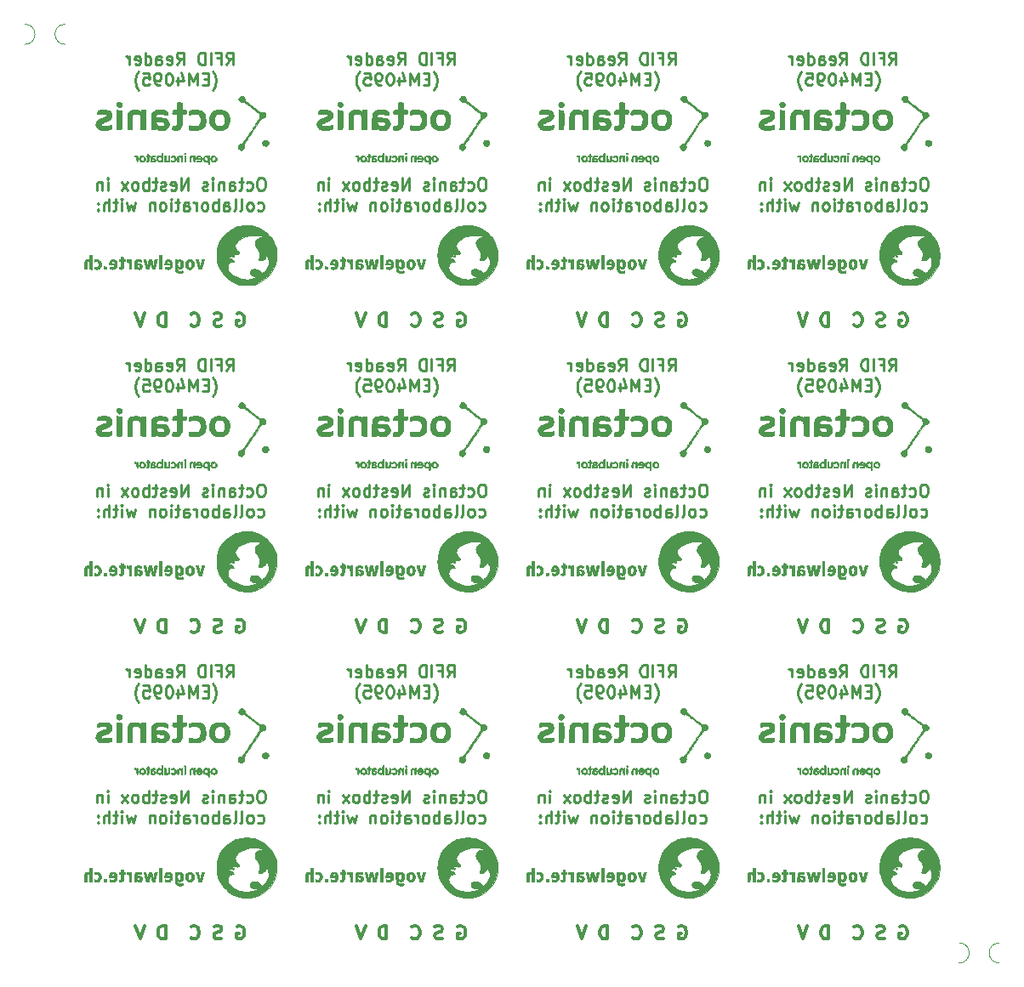
<source format=gbo>
%TF.GenerationSoftware,KiCad,Pcbnew,4.0.7*%
%TF.CreationDate,2018-10-20T21:32:18+02:00*%
%TF.ProjectId,RFID_board_PANNEL,524649445F626F6172645F50414E4E45,rev?*%
%TF.FileFunction,Legend,Bot*%
%FSLAX46Y46*%
G04 Gerber Fmt 4.6, Leading zero omitted, Abs format (unit mm)*
G04 Created by KiCad (PCBNEW 4.0.7) date 2018 October 20, Saturday 21:32:18*
%MOMM*%
%LPD*%
G01*
G04 APERTURE LIST*
%ADD10C,0.100000*%
%ADD11C,0.250000*%
%ADD12C,0.300000*%
%ADD13C,0.010000*%
G04 APERTURE END LIST*
D10*
D11*
X238114285Y-96317857D02*
X237885714Y-96317857D01*
X237771428Y-96375000D01*
X237657142Y-96489286D01*
X237600000Y-96717857D01*
X237600000Y-97117857D01*
X237657142Y-97346429D01*
X237771428Y-97460714D01*
X237885714Y-97517857D01*
X238114285Y-97517857D01*
X238228571Y-97460714D01*
X238342857Y-97346429D01*
X238400000Y-97117857D01*
X238400000Y-96717857D01*
X238342857Y-96489286D01*
X238228571Y-96375000D01*
X238114285Y-96317857D01*
X236571428Y-97460714D02*
X236685714Y-97517857D01*
X236914285Y-97517857D01*
X237028571Y-97460714D01*
X237085714Y-97403571D01*
X237142857Y-97289286D01*
X237142857Y-96946429D01*
X237085714Y-96832143D01*
X237028571Y-96775000D01*
X236914285Y-96717857D01*
X236685714Y-96717857D01*
X236571428Y-96775000D01*
X236228571Y-96717857D02*
X235771428Y-96717857D01*
X236057143Y-96317857D02*
X236057143Y-97346429D01*
X236000000Y-97460714D01*
X235885714Y-97517857D01*
X235771428Y-97517857D01*
X234857143Y-97517857D02*
X234857143Y-96889286D01*
X234914286Y-96775000D01*
X235028572Y-96717857D01*
X235257143Y-96717857D01*
X235371429Y-96775000D01*
X234857143Y-97460714D02*
X234971429Y-97517857D01*
X235257143Y-97517857D01*
X235371429Y-97460714D01*
X235428572Y-97346429D01*
X235428572Y-97232143D01*
X235371429Y-97117857D01*
X235257143Y-97060714D01*
X234971429Y-97060714D01*
X234857143Y-97003571D01*
X234285715Y-96717857D02*
X234285715Y-97517857D01*
X234285715Y-96832143D02*
X234228572Y-96775000D01*
X234114286Y-96717857D01*
X233942858Y-96717857D01*
X233828572Y-96775000D01*
X233771429Y-96889286D01*
X233771429Y-97517857D01*
X233200001Y-97517857D02*
X233200001Y-96717857D01*
X233200001Y-96317857D02*
X233257144Y-96375000D01*
X233200001Y-96432143D01*
X233142858Y-96375000D01*
X233200001Y-96317857D01*
X233200001Y-96432143D01*
X232685715Y-97460714D02*
X232571429Y-97517857D01*
X232342857Y-97517857D01*
X232228572Y-97460714D01*
X232171429Y-97346429D01*
X232171429Y-97289286D01*
X232228572Y-97175000D01*
X232342857Y-97117857D01*
X232514286Y-97117857D01*
X232628572Y-97060714D01*
X232685715Y-96946429D01*
X232685715Y-96889286D01*
X232628572Y-96775000D01*
X232514286Y-96717857D01*
X232342857Y-96717857D01*
X232228572Y-96775000D01*
X230742857Y-97517857D02*
X230742857Y-96317857D01*
X230057142Y-97517857D01*
X230057142Y-96317857D01*
X229028571Y-97460714D02*
X229142857Y-97517857D01*
X229371428Y-97517857D01*
X229485714Y-97460714D01*
X229542857Y-97346429D01*
X229542857Y-96889286D01*
X229485714Y-96775000D01*
X229371428Y-96717857D01*
X229142857Y-96717857D01*
X229028571Y-96775000D01*
X228971428Y-96889286D01*
X228971428Y-97003571D01*
X229542857Y-97117857D01*
X228514286Y-97460714D02*
X228400000Y-97517857D01*
X228171428Y-97517857D01*
X228057143Y-97460714D01*
X228000000Y-97346429D01*
X228000000Y-97289286D01*
X228057143Y-97175000D01*
X228171428Y-97117857D01*
X228342857Y-97117857D01*
X228457143Y-97060714D01*
X228514286Y-96946429D01*
X228514286Y-96889286D01*
X228457143Y-96775000D01*
X228342857Y-96717857D01*
X228171428Y-96717857D01*
X228057143Y-96775000D01*
X227657142Y-96717857D02*
X227199999Y-96717857D01*
X227485714Y-96317857D02*
X227485714Y-97346429D01*
X227428571Y-97460714D01*
X227314285Y-97517857D01*
X227199999Y-97517857D01*
X226800000Y-97517857D02*
X226800000Y-96317857D01*
X226800000Y-96775000D02*
X226685714Y-96717857D01*
X226457143Y-96717857D01*
X226342857Y-96775000D01*
X226285714Y-96832143D01*
X226228571Y-96946429D01*
X226228571Y-97289286D01*
X226285714Y-97403571D01*
X226342857Y-97460714D01*
X226457143Y-97517857D01*
X226685714Y-97517857D01*
X226800000Y-97460714D01*
X225542857Y-97517857D02*
X225657143Y-97460714D01*
X225714286Y-97403571D01*
X225771429Y-97289286D01*
X225771429Y-96946429D01*
X225714286Y-96832143D01*
X225657143Y-96775000D01*
X225542857Y-96717857D01*
X225371429Y-96717857D01*
X225257143Y-96775000D01*
X225200000Y-96832143D01*
X225142857Y-96946429D01*
X225142857Y-97289286D01*
X225200000Y-97403571D01*
X225257143Y-97460714D01*
X225371429Y-97517857D01*
X225542857Y-97517857D01*
X224742857Y-97517857D02*
X224114286Y-96717857D01*
X224742857Y-96717857D02*
X224114286Y-97517857D01*
X222742857Y-97517857D02*
X222742857Y-96717857D01*
X222742857Y-96317857D02*
X222800000Y-96375000D01*
X222742857Y-96432143D01*
X222685714Y-96375000D01*
X222742857Y-96317857D01*
X222742857Y-96432143D01*
X222171428Y-96717857D02*
X222171428Y-97517857D01*
X222171428Y-96832143D02*
X222114285Y-96775000D01*
X221999999Y-96717857D01*
X221828571Y-96717857D01*
X221714285Y-96775000D01*
X221657142Y-96889286D01*
X221657142Y-97517857D01*
X237685713Y-99510714D02*
X237799999Y-99567857D01*
X238028570Y-99567857D01*
X238142856Y-99510714D01*
X238199999Y-99453571D01*
X238257142Y-99339286D01*
X238257142Y-98996429D01*
X238199999Y-98882143D01*
X238142856Y-98825000D01*
X238028570Y-98767857D01*
X237799999Y-98767857D01*
X237685713Y-98825000D01*
X236999999Y-99567857D02*
X237114285Y-99510714D01*
X237171428Y-99453571D01*
X237228571Y-99339286D01*
X237228571Y-98996429D01*
X237171428Y-98882143D01*
X237114285Y-98825000D01*
X236999999Y-98767857D01*
X236828571Y-98767857D01*
X236714285Y-98825000D01*
X236657142Y-98882143D01*
X236599999Y-98996429D01*
X236599999Y-99339286D01*
X236657142Y-99453571D01*
X236714285Y-99510714D01*
X236828571Y-99567857D01*
X236999999Y-99567857D01*
X235914285Y-99567857D02*
X236028571Y-99510714D01*
X236085714Y-99396429D01*
X236085714Y-98367857D01*
X235285714Y-99567857D02*
X235400000Y-99510714D01*
X235457143Y-99396429D01*
X235457143Y-98367857D01*
X234314286Y-99567857D02*
X234314286Y-98939286D01*
X234371429Y-98825000D01*
X234485715Y-98767857D01*
X234714286Y-98767857D01*
X234828572Y-98825000D01*
X234314286Y-99510714D02*
X234428572Y-99567857D01*
X234714286Y-99567857D01*
X234828572Y-99510714D01*
X234885715Y-99396429D01*
X234885715Y-99282143D01*
X234828572Y-99167857D01*
X234714286Y-99110714D01*
X234428572Y-99110714D01*
X234314286Y-99053571D01*
X233742858Y-99567857D02*
X233742858Y-98367857D01*
X233742858Y-98825000D02*
X233628572Y-98767857D01*
X233400001Y-98767857D01*
X233285715Y-98825000D01*
X233228572Y-98882143D01*
X233171429Y-98996429D01*
X233171429Y-99339286D01*
X233228572Y-99453571D01*
X233285715Y-99510714D01*
X233400001Y-99567857D01*
X233628572Y-99567857D01*
X233742858Y-99510714D01*
X232485715Y-99567857D02*
X232600001Y-99510714D01*
X232657144Y-99453571D01*
X232714287Y-99339286D01*
X232714287Y-98996429D01*
X232657144Y-98882143D01*
X232600001Y-98825000D01*
X232485715Y-98767857D01*
X232314287Y-98767857D01*
X232200001Y-98825000D01*
X232142858Y-98882143D01*
X232085715Y-98996429D01*
X232085715Y-99339286D01*
X232142858Y-99453571D01*
X232200001Y-99510714D01*
X232314287Y-99567857D01*
X232485715Y-99567857D01*
X231571430Y-99567857D02*
X231571430Y-98767857D01*
X231571430Y-98996429D02*
X231514287Y-98882143D01*
X231457144Y-98825000D01*
X231342858Y-98767857D01*
X231228573Y-98767857D01*
X230314287Y-99567857D02*
X230314287Y-98939286D01*
X230371430Y-98825000D01*
X230485716Y-98767857D01*
X230714287Y-98767857D01*
X230828573Y-98825000D01*
X230314287Y-99510714D02*
X230428573Y-99567857D01*
X230714287Y-99567857D01*
X230828573Y-99510714D01*
X230885716Y-99396429D01*
X230885716Y-99282143D01*
X230828573Y-99167857D01*
X230714287Y-99110714D01*
X230428573Y-99110714D01*
X230314287Y-99053571D01*
X229914287Y-98767857D02*
X229457144Y-98767857D01*
X229742859Y-98367857D02*
X229742859Y-99396429D01*
X229685716Y-99510714D01*
X229571430Y-99567857D01*
X229457144Y-99567857D01*
X229057145Y-99567857D02*
X229057145Y-98767857D01*
X229057145Y-98367857D02*
X229114288Y-98425000D01*
X229057145Y-98482143D01*
X229000002Y-98425000D01*
X229057145Y-98367857D01*
X229057145Y-98482143D01*
X228314287Y-99567857D02*
X228428573Y-99510714D01*
X228485716Y-99453571D01*
X228542859Y-99339286D01*
X228542859Y-98996429D01*
X228485716Y-98882143D01*
X228428573Y-98825000D01*
X228314287Y-98767857D01*
X228142859Y-98767857D01*
X228028573Y-98825000D01*
X227971430Y-98882143D01*
X227914287Y-98996429D01*
X227914287Y-99339286D01*
X227971430Y-99453571D01*
X228028573Y-99510714D01*
X228142859Y-99567857D01*
X228314287Y-99567857D01*
X227400002Y-98767857D02*
X227400002Y-99567857D01*
X227400002Y-98882143D02*
X227342859Y-98825000D01*
X227228573Y-98767857D01*
X227057145Y-98767857D01*
X226942859Y-98825000D01*
X226885716Y-98939286D01*
X226885716Y-99567857D01*
X225514287Y-98767857D02*
X225285716Y-99567857D01*
X225057145Y-98996429D01*
X224828573Y-99567857D01*
X224600002Y-98767857D01*
X224142859Y-99567857D02*
X224142859Y-98767857D01*
X224142859Y-98367857D02*
X224200002Y-98425000D01*
X224142859Y-98482143D01*
X224085716Y-98425000D01*
X224142859Y-98367857D01*
X224142859Y-98482143D01*
X223742858Y-98767857D02*
X223285715Y-98767857D01*
X223571430Y-98367857D02*
X223571430Y-99396429D01*
X223514287Y-99510714D01*
X223400001Y-99567857D01*
X223285715Y-99567857D01*
X222885716Y-99567857D02*
X222885716Y-98367857D01*
X222371430Y-99567857D02*
X222371430Y-98939286D01*
X222428573Y-98825000D01*
X222542859Y-98767857D01*
X222714287Y-98767857D01*
X222828573Y-98825000D01*
X222885716Y-98882143D01*
X221800002Y-99453571D02*
X221742859Y-99510714D01*
X221800002Y-99567857D01*
X221857145Y-99510714D01*
X221800002Y-99453571D01*
X221800002Y-99567857D01*
X221800002Y-98825000D02*
X221742859Y-98882143D01*
X221800002Y-98939286D01*
X221857145Y-98882143D01*
X221800002Y-98825000D01*
X221800002Y-98939286D01*
D12*
X235611904Y-109850000D02*
X235735713Y-109788095D01*
X235921428Y-109788095D01*
X236107142Y-109850000D01*
X236230951Y-109973810D01*
X236292856Y-110097619D01*
X236354761Y-110345238D01*
X236354761Y-110530952D01*
X236292856Y-110778571D01*
X236230951Y-110902381D01*
X236107142Y-111026190D01*
X235921428Y-111088095D01*
X235797618Y-111088095D01*
X235611904Y-111026190D01*
X235549999Y-110964286D01*
X235549999Y-110530952D01*
X235797618Y-110530952D01*
X234064285Y-111026190D02*
X233878571Y-111088095D01*
X233569047Y-111088095D01*
X233445237Y-111026190D01*
X233383333Y-110964286D01*
X233321428Y-110840476D01*
X233321428Y-110716667D01*
X233383333Y-110592857D01*
X233445237Y-110530952D01*
X233569047Y-110469048D01*
X233816666Y-110407143D01*
X233940475Y-110345238D01*
X234002380Y-110283333D01*
X234064285Y-110159524D01*
X234064285Y-110035714D01*
X234002380Y-109911905D01*
X233940475Y-109850000D01*
X233816666Y-109788095D01*
X233507142Y-109788095D01*
X233321428Y-109850000D01*
X231030952Y-110964286D02*
X231092857Y-111026190D01*
X231278571Y-111088095D01*
X231402381Y-111088095D01*
X231588095Y-111026190D01*
X231711904Y-110902381D01*
X231773809Y-110778571D01*
X231835714Y-110530952D01*
X231835714Y-110345238D01*
X231773809Y-110097619D01*
X231711904Y-109973810D01*
X231588095Y-109850000D01*
X231402381Y-109788095D01*
X231278571Y-109788095D01*
X231092857Y-109850000D01*
X231030952Y-109911905D01*
X228492857Y-111088095D02*
X228492857Y-109788095D01*
X228183333Y-109788095D01*
X227997619Y-109850000D01*
X227873810Y-109973810D01*
X227811905Y-110097619D01*
X227750000Y-110345238D01*
X227750000Y-110530952D01*
X227811905Y-110778571D01*
X227873810Y-110902381D01*
X227997619Y-111026190D01*
X228183333Y-111088095D01*
X228492857Y-111088095D01*
X226388095Y-109788095D02*
X225954762Y-111088095D01*
X225521429Y-109788095D01*
D11*
X234528570Y-85017857D02*
X234928570Y-84446429D01*
X235214285Y-85017857D02*
X235214285Y-83817857D01*
X234757142Y-83817857D01*
X234642856Y-83875000D01*
X234585713Y-83932143D01*
X234528570Y-84046429D01*
X234528570Y-84217857D01*
X234585713Y-84332143D01*
X234642856Y-84389286D01*
X234757142Y-84446429D01*
X235214285Y-84446429D01*
X233614285Y-84389286D02*
X234014285Y-84389286D01*
X234014285Y-85017857D02*
X234014285Y-83817857D01*
X233442856Y-83817857D01*
X232985714Y-85017857D02*
X232985714Y-83817857D01*
X232414285Y-85017857D02*
X232414285Y-83817857D01*
X232128570Y-83817857D01*
X231957142Y-83875000D01*
X231842856Y-83989286D01*
X231785713Y-84103571D01*
X231728570Y-84332143D01*
X231728570Y-84503571D01*
X231785713Y-84732143D01*
X231842856Y-84846429D01*
X231957142Y-84960714D01*
X232128570Y-85017857D01*
X232414285Y-85017857D01*
X229614284Y-85017857D02*
X230014284Y-84446429D01*
X230299999Y-85017857D02*
X230299999Y-83817857D01*
X229842856Y-83817857D01*
X229728570Y-83875000D01*
X229671427Y-83932143D01*
X229614284Y-84046429D01*
X229614284Y-84217857D01*
X229671427Y-84332143D01*
X229728570Y-84389286D01*
X229842856Y-84446429D01*
X230299999Y-84446429D01*
X228642856Y-84960714D02*
X228757142Y-85017857D01*
X228985713Y-85017857D01*
X229099999Y-84960714D01*
X229157142Y-84846429D01*
X229157142Y-84389286D01*
X229099999Y-84275000D01*
X228985713Y-84217857D01*
X228757142Y-84217857D01*
X228642856Y-84275000D01*
X228585713Y-84389286D01*
X228585713Y-84503571D01*
X229157142Y-84617857D01*
X227557142Y-85017857D02*
X227557142Y-84389286D01*
X227614285Y-84275000D01*
X227728571Y-84217857D01*
X227957142Y-84217857D01*
X228071428Y-84275000D01*
X227557142Y-84960714D02*
X227671428Y-85017857D01*
X227957142Y-85017857D01*
X228071428Y-84960714D01*
X228128571Y-84846429D01*
X228128571Y-84732143D01*
X228071428Y-84617857D01*
X227957142Y-84560714D01*
X227671428Y-84560714D01*
X227557142Y-84503571D01*
X226471428Y-85017857D02*
X226471428Y-83817857D01*
X226471428Y-84960714D02*
X226585714Y-85017857D01*
X226814285Y-85017857D01*
X226928571Y-84960714D01*
X226985714Y-84903571D01*
X227042857Y-84789286D01*
X227042857Y-84446429D01*
X226985714Y-84332143D01*
X226928571Y-84275000D01*
X226814285Y-84217857D01*
X226585714Y-84217857D01*
X226471428Y-84275000D01*
X225442857Y-84960714D02*
X225557143Y-85017857D01*
X225785714Y-85017857D01*
X225900000Y-84960714D01*
X225957143Y-84846429D01*
X225957143Y-84389286D01*
X225900000Y-84275000D01*
X225785714Y-84217857D01*
X225557143Y-84217857D01*
X225442857Y-84275000D01*
X225385714Y-84389286D01*
X225385714Y-84503571D01*
X225957143Y-84617857D01*
X224871429Y-85017857D02*
X224871429Y-84217857D01*
X224871429Y-84446429D02*
X224814286Y-84332143D01*
X224757143Y-84275000D01*
X224642857Y-84217857D01*
X224528572Y-84217857D01*
X233185714Y-87525000D02*
X233242856Y-87467857D01*
X233357142Y-87296429D01*
X233414285Y-87182143D01*
X233471428Y-87010714D01*
X233528571Y-86725000D01*
X233528571Y-86496429D01*
X233471428Y-86210714D01*
X233414285Y-86039286D01*
X233357142Y-85925000D01*
X233242856Y-85753571D01*
X233185714Y-85696429D01*
X232728571Y-86439286D02*
X232328571Y-86439286D01*
X232157142Y-87067857D02*
X232728571Y-87067857D01*
X232728571Y-85867857D01*
X232157142Y-85867857D01*
X231642857Y-87067857D02*
X231642857Y-85867857D01*
X231242857Y-86725000D01*
X230842857Y-85867857D01*
X230842857Y-87067857D01*
X229757142Y-86267857D02*
X229757142Y-87067857D01*
X230042856Y-85810714D02*
X230328571Y-86667857D01*
X229585713Y-86667857D01*
X228899999Y-85867857D02*
X228785714Y-85867857D01*
X228671428Y-85925000D01*
X228614285Y-85982143D01*
X228557142Y-86096429D01*
X228499999Y-86325000D01*
X228499999Y-86610714D01*
X228557142Y-86839286D01*
X228614285Y-86953571D01*
X228671428Y-87010714D01*
X228785714Y-87067857D01*
X228899999Y-87067857D01*
X229014285Y-87010714D01*
X229071428Y-86953571D01*
X229128571Y-86839286D01*
X229185714Y-86610714D01*
X229185714Y-86325000D01*
X229128571Y-86096429D01*
X229071428Y-85982143D01*
X229014285Y-85925000D01*
X228899999Y-85867857D01*
X227928571Y-87067857D02*
X227699999Y-87067857D01*
X227585714Y-87010714D01*
X227528571Y-86953571D01*
X227414285Y-86782143D01*
X227357142Y-86553571D01*
X227357142Y-86096429D01*
X227414285Y-85982143D01*
X227471428Y-85925000D01*
X227585714Y-85867857D01*
X227814285Y-85867857D01*
X227928571Y-85925000D01*
X227985714Y-85982143D01*
X228042857Y-86096429D01*
X228042857Y-86382143D01*
X227985714Y-86496429D01*
X227928571Y-86553571D01*
X227814285Y-86610714D01*
X227585714Y-86610714D01*
X227471428Y-86553571D01*
X227414285Y-86496429D01*
X227357142Y-86382143D01*
X226271428Y-85867857D02*
X226842857Y-85867857D01*
X226900000Y-86439286D01*
X226842857Y-86382143D01*
X226728571Y-86325000D01*
X226442857Y-86325000D01*
X226328571Y-86382143D01*
X226271428Y-86439286D01*
X226214285Y-86553571D01*
X226214285Y-86839286D01*
X226271428Y-86953571D01*
X226328571Y-87010714D01*
X226442857Y-87067857D01*
X226728571Y-87067857D01*
X226842857Y-87010714D01*
X226900000Y-86953571D01*
X225814285Y-87525000D02*
X225757143Y-87467857D01*
X225642857Y-87296429D01*
X225585714Y-87182143D01*
X225528571Y-87010714D01*
X225471428Y-86725000D01*
X225471428Y-86496429D01*
X225528571Y-86210714D01*
X225585714Y-86039286D01*
X225642857Y-85925000D01*
X225757143Y-85753571D01*
X225814285Y-85696429D01*
D12*
X235611904Y-79350000D02*
X235735713Y-79288095D01*
X235921428Y-79288095D01*
X236107142Y-79350000D01*
X236230951Y-79473810D01*
X236292856Y-79597619D01*
X236354761Y-79845238D01*
X236354761Y-80030952D01*
X236292856Y-80278571D01*
X236230951Y-80402381D01*
X236107142Y-80526190D01*
X235921428Y-80588095D01*
X235797618Y-80588095D01*
X235611904Y-80526190D01*
X235549999Y-80464286D01*
X235549999Y-80030952D01*
X235797618Y-80030952D01*
X234064285Y-80526190D02*
X233878571Y-80588095D01*
X233569047Y-80588095D01*
X233445237Y-80526190D01*
X233383333Y-80464286D01*
X233321428Y-80340476D01*
X233321428Y-80216667D01*
X233383333Y-80092857D01*
X233445237Y-80030952D01*
X233569047Y-79969048D01*
X233816666Y-79907143D01*
X233940475Y-79845238D01*
X234002380Y-79783333D01*
X234064285Y-79659524D01*
X234064285Y-79535714D01*
X234002380Y-79411905D01*
X233940475Y-79350000D01*
X233816666Y-79288095D01*
X233507142Y-79288095D01*
X233321428Y-79350000D01*
X231030952Y-80464286D02*
X231092857Y-80526190D01*
X231278571Y-80588095D01*
X231402381Y-80588095D01*
X231588095Y-80526190D01*
X231711904Y-80402381D01*
X231773809Y-80278571D01*
X231835714Y-80030952D01*
X231835714Y-79845238D01*
X231773809Y-79597619D01*
X231711904Y-79473810D01*
X231588095Y-79350000D01*
X231402381Y-79288095D01*
X231278571Y-79288095D01*
X231092857Y-79350000D01*
X231030952Y-79411905D01*
X228492857Y-80588095D02*
X228492857Y-79288095D01*
X228183333Y-79288095D01*
X227997619Y-79350000D01*
X227873810Y-79473810D01*
X227811905Y-79597619D01*
X227750000Y-79845238D01*
X227750000Y-80030952D01*
X227811905Y-80278571D01*
X227873810Y-80402381D01*
X227997619Y-80526190D01*
X228183333Y-80588095D01*
X228492857Y-80588095D01*
X226388095Y-79288095D02*
X225954762Y-80588095D01*
X225521429Y-79288095D01*
D11*
X234528570Y-24017857D02*
X234928570Y-23446429D01*
X235214285Y-24017857D02*
X235214285Y-22817857D01*
X234757142Y-22817857D01*
X234642856Y-22875000D01*
X234585713Y-22932143D01*
X234528570Y-23046429D01*
X234528570Y-23217857D01*
X234585713Y-23332143D01*
X234642856Y-23389286D01*
X234757142Y-23446429D01*
X235214285Y-23446429D01*
X233614285Y-23389286D02*
X234014285Y-23389286D01*
X234014285Y-24017857D02*
X234014285Y-22817857D01*
X233442856Y-22817857D01*
X232985714Y-24017857D02*
X232985714Y-22817857D01*
X232414285Y-24017857D02*
X232414285Y-22817857D01*
X232128570Y-22817857D01*
X231957142Y-22875000D01*
X231842856Y-22989286D01*
X231785713Y-23103571D01*
X231728570Y-23332143D01*
X231728570Y-23503571D01*
X231785713Y-23732143D01*
X231842856Y-23846429D01*
X231957142Y-23960714D01*
X232128570Y-24017857D01*
X232414285Y-24017857D01*
X229614284Y-24017857D02*
X230014284Y-23446429D01*
X230299999Y-24017857D02*
X230299999Y-22817857D01*
X229842856Y-22817857D01*
X229728570Y-22875000D01*
X229671427Y-22932143D01*
X229614284Y-23046429D01*
X229614284Y-23217857D01*
X229671427Y-23332143D01*
X229728570Y-23389286D01*
X229842856Y-23446429D01*
X230299999Y-23446429D01*
X228642856Y-23960714D02*
X228757142Y-24017857D01*
X228985713Y-24017857D01*
X229099999Y-23960714D01*
X229157142Y-23846429D01*
X229157142Y-23389286D01*
X229099999Y-23275000D01*
X228985713Y-23217857D01*
X228757142Y-23217857D01*
X228642856Y-23275000D01*
X228585713Y-23389286D01*
X228585713Y-23503571D01*
X229157142Y-23617857D01*
X227557142Y-24017857D02*
X227557142Y-23389286D01*
X227614285Y-23275000D01*
X227728571Y-23217857D01*
X227957142Y-23217857D01*
X228071428Y-23275000D01*
X227557142Y-23960714D02*
X227671428Y-24017857D01*
X227957142Y-24017857D01*
X228071428Y-23960714D01*
X228128571Y-23846429D01*
X228128571Y-23732143D01*
X228071428Y-23617857D01*
X227957142Y-23560714D01*
X227671428Y-23560714D01*
X227557142Y-23503571D01*
X226471428Y-24017857D02*
X226471428Y-22817857D01*
X226471428Y-23960714D02*
X226585714Y-24017857D01*
X226814285Y-24017857D01*
X226928571Y-23960714D01*
X226985714Y-23903571D01*
X227042857Y-23789286D01*
X227042857Y-23446429D01*
X226985714Y-23332143D01*
X226928571Y-23275000D01*
X226814285Y-23217857D01*
X226585714Y-23217857D01*
X226471428Y-23275000D01*
X225442857Y-23960714D02*
X225557143Y-24017857D01*
X225785714Y-24017857D01*
X225900000Y-23960714D01*
X225957143Y-23846429D01*
X225957143Y-23389286D01*
X225900000Y-23275000D01*
X225785714Y-23217857D01*
X225557143Y-23217857D01*
X225442857Y-23275000D01*
X225385714Y-23389286D01*
X225385714Y-23503571D01*
X225957143Y-23617857D01*
X224871429Y-24017857D02*
X224871429Y-23217857D01*
X224871429Y-23446429D02*
X224814286Y-23332143D01*
X224757143Y-23275000D01*
X224642857Y-23217857D01*
X224528572Y-23217857D01*
X233185714Y-26525000D02*
X233242856Y-26467857D01*
X233357142Y-26296429D01*
X233414285Y-26182143D01*
X233471428Y-26010714D01*
X233528571Y-25725000D01*
X233528571Y-25496429D01*
X233471428Y-25210714D01*
X233414285Y-25039286D01*
X233357142Y-24925000D01*
X233242856Y-24753571D01*
X233185714Y-24696429D01*
X232728571Y-25439286D02*
X232328571Y-25439286D01*
X232157142Y-26067857D02*
X232728571Y-26067857D01*
X232728571Y-24867857D01*
X232157142Y-24867857D01*
X231642857Y-26067857D02*
X231642857Y-24867857D01*
X231242857Y-25725000D01*
X230842857Y-24867857D01*
X230842857Y-26067857D01*
X229757142Y-25267857D02*
X229757142Y-26067857D01*
X230042856Y-24810714D02*
X230328571Y-25667857D01*
X229585713Y-25667857D01*
X228899999Y-24867857D02*
X228785714Y-24867857D01*
X228671428Y-24925000D01*
X228614285Y-24982143D01*
X228557142Y-25096429D01*
X228499999Y-25325000D01*
X228499999Y-25610714D01*
X228557142Y-25839286D01*
X228614285Y-25953571D01*
X228671428Y-26010714D01*
X228785714Y-26067857D01*
X228899999Y-26067857D01*
X229014285Y-26010714D01*
X229071428Y-25953571D01*
X229128571Y-25839286D01*
X229185714Y-25610714D01*
X229185714Y-25325000D01*
X229128571Y-25096429D01*
X229071428Y-24982143D01*
X229014285Y-24925000D01*
X228899999Y-24867857D01*
X227928571Y-26067857D02*
X227699999Y-26067857D01*
X227585714Y-26010714D01*
X227528571Y-25953571D01*
X227414285Y-25782143D01*
X227357142Y-25553571D01*
X227357142Y-25096429D01*
X227414285Y-24982143D01*
X227471428Y-24925000D01*
X227585714Y-24867857D01*
X227814285Y-24867857D01*
X227928571Y-24925000D01*
X227985714Y-24982143D01*
X228042857Y-25096429D01*
X228042857Y-25382143D01*
X227985714Y-25496429D01*
X227928571Y-25553571D01*
X227814285Y-25610714D01*
X227585714Y-25610714D01*
X227471428Y-25553571D01*
X227414285Y-25496429D01*
X227357142Y-25382143D01*
X226271428Y-24867857D02*
X226842857Y-24867857D01*
X226900000Y-25439286D01*
X226842857Y-25382143D01*
X226728571Y-25325000D01*
X226442857Y-25325000D01*
X226328571Y-25382143D01*
X226271428Y-25439286D01*
X226214285Y-25553571D01*
X226214285Y-25839286D01*
X226271428Y-25953571D01*
X226328571Y-26010714D01*
X226442857Y-26067857D01*
X226728571Y-26067857D01*
X226842857Y-26010714D01*
X226900000Y-25953571D01*
X225814285Y-26525000D02*
X225757143Y-26467857D01*
X225642857Y-26296429D01*
X225585714Y-26182143D01*
X225528571Y-26010714D01*
X225471428Y-25725000D01*
X225471428Y-25496429D01*
X225528571Y-25210714D01*
X225585714Y-25039286D01*
X225642857Y-24925000D01*
X225757143Y-24753571D01*
X225814285Y-24696429D01*
X238114285Y-35317857D02*
X237885714Y-35317857D01*
X237771428Y-35375000D01*
X237657142Y-35489286D01*
X237600000Y-35717857D01*
X237600000Y-36117857D01*
X237657142Y-36346429D01*
X237771428Y-36460714D01*
X237885714Y-36517857D01*
X238114285Y-36517857D01*
X238228571Y-36460714D01*
X238342857Y-36346429D01*
X238400000Y-36117857D01*
X238400000Y-35717857D01*
X238342857Y-35489286D01*
X238228571Y-35375000D01*
X238114285Y-35317857D01*
X236571428Y-36460714D02*
X236685714Y-36517857D01*
X236914285Y-36517857D01*
X237028571Y-36460714D01*
X237085714Y-36403571D01*
X237142857Y-36289286D01*
X237142857Y-35946429D01*
X237085714Y-35832143D01*
X237028571Y-35775000D01*
X236914285Y-35717857D01*
X236685714Y-35717857D01*
X236571428Y-35775000D01*
X236228571Y-35717857D02*
X235771428Y-35717857D01*
X236057143Y-35317857D02*
X236057143Y-36346429D01*
X236000000Y-36460714D01*
X235885714Y-36517857D01*
X235771428Y-36517857D01*
X234857143Y-36517857D02*
X234857143Y-35889286D01*
X234914286Y-35775000D01*
X235028572Y-35717857D01*
X235257143Y-35717857D01*
X235371429Y-35775000D01*
X234857143Y-36460714D02*
X234971429Y-36517857D01*
X235257143Y-36517857D01*
X235371429Y-36460714D01*
X235428572Y-36346429D01*
X235428572Y-36232143D01*
X235371429Y-36117857D01*
X235257143Y-36060714D01*
X234971429Y-36060714D01*
X234857143Y-36003571D01*
X234285715Y-35717857D02*
X234285715Y-36517857D01*
X234285715Y-35832143D02*
X234228572Y-35775000D01*
X234114286Y-35717857D01*
X233942858Y-35717857D01*
X233828572Y-35775000D01*
X233771429Y-35889286D01*
X233771429Y-36517857D01*
X233200001Y-36517857D02*
X233200001Y-35717857D01*
X233200001Y-35317857D02*
X233257144Y-35375000D01*
X233200001Y-35432143D01*
X233142858Y-35375000D01*
X233200001Y-35317857D01*
X233200001Y-35432143D01*
X232685715Y-36460714D02*
X232571429Y-36517857D01*
X232342857Y-36517857D01*
X232228572Y-36460714D01*
X232171429Y-36346429D01*
X232171429Y-36289286D01*
X232228572Y-36175000D01*
X232342857Y-36117857D01*
X232514286Y-36117857D01*
X232628572Y-36060714D01*
X232685715Y-35946429D01*
X232685715Y-35889286D01*
X232628572Y-35775000D01*
X232514286Y-35717857D01*
X232342857Y-35717857D01*
X232228572Y-35775000D01*
X230742857Y-36517857D02*
X230742857Y-35317857D01*
X230057142Y-36517857D01*
X230057142Y-35317857D01*
X229028571Y-36460714D02*
X229142857Y-36517857D01*
X229371428Y-36517857D01*
X229485714Y-36460714D01*
X229542857Y-36346429D01*
X229542857Y-35889286D01*
X229485714Y-35775000D01*
X229371428Y-35717857D01*
X229142857Y-35717857D01*
X229028571Y-35775000D01*
X228971428Y-35889286D01*
X228971428Y-36003571D01*
X229542857Y-36117857D01*
X228514286Y-36460714D02*
X228400000Y-36517857D01*
X228171428Y-36517857D01*
X228057143Y-36460714D01*
X228000000Y-36346429D01*
X228000000Y-36289286D01*
X228057143Y-36175000D01*
X228171428Y-36117857D01*
X228342857Y-36117857D01*
X228457143Y-36060714D01*
X228514286Y-35946429D01*
X228514286Y-35889286D01*
X228457143Y-35775000D01*
X228342857Y-35717857D01*
X228171428Y-35717857D01*
X228057143Y-35775000D01*
X227657142Y-35717857D02*
X227199999Y-35717857D01*
X227485714Y-35317857D02*
X227485714Y-36346429D01*
X227428571Y-36460714D01*
X227314285Y-36517857D01*
X227199999Y-36517857D01*
X226800000Y-36517857D02*
X226800000Y-35317857D01*
X226800000Y-35775000D02*
X226685714Y-35717857D01*
X226457143Y-35717857D01*
X226342857Y-35775000D01*
X226285714Y-35832143D01*
X226228571Y-35946429D01*
X226228571Y-36289286D01*
X226285714Y-36403571D01*
X226342857Y-36460714D01*
X226457143Y-36517857D01*
X226685714Y-36517857D01*
X226800000Y-36460714D01*
X225542857Y-36517857D02*
X225657143Y-36460714D01*
X225714286Y-36403571D01*
X225771429Y-36289286D01*
X225771429Y-35946429D01*
X225714286Y-35832143D01*
X225657143Y-35775000D01*
X225542857Y-35717857D01*
X225371429Y-35717857D01*
X225257143Y-35775000D01*
X225200000Y-35832143D01*
X225142857Y-35946429D01*
X225142857Y-36289286D01*
X225200000Y-36403571D01*
X225257143Y-36460714D01*
X225371429Y-36517857D01*
X225542857Y-36517857D01*
X224742857Y-36517857D02*
X224114286Y-35717857D01*
X224742857Y-35717857D02*
X224114286Y-36517857D01*
X222742857Y-36517857D02*
X222742857Y-35717857D01*
X222742857Y-35317857D02*
X222800000Y-35375000D01*
X222742857Y-35432143D01*
X222685714Y-35375000D01*
X222742857Y-35317857D01*
X222742857Y-35432143D01*
X222171428Y-35717857D02*
X222171428Y-36517857D01*
X222171428Y-35832143D02*
X222114285Y-35775000D01*
X221999999Y-35717857D01*
X221828571Y-35717857D01*
X221714285Y-35775000D01*
X221657142Y-35889286D01*
X221657142Y-36517857D01*
X237685713Y-38510714D02*
X237799999Y-38567857D01*
X238028570Y-38567857D01*
X238142856Y-38510714D01*
X238199999Y-38453571D01*
X238257142Y-38339286D01*
X238257142Y-37996429D01*
X238199999Y-37882143D01*
X238142856Y-37825000D01*
X238028570Y-37767857D01*
X237799999Y-37767857D01*
X237685713Y-37825000D01*
X236999999Y-38567857D02*
X237114285Y-38510714D01*
X237171428Y-38453571D01*
X237228571Y-38339286D01*
X237228571Y-37996429D01*
X237171428Y-37882143D01*
X237114285Y-37825000D01*
X236999999Y-37767857D01*
X236828571Y-37767857D01*
X236714285Y-37825000D01*
X236657142Y-37882143D01*
X236599999Y-37996429D01*
X236599999Y-38339286D01*
X236657142Y-38453571D01*
X236714285Y-38510714D01*
X236828571Y-38567857D01*
X236999999Y-38567857D01*
X235914285Y-38567857D02*
X236028571Y-38510714D01*
X236085714Y-38396429D01*
X236085714Y-37367857D01*
X235285714Y-38567857D02*
X235400000Y-38510714D01*
X235457143Y-38396429D01*
X235457143Y-37367857D01*
X234314286Y-38567857D02*
X234314286Y-37939286D01*
X234371429Y-37825000D01*
X234485715Y-37767857D01*
X234714286Y-37767857D01*
X234828572Y-37825000D01*
X234314286Y-38510714D02*
X234428572Y-38567857D01*
X234714286Y-38567857D01*
X234828572Y-38510714D01*
X234885715Y-38396429D01*
X234885715Y-38282143D01*
X234828572Y-38167857D01*
X234714286Y-38110714D01*
X234428572Y-38110714D01*
X234314286Y-38053571D01*
X233742858Y-38567857D02*
X233742858Y-37367857D01*
X233742858Y-37825000D02*
X233628572Y-37767857D01*
X233400001Y-37767857D01*
X233285715Y-37825000D01*
X233228572Y-37882143D01*
X233171429Y-37996429D01*
X233171429Y-38339286D01*
X233228572Y-38453571D01*
X233285715Y-38510714D01*
X233400001Y-38567857D01*
X233628572Y-38567857D01*
X233742858Y-38510714D01*
X232485715Y-38567857D02*
X232600001Y-38510714D01*
X232657144Y-38453571D01*
X232714287Y-38339286D01*
X232714287Y-37996429D01*
X232657144Y-37882143D01*
X232600001Y-37825000D01*
X232485715Y-37767857D01*
X232314287Y-37767857D01*
X232200001Y-37825000D01*
X232142858Y-37882143D01*
X232085715Y-37996429D01*
X232085715Y-38339286D01*
X232142858Y-38453571D01*
X232200001Y-38510714D01*
X232314287Y-38567857D01*
X232485715Y-38567857D01*
X231571430Y-38567857D02*
X231571430Y-37767857D01*
X231571430Y-37996429D02*
X231514287Y-37882143D01*
X231457144Y-37825000D01*
X231342858Y-37767857D01*
X231228573Y-37767857D01*
X230314287Y-38567857D02*
X230314287Y-37939286D01*
X230371430Y-37825000D01*
X230485716Y-37767857D01*
X230714287Y-37767857D01*
X230828573Y-37825000D01*
X230314287Y-38510714D02*
X230428573Y-38567857D01*
X230714287Y-38567857D01*
X230828573Y-38510714D01*
X230885716Y-38396429D01*
X230885716Y-38282143D01*
X230828573Y-38167857D01*
X230714287Y-38110714D01*
X230428573Y-38110714D01*
X230314287Y-38053571D01*
X229914287Y-37767857D02*
X229457144Y-37767857D01*
X229742859Y-37367857D02*
X229742859Y-38396429D01*
X229685716Y-38510714D01*
X229571430Y-38567857D01*
X229457144Y-38567857D01*
X229057145Y-38567857D02*
X229057145Y-37767857D01*
X229057145Y-37367857D02*
X229114288Y-37425000D01*
X229057145Y-37482143D01*
X229000002Y-37425000D01*
X229057145Y-37367857D01*
X229057145Y-37482143D01*
X228314287Y-38567857D02*
X228428573Y-38510714D01*
X228485716Y-38453571D01*
X228542859Y-38339286D01*
X228542859Y-37996429D01*
X228485716Y-37882143D01*
X228428573Y-37825000D01*
X228314287Y-37767857D01*
X228142859Y-37767857D01*
X228028573Y-37825000D01*
X227971430Y-37882143D01*
X227914287Y-37996429D01*
X227914287Y-38339286D01*
X227971430Y-38453571D01*
X228028573Y-38510714D01*
X228142859Y-38567857D01*
X228314287Y-38567857D01*
X227400002Y-37767857D02*
X227400002Y-38567857D01*
X227400002Y-37882143D02*
X227342859Y-37825000D01*
X227228573Y-37767857D01*
X227057145Y-37767857D01*
X226942859Y-37825000D01*
X226885716Y-37939286D01*
X226885716Y-38567857D01*
X225514287Y-37767857D02*
X225285716Y-38567857D01*
X225057145Y-37996429D01*
X224828573Y-38567857D01*
X224600002Y-37767857D01*
X224142859Y-38567857D02*
X224142859Y-37767857D01*
X224142859Y-37367857D02*
X224200002Y-37425000D01*
X224142859Y-37482143D01*
X224085716Y-37425000D01*
X224142859Y-37367857D01*
X224142859Y-37482143D01*
X223742858Y-37767857D02*
X223285715Y-37767857D01*
X223571430Y-37367857D02*
X223571430Y-38396429D01*
X223514287Y-38510714D01*
X223400001Y-38567857D01*
X223285715Y-38567857D01*
X222885716Y-38567857D02*
X222885716Y-37367857D01*
X222371430Y-38567857D02*
X222371430Y-37939286D01*
X222428573Y-37825000D01*
X222542859Y-37767857D01*
X222714287Y-37767857D01*
X222828573Y-37825000D01*
X222885716Y-37882143D01*
X221800002Y-38453571D02*
X221742859Y-38510714D01*
X221800002Y-38567857D01*
X221857145Y-38510714D01*
X221800002Y-38453571D01*
X221800002Y-38567857D01*
X221800002Y-37825000D02*
X221742859Y-37882143D01*
X221800002Y-37939286D01*
X221857145Y-37882143D01*
X221800002Y-37825000D01*
X221800002Y-37939286D01*
X234528570Y-54517857D02*
X234928570Y-53946429D01*
X235214285Y-54517857D02*
X235214285Y-53317857D01*
X234757142Y-53317857D01*
X234642856Y-53375000D01*
X234585713Y-53432143D01*
X234528570Y-53546429D01*
X234528570Y-53717857D01*
X234585713Y-53832143D01*
X234642856Y-53889286D01*
X234757142Y-53946429D01*
X235214285Y-53946429D01*
X233614285Y-53889286D02*
X234014285Y-53889286D01*
X234014285Y-54517857D02*
X234014285Y-53317857D01*
X233442856Y-53317857D01*
X232985714Y-54517857D02*
X232985714Y-53317857D01*
X232414285Y-54517857D02*
X232414285Y-53317857D01*
X232128570Y-53317857D01*
X231957142Y-53375000D01*
X231842856Y-53489286D01*
X231785713Y-53603571D01*
X231728570Y-53832143D01*
X231728570Y-54003571D01*
X231785713Y-54232143D01*
X231842856Y-54346429D01*
X231957142Y-54460714D01*
X232128570Y-54517857D01*
X232414285Y-54517857D01*
X229614284Y-54517857D02*
X230014284Y-53946429D01*
X230299999Y-54517857D02*
X230299999Y-53317857D01*
X229842856Y-53317857D01*
X229728570Y-53375000D01*
X229671427Y-53432143D01*
X229614284Y-53546429D01*
X229614284Y-53717857D01*
X229671427Y-53832143D01*
X229728570Y-53889286D01*
X229842856Y-53946429D01*
X230299999Y-53946429D01*
X228642856Y-54460714D02*
X228757142Y-54517857D01*
X228985713Y-54517857D01*
X229099999Y-54460714D01*
X229157142Y-54346429D01*
X229157142Y-53889286D01*
X229099999Y-53775000D01*
X228985713Y-53717857D01*
X228757142Y-53717857D01*
X228642856Y-53775000D01*
X228585713Y-53889286D01*
X228585713Y-54003571D01*
X229157142Y-54117857D01*
X227557142Y-54517857D02*
X227557142Y-53889286D01*
X227614285Y-53775000D01*
X227728571Y-53717857D01*
X227957142Y-53717857D01*
X228071428Y-53775000D01*
X227557142Y-54460714D02*
X227671428Y-54517857D01*
X227957142Y-54517857D01*
X228071428Y-54460714D01*
X228128571Y-54346429D01*
X228128571Y-54232143D01*
X228071428Y-54117857D01*
X227957142Y-54060714D01*
X227671428Y-54060714D01*
X227557142Y-54003571D01*
X226471428Y-54517857D02*
X226471428Y-53317857D01*
X226471428Y-54460714D02*
X226585714Y-54517857D01*
X226814285Y-54517857D01*
X226928571Y-54460714D01*
X226985714Y-54403571D01*
X227042857Y-54289286D01*
X227042857Y-53946429D01*
X226985714Y-53832143D01*
X226928571Y-53775000D01*
X226814285Y-53717857D01*
X226585714Y-53717857D01*
X226471428Y-53775000D01*
X225442857Y-54460714D02*
X225557143Y-54517857D01*
X225785714Y-54517857D01*
X225900000Y-54460714D01*
X225957143Y-54346429D01*
X225957143Y-53889286D01*
X225900000Y-53775000D01*
X225785714Y-53717857D01*
X225557143Y-53717857D01*
X225442857Y-53775000D01*
X225385714Y-53889286D01*
X225385714Y-54003571D01*
X225957143Y-54117857D01*
X224871429Y-54517857D02*
X224871429Y-53717857D01*
X224871429Y-53946429D02*
X224814286Y-53832143D01*
X224757143Y-53775000D01*
X224642857Y-53717857D01*
X224528572Y-53717857D01*
X233185714Y-57025000D02*
X233242856Y-56967857D01*
X233357142Y-56796429D01*
X233414285Y-56682143D01*
X233471428Y-56510714D01*
X233528571Y-56225000D01*
X233528571Y-55996429D01*
X233471428Y-55710714D01*
X233414285Y-55539286D01*
X233357142Y-55425000D01*
X233242856Y-55253571D01*
X233185714Y-55196429D01*
X232728571Y-55939286D02*
X232328571Y-55939286D01*
X232157142Y-56567857D02*
X232728571Y-56567857D01*
X232728571Y-55367857D01*
X232157142Y-55367857D01*
X231642857Y-56567857D02*
X231642857Y-55367857D01*
X231242857Y-56225000D01*
X230842857Y-55367857D01*
X230842857Y-56567857D01*
X229757142Y-55767857D02*
X229757142Y-56567857D01*
X230042856Y-55310714D02*
X230328571Y-56167857D01*
X229585713Y-56167857D01*
X228899999Y-55367857D02*
X228785714Y-55367857D01*
X228671428Y-55425000D01*
X228614285Y-55482143D01*
X228557142Y-55596429D01*
X228499999Y-55825000D01*
X228499999Y-56110714D01*
X228557142Y-56339286D01*
X228614285Y-56453571D01*
X228671428Y-56510714D01*
X228785714Y-56567857D01*
X228899999Y-56567857D01*
X229014285Y-56510714D01*
X229071428Y-56453571D01*
X229128571Y-56339286D01*
X229185714Y-56110714D01*
X229185714Y-55825000D01*
X229128571Y-55596429D01*
X229071428Y-55482143D01*
X229014285Y-55425000D01*
X228899999Y-55367857D01*
X227928571Y-56567857D02*
X227699999Y-56567857D01*
X227585714Y-56510714D01*
X227528571Y-56453571D01*
X227414285Y-56282143D01*
X227357142Y-56053571D01*
X227357142Y-55596429D01*
X227414285Y-55482143D01*
X227471428Y-55425000D01*
X227585714Y-55367857D01*
X227814285Y-55367857D01*
X227928571Y-55425000D01*
X227985714Y-55482143D01*
X228042857Y-55596429D01*
X228042857Y-55882143D01*
X227985714Y-55996429D01*
X227928571Y-56053571D01*
X227814285Y-56110714D01*
X227585714Y-56110714D01*
X227471428Y-56053571D01*
X227414285Y-55996429D01*
X227357142Y-55882143D01*
X226271428Y-55367857D02*
X226842857Y-55367857D01*
X226900000Y-55939286D01*
X226842857Y-55882143D01*
X226728571Y-55825000D01*
X226442857Y-55825000D01*
X226328571Y-55882143D01*
X226271428Y-55939286D01*
X226214285Y-56053571D01*
X226214285Y-56339286D01*
X226271428Y-56453571D01*
X226328571Y-56510714D01*
X226442857Y-56567857D01*
X226728571Y-56567857D01*
X226842857Y-56510714D01*
X226900000Y-56453571D01*
X225814285Y-57025000D02*
X225757143Y-56967857D01*
X225642857Y-56796429D01*
X225585714Y-56682143D01*
X225528571Y-56510714D01*
X225471428Y-56225000D01*
X225471428Y-55996429D01*
X225528571Y-55710714D01*
X225585714Y-55539286D01*
X225642857Y-55425000D01*
X225757143Y-55253571D01*
X225814285Y-55196429D01*
D12*
X235611904Y-48850000D02*
X235735713Y-48788095D01*
X235921428Y-48788095D01*
X236107142Y-48850000D01*
X236230951Y-48973810D01*
X236292856Y-49097619D01*
X236354761Y-49345238D01*
X236354761Y-49530952D01*
X236292856Y-49778571D01*
X236230951Y-49902381D01*
X236107142Y-50026190D01*
X235921428Y-50088095D01*
X235797618Y-50088095D01*
X235611904Y-50026190D01*
X235549999Y-49964286D01*
X235549999Y-49530952D01*
X235797618Y-49530952D01*
X234064285Y-50026190D02*
X233878571Y-50088095D01*
X233569047Y-50088095D01*
X233445237Y-50026190D01*
X233383333Y-49964286D01*
X233321428Y-49840476D01*
X233321428Y-49716667D01*
X233383333Y-49592857D01*
X233445237Y-49530952D01*
X233569047Y-49469048D01*
X233816666Y-49407143D01*
X233940475Y-49345238D01*
X234002380Y-49283333D01*
X234064285Y-49159524D01*
X234064285Y-49035714D01*
X234002380Y-48911905D01*
X233940475Y-48850000D01*
X233816666Y-48788095D01*
X233507142Y-48788095D01*
X233321428Y-48850000D01*
X231030952Y-49964286D02*
X231092857Y-50026190D01*
X231278571Y-50088095D01*
X231402381Y-50088095D01*
X231588095Y-50026190D01*
X231711904Y-49902381D01*
X231773809Y-49778571D01*
X231835714Y-49530952D01*
X231835714Y-49345238D01*
X231773809Y-49097619D01*
X231711904Y-48973810D01*
X231588095Y-48850000D01*
X231402381Y-48788095D01*
X231278571Y-48788095D01*
X231092857Y-48850000D01*
X231030952Y-48911905D01*
X228492857Y-50088095D02*
X228492857Y-48788095D01*
X228183333Y-48788095D01*
X227997619Y-48850000D01*
X227873810Y-48973810D01*
X227811905Y-49097619D01*
X227750000Y-49345238D01*
X227750000Y-49530952D01*
X227811905Y-49778571D01*
X227873810Y-49902381D01*
X227997619Y-50026190D01*
X228183333Y-50088095D01*
X228492857Y-50088095D01*
X226388095Y-48788095D02*
X225954762Y-50088095D01*
X225521429Y-48788095D01*
D11*
X238114285Y-65817857D02*
X237885714Y-65817857D01*
X237771428Y-65875000D01*
X237657142Y-65989286D01*
X237600000Y-66217857D01*
X237600000Y-66617857D01*
X237657142Y-66846429D01*
X237771428Y-66960714D01*
X237885714Y-67017857D01*
X238114285Y-67017857D01*
X238228571Y-66960714D01*
X238342857Y-66846429D01*
X238400000Y-66617857D01*
X238400000Y-66217857D01*
X238342857Y-65989286D01*
X238228571Y-65875000D01*
X238114285Y-65817857D01*
X236571428Y-66960714D02*
X236685714Y-67017857D01*
X236914285Y-67017857D01*
X237028571Y-66960714D01*
X237085714Y-66903571D01*
X237142857Y-66789286D01*
X237142857Y-66446429D01*
X237085714Y-66332143D01*
X237028571Y-66275000D01*
X236914285Y-66217857D01*
X236685714Y-66217857D01*
X236571428Y-66275000D01*
X236228571Y-66217857D02*
X235771428Y-66217857D01*
X236057143Y-65817857D02*
X236057143Y-66846429D01*
X236000000Y-66960714D01*
X235885714Y-67017857D01*
X235771428Y-67017857D01*
X234857143Y-67017857D02*
X234857143Y-66389286D01*
X234914286Y-66275000D01*
X235028572Y-66217857D01*
X235257143Y-66217857D01*
X235371429Y-66275000D01*
X234857143Y-66960714D02*
X234971429Y-67017857D01*
X235257143Y-67017857D01*
X235371429Y-66960714D01*
X235428572Y-66846429D01*
X235428572Y-66732143D01*
X235371429Y-66617857D01*
X235257143Y-66560714D01*
X234971429Y-66560714D01*
X234857143Y-66503571D01*
X234285715Y-66217857D02*
X234285715Y-67017857D01*
X234285715Y-66332143D02*
X234228572Y-66275000D01*
X234114286Y-66217857D01*
X233942858Y-66217857D01*
X233828572Y-66275000D01*
X233771429Y-66389286D01*
X233771429Y-67017857D01*
X233200001Y-67017857D02*
X233200001Y-66217857D01*
X233200001Y-65817857D02*
X233257144Y-65875000D01*
X233200001Y-65932143D01*
X233142858Y-65875000D01*
X233200001Y-65817857D01*
X233200001Y-65932143D01*
X232685715Y-66960714D02*
X232571429Y-67017857D01*
X232342857Y-67017857D01*
X232228572Y-66960714D01*
X232171429Y-66846429D01*
X232171429Y-66789286D01*
X232228572Y-66675000D01*
X232342857Y-66617857D01*
X232514286Y-66617857D01*
X232628572Y-66560714D01*
X232685715Y-66446429D01*
X232685715Y-66389286D01*
X232628572Y-66275000D01*
X232514286Y-66217857D01*
X232342857Y-66217857D01*
X232228572Y-66275000D01*
X230742857Y-67017857D02*
X230742857Y-65817857D01*
X230057142Y-67017857D01*
X230057142Y-65817857D01*
X229028571Y-66960714D02*
X229142857Y-67017857D01*
X229371428Y-67017857D01*
X229485714Y-66960714D01*
X229542857Y-66846429D01*
X229542857Y-66389286D01*
X229485714Y-66275000D01*
X229371428Y-66217857D01*
X229142857Y-66217857D01*
X229028571Y-66275000D01*
X228971428Y-66389286D01*
X228971428Y-66503571D01*
X229542857Y-66617857D01*
X228514286Y-66960714D02*
X228400000Y-67017857D01*
X228171428Y-67017857D01*
X228057143Y-66960714D01*
X228000000Y-66846429D01*
X228000000Y-66789286D01*
X228057143Y-66675000D01*
X228171428Y-66617857D01*
X228342857Y-66617857D01*
X228457143Y-66560714D01*
X228514286Y-66446429D01*
X228514286Y-66389286D01*
X228457143Y-66275000D01*
X228342857Y-66217857D01*
X228171428Y-66217857D01*
X228057143Y-66275000D01*
X227657142Y-66217857D02*
X227199999Y-66217857D01*
X227485714Y-65817857D02*
X227485714Y-66846429D01*
X227428571Y-66960714D01*
X227314285Y-67017857D01*
X227199999Y-67017857D01*
X226800000Y-67017857D02*
X226800000Y-65817857D01*
X226800000Y-66275000D02*
X226685714Y-66217857D01*
X226457143Y-66217857D01*
X226342857Y-66275000D01*
X226285714Y-66332143D01*
X226228571Y-66446429D01*
X226228571Y-66789286D01*
X226285714Y-66903571D01*
X226342857Y-66960714D01*
X226457143Y-67017857D01*
X226685714Y-67017857D01*
X226800000Y-66960714D01*
X225542857Y-67017857D02*
X225657143Y-66960714D01*
X225714286Y-66903571D01*
X225771429Y-66789286D01*
X225771429Y-66446429D01*
X225714286Y-66332143D01*
X225657143Y-66275000D01*
X225542857Y-66217857D01*
X225371429Y-66217857D01*
X225257143Y-66275000D01*
X225200000Y-66332143D01*
X225142857Y-66446429D01*
X225142857Y-66789286D01*
X225200000Y-66903571D01*
X225257143Y-66960714D01*
X225371429Y-67017857D01*
X225542857Y-67017857D01*
X224742857Y-67017857D02*
X224114286Y-66217857D01*
X224742857Y-66217857D02*
X224114286Y-67017857D01*
X222742857Y-67017857D02*
X222742857Y-66217857D01*
X222742857Y-65817857D02*
X222800000Y-65875000D01*
X222742857Y-65932143D01*
X222685714Y-65875000D01*
X222742857Y-65817857D01*
X222742857Y-65932143D01*
X222171428Y-66217857D02*
X222171428Y-67017857D01*
X222171428Y-66332143D02*
X222114285Y-66275000D01*
X221999999Y-66217857D01*
X221828571Y-66217857D01*
X221714285Y-66275000D01*
X221657142Y-66389286D01*
X221657142Y-67017857D01*
X237685713Y-69010714D02*
X237799999Y-69067857D01*
X238028570Y-69067857D01*
X238142856Y-69010714D01*
X238199999Y-68953571D01*
X238257142Y-68839286D01*
X238257142Y-68496429D01*
X238199999Y-68382143D01*
X238142856Y-68325000D01*
X238028570Y-68267857D01*
X237799999Y-68267857D01*
X237685713Y-68325000D01*
X236999999Y-69067857D02*
X237114285Y-69010714D01*
X237171428Y-68953571D01*
X237228571Y-68839286D01*
X237228571Y-68496429D01*
X237171428Y-68382143D01*
X237114285Y-68325000D01*
X236999999Y-68267857D01*
X236828571Y-68267857D01*
X236714285Y-68325000D01*
X236657142Y-68382143D01*
X236599999Y-68496429D01*
X236599999Y-68839286D01*
X236657142Y-68953571D01*
X236714285Y-69010714D01*
X236828571Y-69067857D01*
X236999999Y-69067857D01*
X235914285Y-69067857D02*
X236028571Y-69010714D01*
X236085714Y-68896429D01*
X236085714Y-67867857D01*
X235285714Y-69067857D02*
X235400000Y-69010714D01*
X235457143Y-68896429D01*
X235457143Y-67867857D01*
X234314286Y-69067857D02*
X234314286Y-68439286D01*
X234371429Y-68325000D01*
X234485715Y-68267857D01*
X234714286Y-68267857D01*
X234828572Y-68325000D01*
X234314286Y-69010714D02*
X234428572Y-69067857D01*
X234714286Y-69067857D01*
X234828572Y-69010714D01*
X234885715Y-68896429D01*
X234885715Y-68782143D01*
X234828572Y-68667857D01*
X234714286Y-68610714D01*
X234428572Y-68610714D01*
X234314286Y-68553571D01*
X233742858Y-69067857D02*
X233742858Y-67867857D01*
X233742858Y-68325000D02*
X233628572Y-68267857D01*
X233400001Y-68267857D01*
X233285715Y-68325000D01*
X233228572Y-68382143D01*
X233171429Y-68496429D01*
X233171429Y-68839286D01*
X233228572Y-68953571D01*
X233285715Y-69010714D01*
X233400001Y-69067857D01*
X233628572Y-69067857D01*
X233742858Y-69010714D01*
X232485715Y-69067857D02*
X232600001Y-69010714D01*
X232657144Y-68953571D01*
X232714287Y-68839286D01*
X232714287Y-68496429D01*
X232657144Y-68382143D01*
X232600001Y-68325000D01*
X232485715Y-68267857D01*
X232314287Y-68267857D01*
X232200001Y-68325000D01*
X232142858Y-68382143D01*
X232085715Y-68496429D01*
X232085715Y-68839286D01*
X232142858Y-68953571D01*
X232200001Y-69010714D01*
X232314287Y-69067857D01*
X232485715Y-69067857D01*
X231571430Y-69067857D02*
X231571430Y-68267857D01*
X231571430Y-68496429D02*
X231514287Y-68382143D01*
X231457144Y-68325000D01*
X231342858Y-68267857D01*
X231228573Y-68267857D01*
X230314287Y-69067857D02*
X230314287Y-68439286D01*
X230371430Y-68325000D01*
X230485716Y-68267857D01*
X230714287Y-68267857D01*
X230828573Y-68325000D01*
X230314287Y-69010714D02*
X230428573Y-69067857D01*
X230714287Y-69067857D01*
X230828573Y-69010714D01*
X230885716Y-68896429D01*
X230885716Y-68782143D01*
X230828573Y-68667857D01*
X230714287Y-68610714D01*
X230428573Y-68610714D01*
X230314287Y-68553571D01*
X229914287Y-68267857D02*
X229457144Y-68267857D01*
X229742859Y-67867857D02*
X229742859Y-68896429D01*
X229685716Y-69010714D01*
X229571430Y-69067857D01*
X229457144Y-69067857D01*
X229057145Y-69067857D02*
X229057145Y-68267857D01*
X229057145Y-67867857D02*
X229114288Y-67925000D01*
X229057145Y-67982143D01*
X229000002Y-67925000D01*
X229057145Y-67867857D01*
X229057145Y-67982143D01*
X228314287Y-69067857D02*
X228428573Y-69010714D01*
X228485716Y-68953571D01*
X228542859Y-68839286D01*
X228542859Y-68496429D01*
X228485716Y-68382143D01*
X228428573Y-68325000D01*
X228314287Y-68267857D01*
X228142859Y-68267857D01*
X228028573Y-68325000D01*
X227971430Y-68382143D01*
X227914287Y-68496429D01*
X227914287Y-68839286D01*
X227971430Y-68953571D01*
X228028573Y-69010714D01*
X228142859Y-69067857D01*
X228314287Y-69067857D01*
X227400002Y-68267857D02*
X227400002Y-69067857D01*
X227400002Y-68382143D02*
X227342859Y-68325000D01*
X227228573Y-68267857D01*
X227057145Y-68267857D01*
X226942859Y-68325000D01*
X226885716Y-68439286D01*
X226885716Y-69067857D01*
X225514287Y-68267857D02*
X225285716Y-69067857D01*
X225057145Y-68496429D01*
X224828573Y-69067857D01*
X224600002Y-68267857D01*
X224142859Y-69067857D02*
X224142859Y-68267857D01*
X224142859Y-67867857D02*
X224200002Y-67925000D01*
X224142859Y-67982143D01*
X224085716Y-67925000D01*
X224142859Y-67867857D01*
X224142859Y-67982143D01*
X223742858Y-68267857D02*
X223285715Y-68267857D01*
X223571430Y-67867857D02*
X223571430Y-68896429D01*
X223514287Y-69010714D01*
X223400001Y-69067857D01*
X223285715Y-69067857D01*
X222885716Y-69067857D02*
X222885716Y-67867857D01*
X222371430Y-69067857D02*
X222371430Y-68439286D01*
X222428573Y-68325000D01*
X222542859Y-68267857D01*
X222714287Y-68267857D01*
X222828573Y-68325000D01*
X222885716Y-68382143D01*
X221800002Y-68953571D02*
X221742859Y-69010714D01*
X221800002Y-69067857D01*
X221857145Y-69010714D01*
X221800002Y-68953571D01*
X221800002Y-69067857D01*
X221800002Y-68325000D02*
X221742859Y-68382143D01*
X221800002Y-68439286D01*
X221857145Y-68382143D01*
X221800002Y-68325000D01*
X221800002Y-68439286D01*
X216114285Y-96317857D02*
X215885714Y-96317857D01*
X215771428Y-96375000D01*
X215657142Y-96489286D01*
X215600000Y-96717857D01*
X215600000Y-97117857D01*
X215657142Y-97346429D01*
X215771428Y-97460714D01*
X215885714Y-97517857D01*
X216114285Y-97517857D01*
X216228571Y-97460714D01*
X216342857Y-97346429D01*
X216400000Y-97117857D01*
X216400000Y-96717857D01*
X216342857Y-96489286D01*
X216228571Y-96375000D01*
X216114285Y-96317857D01*
X214571428Y-97460714D02*
X214685714Y-97517857D01*
X214914285Y-97517857D01*
X215028571Y-97460714D01*
X215085714Y-97403571D01*
X215142857Y-97289286D01*
X215142857Y-96946429D01*
X215085714Y-96832143D01*
X215028571Y-96775000D01*
X214914285Y-96717857D01*
X214685714Y-96717857D01*
X214571428Y-96775000D01*
X214228571Y-96717857D02*
X213771428Y-96717857D01*
X214057143Y-96317857D02*
X214057143Y-97346429D01*
X214000000Y-97460714D01*
X213885714Y-97517857D01*
X213771428Y-97517857D01*
X212857143Y-97517857D02*
X212857143Y-96889286D01*
X212914286Y-96775000D01*
X213028572Y-96717857D01*
X213257143Y-96717857D01*
X213371429Y-96775000D01*
X212857143Y-97460714D02*
X212971429Y-97517857D01*
X213257143Y-97517857D01*
X213371429Y-97460714D01*
X213428572Y-97346429D01*
X213428572Y-97232143D01*
X213371429Y-97117857D01*
X213257143Y-97060714D01*
X212971429Y-97060714D01*
X212857143Y-97003571D01*
X212285715Y-96717857D02*
X212285715Y-97517857D01*
X212285715Y-96832143D02*
X212228572Y-96775000D01*
X212114286Y-96717857D01*
X211942858Y-96717857D01*
X211828572Y-96775000D01*
X211771429Y-96889286D01*
X211771429Y-97517857D01*
X211200001Y-97517857D02*
X211200001Y-96717857D01*
X211200001Y-96317857D02*
X211257144Y-96375000D01*
X211200001Y-96432143D01*
X211142858Y-96375000D01*
X211200001Y-96317857D01*
X211200001Y-96432143D01*
X210685715Y-97460714D02*
X210571429Y-97517857D01*
X210342857Y-97517857D01*
X210228572Y-97460714D01*
X210171429Y-97346429D01*
X210171429Y-97289286D01*
X210228572Y-97175000D01*
X210342857Y-97117857D01*
X210514286Y-97117857D01*
X210628572Y-97060714D01*
X210685715Y-96946429D01*
X210685715Y-96889286D01*
X210628572Y-96775000D01*
X210514286Y-96717857D01*
X210342857Y-96717857D01*
X210228572Y-96775000D01*
X208742857Y-97517857D02*
X208742857Y-96317857D01*
X208057142Y-97517857D01*
X208057142Y-96317857D01*
X207028571Y-97460714D02*
X207142857Y-97517857D01*
X207371428Y-97517857D01*
X207485714Y-97460714D01*
X207542857Y-97346429D01*
X207542857Y-96889286D01*
X207485714Y-96775000D01*
X207371428Y-96717857D01*
X207142857Y-96717857D01*
X207028571Y-96775000D01*
X206971428Y-96889286D01*
X206971428Y-97003571D01*
X207542857Y-97117857D01*
X206514286Y-97460714D02*
X206400000Y-97517857D01*
X206171428Y-97517857D01*
X206057143Y-97460714D01*
X206000000Y-97346429D01*
X206000000Y-97289286D01*
X206057143Y-97175000D01*
X206171428Y-97117857D01*
X206342857Y-97117857D01*
X206457143Y-97060714D01*
X206514286Y-96946429D01*
X206514286Y-96889286D01*
X206457143Y-96775000D01*
X206342857Y-96717857D01*
X206171428Y-96717857D01*
X206057143Y-96775000D01*
X205657142Y-96717857D02*
X205199999Y-96717857D01*
X205485714Y-96317857D02*
X205485714Y-97346429D01*
X205428571Y-97460714D01*
X205314285Y-97517857D01*
X205199999Y-97517857D01*
X204800000Y-97517857D02*
X204800000Y-96317857D01*
X204800000Y-96775000D02*
X204685714Y-96717857D01*
X204457143Y-96717857D01*
X204342857Y-96775000D01*
X204285714Y-96832143D01*
X204228571Y-96946429D01*
X204228571Y-97289286D01*
X204285714Y-97403571D01*
X204342857Y-97460714D01*
X204457143Y-97517857D01*
X204685714Y-97517857D01*
X204800000Y-97460714D01*
X203542857Y-97517857D02*
X203657143Y-97460714D01*
X203714286Y-97403571D01*
X203771429Y-97289286D01*
X203771429Y-96946429D01*
X203714286Y-96832143D01*
X203657143Y-96775000D01*
X203542857Y-96717857D01*
X203371429Y-96717857D01*
X203257143Y-96775000D01*
X203200000Y-96832143D01*
X203142857Y-96946429D01*
X203142857Y-97289286D01*
X203200000Y-97403571D01*
X203257143Y-97460714D01*
X203371429Y-97517857D01*
X203542857Y-97517857D01*
X202742857Y-97517857D02*
X202114286Y-96717857D01*
X202742857Y-96717857D02*
X202114286Y-97517857D01*
X200742857Y-97517857D02*
X200742857Y-96717857D01*
X200742857Y-96317857D02*
X200800000Y-96375000D01*
X200742857Y-96432143D01*
X200685714Y-96375000D01*
X200742857Y-96317857D01*
X200742857Y-96432143D01*
X200171428Y-96717857D02*
X200171428Y-97517857D01*
X200171428Y-96832143D02*
X200114285Y-96775000D01*
X199999999Y-96717857D01*
X199828571Y-96717857D01*
X199714285Y-96775000D01*
X199657142Y-96889286D01*
X199657142Y-97517857D01*
X215685713Y-99510714D02*
X215799999Y-99567857D01*
X216028570Y-99567857D01*
X216142856Y-99510714D01*
X216199999Y-99453571D01*
X216257142Y-99339286D01*
X216257142Y-98996429D01*
X216199999Y-98882143D01*
X216142856Y-98825000D01*
X216028570Y-98767857D01*
X215799999Y-98767857D01*
X215685713Y-98825000D01*
X214999999Y-99567857D02*
X215114285Y-99510714D01*
X215171428Y-99453571D01*
X215228571Y-99339286D01*
X215228571Y-98996429D01*
X215171428Y-98882143D01*
X215114285Y-98825000D01*
X214999999Y-98767857D01*
X214828571Y-98767857D01*
X214714285Y-98825000D01*
X214657142Y-98882143D01*
X214599999Y-98996429D01*
X214599999Y-99339286D01*
X214657142Y-99453571D01*
X214714285Y-99510714D01*
X214828571Y-99567857D01*
X214999999Y-99567857D01*
X213914285Y-99567857D02*
X214028571Y-99510714D01*
X214085714Y-99396429D01*
X214085714Y-98367857D01*
X213285714Y-99567857D02*
X213400000Y-99510714D01*
X213457143Y-99396429D01*
X213457143Y-98367857D01*
X212314286Y-99567857D02*
X212314286Y-98939286D01*
X212371429Y-98825000D01*
X212485715Y-98767857D01*
X212714286Y-98767857D01*
X212828572Y-98825000D01*
X212314286Y-99510714D02*
X212428572Y-99567857D01*
X212714286Y-99567857D01*
X212828572Y-99510714D01*
X212885715Y-99396429D01*
X212885715Y-99282143D01*
X212828572Y-99167857D01*
X212714286Y-99110714D01*
X212428572Y-99110714D01*
X212314286Y-99053571D01*
X211742858Y-99567857D02*
X211742858Y-98367857D01*
X211742858Y-98825000D02*
X211628572Y-98767857D01*
X211400001Y-98767857D01*
X211285715Y-98825000D01*
X211228572Y-98882143D01*
X211171429Y-98996429D01*
X211171429Y-99339286D01*
X211228572Y-99453571D01*
X211285715Y-99510714D01*
X211400001Y-99567857D01*
X211628572Y-99567857D01*
X211742858Y-99510714D01*
X210485715Y-99567857D02*
X210600001Y-99510714D01*
X210657144Y-99453571D01*
X210714287Y-99339286D01*
X210714287Y-98996429D01*
X210657144Y-98882143D01*
X210600001Y-98825000D01*
X210485715Y-98767857D01*
X210314287Y-98767857D01*
X210200001Y-98825000D01*
X210142858Y-98882143D01*
X210085715Y-98996429D01*
X210085715Y-99339286D01*
X210142858Y-99453571D01*
X210200001Y-99510714D01*
X210314287Y-99567857D01*
X210485715Y-99567857D01*
X209571430Y-99567857D02*
X209571430Y-98767857D01*
X209571430Y-98996429D02*
X209514287Y-98882143D01*
X209457144Y-98825000D01*
X209342858Y-98767857D01*
X209228573Y-98767857D01*
X208314287Y-99567857D02*
X208314287Y-98939286D01*
X208371430Y-98825000D01*
X208485716Y-98767857D01*
X208714287Y-98767857D01*
X208828573Y-98825000D01*
X208314287Y-99510714D02*
X208428573Y-99567857D01*
X208714287Y-99567857D01*
X208828573Y-99510714D01*
X208885716Y-99396429D01*
X208885716Y-99282143D01*
X208828573Y-99167857D01*
X208714287Y-99110714D01*
X208428573Y-99110714D01*
X208314287Y-99053571D01*
X207914287Y-98767857D02*
X207457144Y-98767857D01*
X207742859Y-98367857D02*
X207742859Y-99396429D01*
X207685716Y-99510714D01*
X207571430Y-99567857D01*
X207457144Y-99567857D01*
X207057145Y-99567857D02*
X207057145Y-98767857D01*
X207057145Y-98367857D02*
X207114288Y-98425000D01*
X207057145Y-98482143D01*
X207000002Y-98425000D01*
X207057145Y-98367857D01*
X207057145Y-98482143D01*
X206314287Y-99567857D02*
X206428573Y-99510714D01*
X206485716Y-99453571D01*
X206542859Y-99339286D01*
X206542859Y-98996429D01*
X206485716Y-98882143D01*
X206428573Y-98825000D01*
X206314287Y-98767857D01*
X206142859Y-98767857D01*
X206028573Y-98825000D01*
X205971430Y-98882143D01*
X205914287Y-98996429D01*
X205914287Y-99339286D01*
X205971430Y-99453571D01*
X206028573Y-99510714D01*
X206142859Y-99567857D01*
X206314287Y-99567857D01*
X205400002Y-98767857D02*
X205400002Y-99567857D01*
X205400002Y-98882143D02*
X205342859Y-98825000D01*
X205228573Y-98767857D01*
X205057145Y-98767857D01*
X204942859Y-98825000D01*
X204885716Y-98939286D01*
X204885716Y-99567857D01*
X203514287Y-98767857D02*
X203285716Y-99567857D01*
X203057145Y-98996429D01*
X202828573Y-99567857D01*
X202600002Y-98767857D01*
X202142859Y-99567857D02*
X202142859Y-98767857D01*
X202142859Y-98367857D02*
X202200002Y-98425000D01*
X202142859Y-98482143D01*
X202085716Y-98425000D01*
X202142859Y-98367857D01*
X202142859Y-98482143D01*
X201742858Y-98767857D02*
X201285715Y-98767857D01*
X201571430Y-98367857D02*
X201571430Y-99396429D01*
X201514287Y-99510714D01*
X201400001Y-99567857D01*
X201285715Y-99567857D01*
X200885716Y-99567857D02*
X200885716Y-98367857D01*
X200371430Y-99567857D02*
X200371430Y-98939286D01*
X200428573Y-98825000D01*
X200542859Y-98767857D01*
X200714287Y-98767857D01*
X200828573Y-98825000D01*
X200885716Y-98882143D01*
X199800002Y-99453571D02*
X199742859Y-99510714D01*
X199800002Y-99567857D01*
X199857145Y-99510714D01*
X199800002Y-99453571D01*
X199800002Y-99567857D01*
X199800002Y-98825000D02*
X199742859Y-98882143D01*
X199800002Y-98939286D01*
X199857145Y-98882143D01*
X199800002Y-98825000D01*
X199800002Y-98939286D01*
D12*
X213611904Y-109850000D02*
X213735713Y-109788095D01*
X213921428Y-109788095D01*
X214107142Y-109850000D01*
X214230951Y-109973810D01*
X214292856Y-110097619D01*
X214354761Y-110345238D01*
X214354761Y-110530952D01*
X214292856Y-110778571D01*
X214230951Y-110902381D01*
X214107142Y-111026190D01*
X213921428Y-111088095D01*
X213797618Y-111088095D01*
X213611904Y-111026190D01*
X213549999Y-110964286D01*
X213549999Y-110530952D01*
X213797618Y-110530952D01*
X212064285Y-111026190D02*
X211878571Y-111088095D01*
X211569047Y-111088095D01*
X211445237Y-111026190D01*
X211383333Y-110964286D01*
X211321428Y-110840476D01*
X211321428Y-110716667D01*
X211383333Y-110592857D01*
X211445237Y-110530952D01*
X211569047Y-110469048D01*
X211816666Y-110407143D01*
X211940475Y-110345238D01*
X212002380Y-110283333D01*
X212064285Y-110159524D01*
X212064285Y-110035714D01*
X212002380Y-109911905D01*
X211940475Y-109850000D01*
X211816666Y-109788095D01*
X211507142Y-109788095D01*
X211321428Y-109850000D01*
X209030952Y-110964286D02*
X209092857Y-111026190D01*
X209278571Y-111088095D01*
X209402381Y-111088095D01*
X209588095Y-111026190D01*
X209711904Y-110902381D01*
X209773809Y-110778571D01*
X209835714Y-110530952D01*
X209835714Y-110345238D01*
X209773809Y-110097619D01*
X209711904Y-109973810D01*
X209588095Y-109850000D01*
X209402381Y-109788095D01*
X209278571Y-109788095D01*
X209092857Y-109850000D01*
X209030952Y-109911905D01*
X206492857Y-111088095D02*
X206492857Y-109788095D01*
X206183333Y-109788095D01*
X205997619Y-109850000D01*
X205873810Y-109973810D01*
X205811905Y-110097619D01*
X205750000Y-110345238D01*
X205750000Y-110530952D01*
X205811905Y-110778571D01*
X205873810Y-110902381D01*
X205997619Y-111026190D01*
X206183333Y-111088095D01*
X206492857Y-111088095D01*
X204388095Y-109788095D02*
X203954762Y-111088095D01*
X203521429Y-109788095D01*
D11*
X212528570Y-85017857D02*
X212928570Y-84446429D01*
X213214285Y-85017857D02*
X213214285Y-83817857D01*
X212757142Y-83817857D01*
X212642856Y-83875000D01*
X212585713Y-83932143D01*
X212528570Y-84046429D01*
X212528570Y-84217857D01*
X212585713Y-84332143D01*
X212642856Y-84389286D01*
X212757142Y-84446429D01*
X213214285Y-84446429D01*
X211614285Y-84389286D02*
X212014285Y-84389286D01*
X212014285Y-85017857D02*
X212014285Y-83817857D01*
X211442856Y-83817857D01*
X210985714Y-85017857D02*
X210985714Y-83817857D01*
X210414285Y-85017857D02*
X210414285Y-83817857D01*
X210128570Y-83817857D01*
X209957142Y-83875000D01*
X209842856Y-83989286D01*
X209785713Y-84103571D01*
X209728570Y-84332143D01*
X209728570Y-84503571D01*
X209785713Y-84732143D01*
X209842856Y-84846429D01*
X209957142Y-84960714D01*
X210128570Y-85017857D01*
X210414285Y-85017857D01*
X207614284Y-85017857D02*
X208014284Y-84446429D01*
X208299999Y-85017857D02*
X208299999Y-83817857D01*
X207842856Y-83817857D01*
X207728570Y-83875000D01*
X207671427Y-83932143D01*
X207614284Y-84046429D01*
X207614284Y-84217857D01*
X207671427Y-84332143D01*
X207728570Y-84389286D01*
X207842856Y-84446429D01*
X208299999Y-84446429D01*
X206642856Y-84960714D02*
X206757142Y-85017857D01*
X206985713Y-85017857D01*
X207099999Y-84960714D01*
X207157142Y-84846429D01*
X207157142Y-84389286D01*
X207099999Y-84275000D01*
X206985713Y-84217857D01*
X206757142Y-84217857D01*
X206642856Y-84275000D01*
X206585713Y-84389286D01*
X206585713Y-84503571D01*
X207157142Y-84617857D01*
X205557142Y-85017857D02*
X205557142Y-84389286D01*
X205614285Y-84275000D01*
X205728571Y-84217857D01*
X205957142Y-84217857D01*
X206071428Y-84275000D01*
X205557142Y-84960714D02*
X205671428Y-85017857D01*
X205957142Y-85017857D01*
X206071428Y-84960714D01*
X206128571Y-84846429D01*
X206128571Y-84732143D01*
X206071428Y-84617857D01*
X205957142Y-84560714D01*
X205671428Y-84560714D01*
X205557142Y-84503571D01*
X204471428Y-85017857D02*
X204471428Y-83817857D01*
X204471428Y-84960714D02*
X204585714Y-85017857D01*
X204814285Y-85017857D01*
X204928571Y-84960714D01*
X204985714Y-84903571D01*
X205042857Y-84789286D01*
X205042857Y-84446429D01*
X204985714Y-84332143D01*
X204928571Y-84275000D01*
X204814285Y-84217857D01*
X204585714Y-84217857D01*
X204471428Y-84275000D01*
X203442857Y-84960714D02*
X203557143Y-85017857D01*
X203785714Y-85017857D01*
X203900000Y-84960714D01*
X203957143Y-84846429D01*
X203957143Y-84389286D01*
X203900000Y-84275000D01*
X203785714Y-84217857D01*
X203557143Y-84217857D01*
X203442857Y-84275000D01*
X203385714Y-84389286D01*
X203385714Y-84503571D01*
X203957143Y-84617857D01*
X202871429Y-85017857D02*
X202871429Y-84217857D01*
X202871429Y-84446429D02*
X202814286Y-84332143D01*
X202757143Y-84275000D01*
X202642857Y-84217857D01*
X202528572Y-84217857D01*
X211185714Y-87525000D02*
X211242856Y-87467857D01*
X211357142Y-87296429D01*
X211414285Y-87182143D01*
X211471428Y-87010714D01*
X211528571Y-86725000D01*
X211528571Y-86496429D01*
X211471428Y-86210714D01*
X211414285Y-86039286D01*
X211357142Y-85925000D01*
X211242856Y-85753571D01*
X211185714Y-85696429D01*
X210728571Y-86439286D02*
X210328571Y-86439286D01*
X210157142Y-87067857D02*
X210728571Y-87067857D01*
X210728571Y-85867857D01*
X210157142Y-85867857D01*
X209642857Y-87067857D02*
X209642857Y-85867857D01*
X209242857Y-86725000D01*
X208842857Y-85867857D01*
X208842857Y-87067857D01*
X207757142Y-86267857D02*
X207757142Y-87067857D01*
X208042856Y-85810714D02*
X208328571Y-86667857D01*
X207585713Y-86667857D01*
X206899999Y-85867857D02*
X206785714Y-85867857D01*
X206671428Y-85925000D01*
X206614285Y-85982143D01*
X206557142Y-86096429D01*
X206499999Y-86325000D01*
X206499999Y-86610714D01*
X206557142Y-86839286D01*
X206614285Y-86953571D01*
X206671428Y-87010714D01*
X206785714Y-87067857D01*
X206899999Y-87067857D01*
X207014285Y-87010714D01*
X207071428Y-86953571D01*
X207128571Y-86839286D01*
X207185714Y-86610714D01*
X207185714Y-86325000D01*
X207128571Y-86096429D01*
X207071428Y-85982143D01*
X207014285Y-85925000D01*
X206899999Y-85867857D01*
X205928571Y-87067857D02*
X205699999Y-87067857D01*
X205585714Y-87010714D01*
X205528571Y-86953571D01*
X205414285Y-86782143D01*
X205357142Y-86553571D01*
X205357142Y-86096429D01*
X205414285Y-85982143D01*
X205471428Y-85925000D01*
X205585714Y-85867857D01*
X205814285Y-85867857D01*
X205928571Y-85925000D01*
X205985714Y-85982143D01*
X206042857Y-86096429D01*
X206042857Y-86382143D01*
X205985714Y-86496429D01*
X205928571Y-86553571D01*
X205814285Y-86610714D01*
X205585714Y-86610714D01*
X205471428Y-86553571D01*
X205414285Y-86496429D01*
X205357142Y-86382143D01*
X204271428Y-85867857D02*
X204842857Y-85867857D01*
X204900000Y-86439286D01*
X204842857Y-86382143D01*
X204728571Y-86325000D01*
X204442857Y-86325000D01*
X204328571Y-86382143D01*
X204271428Y-86439286D01*
X204214285Y-86553571D01*
X204214285Y-86839286D01*
X204271428Y-86953571D01*
X204328571Y-87010714D01*
X204442857Y-87067857D01*
X204728571Y-87067857D01*
X204842857Y-87010714D01*
X204900000Y-86953571D01*
X203814285Y-87525000D02*
X203757143Y-87467857D01*
X203642857Y-87296429D01*
X203585714Y-87182143D01*
X203528571Y-87010714D01*
X203471428Y-86725000D01*
X203471428Y-86496429D01*
X203528571Y-86210714D01*
X203585714Y-86039286D01*
X203642857Y-85925000D01*
X203757143Y-85753571D01*
X203814285Y-85696429D01*
D12*
X213611904Y-79350000D02*
X213735713Y-79288095D01*
X213921428Y-79288095D01*
X214107142Y-79350000D01*
X214230951Y-79473810D01*
X214292856Y-79597619D01*
X214354761Y-79845238D01*
X214354761Y-80030952D01*
X214292856Y-80278571D01*
X214230951Y-80402381D01*
X214107142Y-80526190D01*
X213921428Y-80588095D01*
X213797618Y-80588095D01*
X213611904Y-80526190D01*
X213549999Y-80464286D01*
X213549999Y-80030952D01*
X213797618Y-80030952D01*
X212064285Y-80526190D02*
X211878571Y-80588095D01*
X211569047Y-80588095D01*
X211445237Y-80526190D01*
X211383333Y-80464286D01*
X211321428Y-80340476D01*
X211321428Y-80216667D01*
X211383333Y-80092857D01*
X211445237Y-80030952D01*
X211569047Y-79969048D01*
X211816666Y-79907143D01*
X211940475Y-79845238D01*
X212002380Y-79783333D01*
X212064285Y-79659524D01*
X212064285Y-79535714D01*
X212002380Y-79411905D01*
X211940475Y-79350000D01*
X211816666Y-79288095D01*
X211507142Y-79288095D01*
X211321428Y-79350000D01*
X209030952Y-80464286D02*
X209092857Y-80526190D01*
X209278571Y-80588095D01*
X209402381Y-80588095D01*
X209588095Y-80526190D01*
X209711904Y-80402381D01*
X209773809Y-80278571D01*
X209835714Y-80030952D01*
X209835714Y-79845238D01*
X209773809Y-79597619D01*
X209711904Y-79473810D01*
X209588095Y-79350000D01*
X209402381Y-79288095D01*
X209278571Y-79288095D01*
X209092857Y-79350000D01*
X209030952Y-79411905D01*
X206492857Y-80588095D02*
X206492857Y-79288095D01*
X206183333Y-79288095D01*
X205997619Y-79350000D01*
X205873810Y-79473810D01*
X205811905Y-79597619D01*
X205750000Y-79845238D01*
X205750000Y-80030952D01*
X205811905Y-80278571D01*
X205873810Y-80402381D01*
X205997619Y-80526190D01*
X206183333Y-80588095D01*
X206492857Y-80588095D01*
X204388095Y-79288095D02*
X203954762Y-80588095D01*
X203521429Y-79288095D01*
D11*
X212528570Y-24017857D02*
X212928570Y-23446429D01*
X213214285Y-24017857D02*
X213214285Y-22817857D01*
X212757142Y-22817857D01*
X212642856Y-22875000D01*
X212585713Y-22932143D01*
X212528570Y-23046429D01*
X212528570Y-23217857D01*
X212585713Y-23332143D01*
X212642856Y-23389286D01*
X212757142Y-23446429D01*
X213214285Y-23446429D01*
X211614285Y-23389286D02*
X212014285Y-23389286D01*
X212014285Y-24017857D02*
X212014285Y-22817857D01*
X211442856Y-22817857D01*
X210985714Y-24017857D02*
X210985714Y-22817857D01*
X210414285Y-24017857D02*
X210414285Y-22817857D01*
X210128570Y-22817857D01*
X209957142Y-22875000D01*
X209842856Y-22989286D01*
X209785713Y-23103571D01*
X209728570Y-23332143D01*
X209728570Y-23503571D01*
X209785713Y-23732143D01*
X209842856Y-23846429D01*
X209957142Y-23960714D01*
X210128570Y-24017857D01*
X210414285Y-24017857D01*
X207614284Y-24017857D02*
X208014284Y-23446429D01*
X208299999Y-24017857D02*
X208299999Y-22817857D01*
X207842856Y-22817857D01*
X207728570Y-22875000D01*
X207671427Y-22932143D01*
X207614284Y-23046429D01*
X207614284Y-23217857D01*
X207671427Y-23332143D01*
X207728570Y-23389286D01*
X207842856Y-23446429D01*
X208299999Y-23446429D01*
X206642856Y-23960714D02*
X206757142Y-24017857D01*
X206985713Y-24017857D01*
X207099999Y-23960714D01*
X207157142Y-23846429D01*
X207157142Y-23389286D01*
X207099999Y-23275000D01*
X206985713Y-23217857D01*
X206757142Y-23217857D01*
X206642856Y-23275000D01*
X206585713Y-23389286D01*
X206585713Y-23503571D01*
X207157142Y-23617857D01*
X205557142Y-24017857D02*
X205557142Y-23389286D01*
X205614285Y-23275000D01*
X205728571Y-23217857D01*
X205957142Y-23217857D01*
X206071428Y-23275000D01*
X205557142Y-23960714D02*
X205671428Y-24017857D01*
X205957142Y-24017857D01*
X206071428Y-23960714D01*
X206128571Y-23846429D01*
X206128571Y-23732143D01*
X206071428Y-23617857D01*
X205957142Y-23560714D01*
X205671428Y-23560714D01*
X205557142Y-23503571D01*
X204471428Y-24017857D02*
X204471428Y-22817857D01*
X204471428Y-23960714D02*
X204585714Y-24017857D01*
X204814285Y-24017857D01*
X204928571Y-23960714D01*
X204985714Y-23903571D01*
X205042857Y-23789286D01*
X205042857Y-23446429D01*
X204985714Y-23332143D01*
X204928571Y-23275000D01*
X204814285Y-23217857D01*
X204585714Y-23217857D01*
X204471428Y-23275000D01*
X203442857Y-23960714D02*
X203557143Y-24017857D01*
X203785714Y-24017857D01*
X203900000Y-23960714D01*
X203957143Y-23846429D01*
X203957143Y-23389286D01*
X203900000Y-23275000D01*
X203785714Y-23217857D01*
X203557143Y-23217857D01*
X203442857Y-23275000D01*
X203385714Y-23389286D01*
X203385714Y-23503571D01*
X203957143Y-23617857D01*
X202871429Y-24017857D02*
X202871429Y-23217857D01*
X202871429Y-23446429D02*
X202814286Y-23332143D01*
X202757143Y-23275000D01*
X202642857Y-23217857D01*
X202528572Y-23217857D01*
X211185714Y-26525000D02*
X211242856Y-26467857D01*
X211357142Y-26296429D01*
X211414285Y-26182143D01*
X211471428Y-26010714D01*
X211528571Y-25725000D01*
X211528571Y-25496429D01*
X211471428Y-25210714D01*
X211414285Y-25039286D01*
X211357142Y-24925000D01*
X211242856Y-24753571D01*
X211185714Y-24696429D01*
X210728571Y-25439286D02*
X210328571Y-25439286D01*
X210157142Y-26067857D02*
X210728571Y-26067857D01*
X210728571Y-24867857D01*
X210157142Y-24867857D01*
X209642857Y-26067857D02*
X209642857Y-24867857D01*
X209242857Y-25725000D01*
X208842857Y-24867857D01*
X208842857Y-26067857D01*
X207757142Y-25267857D02*
X207757142Y-26067857D01*
X208042856Y-24810714D02*
X208328571Y-25667857D01*
X207585713Y-25667857D01*
X206899999Y-24867857D02*
X206785714Y-24867857D01*
X206671428Y-24925000D01*
X206614285Y-24982143D01*
X206557142Y-25096429D01*
X206499999Y-25325000D01*
X206499999Y-25610714D01*
X206557142Y-25839286D01*
X206614285Y-25953571D01*
X206671428Y-26010714D01*
X206785714Y-26067857D01*
X206899999Y-26067857D01*
X207014285Y-26010714D01*
X207071428Y-25953571D01*
X207128571Y-25839286D01*
X207185714Y-25610714D01*
X207185714Y-25325000D01*
X207128571Y-25096429D01*
X207071428Y-24982143D01*
X207014285Y-24925000D01*
X206899999Y-24867857D01*
X205928571Y-26067857D02*
X205699999Y-26067857D01*
X205585714Y-26010714D01*
X205528571Y-25953571D01*
X205414285Y-25782143D01*
X205357142Y-25553571D01*
X205357142Y-25096429D01*
X205414285Y-24982143D01*
X205471428Y-24925000D01*
X205585714Y-24867857D01*
X205814285Y-24867857D01*
X205928571Y-24925000D01*
X205985714Y-24982143D01*
X206042857Y-25096429D01*
X206042857Y-25382143D01*
X205985714Y-25496429D01*
X205928571Y-25553571D01*
X205814285Y-25610714D01*
X205585714Y-25610714D01*
X205471428Y-25553571D01*
X205414285Y-25496429D01*
X205357142Y-25382143D01*
X204271428Y-24867857D02*
X204842857Y-24867857D01*
X204900000Y-25439286D01*
X204842857Y-25382143D01*
X204728571Y-25325000D01*
X204442857Y-25325000D01*
X204328571Y-25382143D01*
X204271428Y-25439286D01*
X204214285Y-25553571D01*
X204214285Y-25839286D01*
X204271428Y-25953571D01*
X204328571Y-26010714D01*
X204442857Y-26067857D01*
X204728571Y-26067857D01*
X204842857Y-26010714D01*
X204900000Y-25953571D01*
X203814285Y-26525000D02*
X203757143Y-26467857D01*
X203642857Y-26296429D01*
X203585714Y-26182143D01*
X203528571Y-26010714D01*
X203471428Y-25725000D01*
X203471428Y-25496429D01*
X203528571Y-25210714D01*
X203585714Y-25039286D01*
X203642857Y-24925000D01*
X203757143Y-24753571D01*
X203814285Y-24696429D01*
X216114285Y-35317857D02*
X215885714Y-35317857D01*
X215771428Y-35375000D01*
X215657142Y-35489286D01*
X215600000Y-35717857D01*
X215600000Y-36117857D01*
X215657142Y-36346429D01*
X215771428Y-36460714D01*
X215885714Y-36517857D01*
X216114285Y-36517857D01*
X216228571Y-36460714D01*
X216342857Y-36346429D01*
X216400000Y-36117857D01*
X216400000Y-35717857D01*
X216342857Y-35489286D01*
X216228571Y-35375000D01*
X216114285Y-35317857D01*
X214571428Y-36460714D02*
X214685714Y-36517857D01*
X214914285Y-36517857D01*
X215028571Y-36460714D01*
X215085714Y-36403571D01*
X215142857Y-36289286D01*
X215142857Y-35946429D01*
X215085714Y-35832143D01*
X215028571Y-35775000D01*
X214914285Y-35717857D01*
X214685714Y-35717857D01*
X214571428Y-35775000D01*
X214228571Y-35717857D02*
X213771428Y-35717857D01*
X214057143Y-35317857D02*
X214057143Y-36346429D01*
X214000000Y-36460714D01*
X213885714Y-36517857D01*
X213771428Y-36517857D01*
X212857143Y-36517857D02*
X212857143Y-35889286D01*
X212914286Y-35775000D01*
X213028572Y-35717857D01*
X213257143Y-35717857D01*
X213371429Y-35775000D01*
X212857143Y-36460714D02*
X212971429Y-36517857D01*
X213257143Y-36517857D01*
X213371429Y-36460714D01*
X213428572Y-36346429D01*
X213428572Y-36232143D01*
X213371429Y-36117857D01*
X213257143Y-36060714D01*
X212971429Y-36060714D01*
X212857143Y-36003571D01*
X212285715Y-35717857D02*
X212285715Y-36517857D01*
X212285715Y-35832143D02*
X212228572Y-35775000D01*
X212114286Y-35717857D01*
X211942858Y-35717857D01*
X211828572Y-35775000D01*
X211771429Y-35889286D01*
X211771429Y-36517857D01*
X211200001Y-36517857D02*
X211200001Y-35717857D01*
X211200001Y-35317857D02*
X211257144Y-35375000D01*
X211200001Y-35432143D01*
X211142858Y-35375000D01*
X211200001Y-35317857D01*
X211200001Y-35432143D01*
X210685715Y-36460714D02*
X210571429Y-36517857D01*
X210342857Y-36517857D01*
X210228572Y-36460714D01*
X210171429Y-36346429D01*
X210171429Y-36289286D01*
X210228572Y-36175000D01*
X210342857Y-36117857D01*
X210514286Y-36117857D01*
X210628572Y-36060714D01*
X210685715Y-35946429D01*
X210685715Y-35889286D01*
X210628572Y-35775000D01*
X210514286Y-35717857D01*
X210342857Y-35717857D01*
X210228572Y-35775000D01*
X208742857Y-36517857D02*
X208742857Y-35317857D01*
X208057142Y-36517857D01*
X208057142Y-35317857D01*
X207028571Y-36460714D02*
X207142857Y-36517857D01*
X207371428Y-36517857D01*
X207485714Y-36460714D01*
X207542857Y-36346429D01*
X207542857Y-35889286D01*
X207485714Y-35775000D01*
X207371428Y-35717857D01*
X207142857Y-35717857D01*
X207028571Y-35775000D01*
X206971428Y-35889286D01*
X206971428Y-36003571D01*
X207542857Y-36117857D01*
X206514286Y-36460714D02*
X206400000Y-36517857D01*
X206171428Y-36517857D01*
X206057143Y-36460714D01*
X206000000Y-36346429D01*
X206000000Y-36289286D01*
X206057143Y-36175000D01*
X206171428Y-36117857D01*
X206342857Y-36117857D01*
X206457143Y-36060714D01*
X206514286Y-35946429D01*
X206514286Y-35889286D01*
X206457143Y-35775000D01*
X206342857Y-35717857D01*
X206171428Y-35717857D01*
X206057143Y-35775000D01*
X205657142Y-35717857D02*
X205199999Y-35717857D01*
X205485714Y-35317857D02*
X205485714Y-36346429D01*
X205428571Y-36460714D01*
X205314285Y-36517857D01*
X205199999Y-36517857D01*
X204800000Y-36517857D02*
X204800000Y-35317857D01*
X204800000Y-35775000D02*
X204685714Y-35717857D01*
X204457143Y-35717857D01*
X204342857Y-35775000D01*
X204285714Y-35832143D01*
X204228571Y-35946429D01*
X204228571Y-36289286D01*
X204285714Y-36403571D01*
X204342857Y-36460714D01*
X204457143Y-36517857D01*
X204685714Y-36517857D01*
X204800000Y-36460714D01*
X203542857Y-36517857D02*
X203657143Y-36460714D01*
X203714286Y-36403571D01*
X203771429Y-36289286D01*
X203771429Y-35946429D01*
X203714286Y-35832143D01*
X203657143Y-35775000D01*
X203542857Y-35717857D01*
X203371429Y-35717857D01*
X203257143Y-35775000D01*
X203200000Y-35832143D01*
X203142857Y-35946429D01*
X203142857Y-36289286D01*
X203200000Y-36403571D01*
X203257143Y-36460714D01*
X203371429Y-36517857D01*
X203542857Y-36517857D01*
X202742857Y-36517857D02*
X202114286Y-35717857D01*
X202742857Y-35717857D02*
X202114286Y-36517857D01*
X200742857Y-36517857D02*
X200742857Y-35717857D01*
X200742857Y-35317857D02*
X200800000Y-35375000D01*
X200742857Y-35432143D01*
X200685714Y-35375000D01*
X200742857Y-35317857D01*
X200742857Y-35432143D01*
X200171428Y-35717857D02*
X200171428Y-36517857D01*
X200171428Y-35832143D02*
X200114285Y-35775000D01*
X199999999Y-35717857D01*
X199828571Y-35717857D01*
X199714285Y-35775000D01*
X199657142Y-35889286D01*
X199657142Y-36517857D01*
X215685713Y-38510714D02*
X215799999Y-38567857D01*
X216028570Y-38567857D01*
X216142856Y-38510714D01*
X216199999Y-38453571D01*
X216257142Y-38339286D01*
X216257142Y-37996429D01*
X216199999Y-37882143D01*
X216142856Y-37825000D01*
X216028570Y-37767857D01*
X215799999Y-37767857D01*
X215685713Y-37825000D01*
X214999999Y-38567857D02*
X215114285Y-38510714D01*
X215171428Y-38453571D01*
X215228571Y-38339286D01*
X215228571Y-37996429D01*
X215171428Y-37882143D01*
X215114285Y-37825000D01*
X214999999Y-37767857D01*
X214828571Y-37767857D01*
X214714285Y-37825000D01*
X214657142Y-37882143D01*
X214599999Y-37996429D01*
X214599999Y-38339286D01*
X214657142Y-38453571D01*
X214714285Y-38510714D01*
X214828571Y-38567857D01*
X214999999Y-38567857D01*
X213914285Y-38567857D02*
X214028571Y-38510714D01*
X214085714Y-38396429D01*
X214085714Y-37367857D01*
X213285714Y-38567857D02*
X213400000Y-38510714D01*
X213457143Y-38396429D01*
X213457143Y-37367857D01*
X212314286Y-38567857D02*
X212314286Y-37939286D01*
X212371429Y-37825000D01*
X212485715Y-37767857D01*
X212714286Y-37767857D01*
X212828572Y-37825000D01*
X212314286Y-38510714D02*
X212428572Y-38567857D01*
X212714286Y-38567857D01*
X212828572Y-38510714D01*
X212885715Y-38396429D01*
X212885715Y-38282143D01*
X212828572Y-38167857D01*
X212714286Y-38110714D01*
X212428572Y-38110714D01*
X212314286Y-38053571D01*
X211742858Y-38567857D02*
X211742858Y-37367857D01*
X211742858Y-37825000D02*
X211628572Y-37767857D01*
X211400001Y-37767857D01*
X211285715Y-37825000D01*
X211228572Y-37882143D01*
X211171429Y-37996429D01*
X211171429Y-38339286D01*
X211228572Y-38453571D01*
X211285715Y-38510714D01*
X211400001Y-38567857D01*
X211628572Y-38567857D01*
X211742858Y-38510714D01*
X210485715Y-38567857D02*
X210600001Y-38510714D01*
X210657144Y-38453571D01*
X210714287Y-38339286D01*
X210714287Y-37996429D01*
X210657144Y-37882143D01*
X210600001Y-37825000D01*
X210485715Y-37767857D01*
X210314287Y-37767857D01*
X210200001Y-37825000D01*
X210142858Y-37882143D01*
X210085715Y-37996429D01*
X210085715Y-38339286D01*
X210142858Y-38453571D01*
X210200001Y-38510714D01*
X210314287Y-38567857D01*
X210485715Y-38567857D01*
X209571430Y-38567857D02*
X209571430Y-37767857D01*
X209571430Y-37996429D02*
X209514287Y-37882143D01*
X209457144Y-37825000D01*
X209342858Y-37767857D01*
X209228573Y-37767857D01*
X208314287Y-38567857D02*
X208314287Y-37939286D01*
X208371430Y-37825000D01*
X208485716Y-37767857D01*
X208714287Y-37767857D01*
X208828573Y-37825000D01*
X208314287Y-38510714D02*
X208428573Y-38567857D01*
X208714287Y-38567857D01*
X208828573Y-38510714D01*
X208885716Y-38396429D01*
X208885716Y-38282143D01*
X208828573Y-38167857D01*
X208714287Y-38110714D01*
X208428573Y-38110714D01*
X208314287Y-38053571D01*
X207914287Y-37767857D02*
X207457144Y-37767857D01*
X207742859Y-37367857D02*
X207742859Y-38396429D01*
X207685716Y-38510714D01*
X207571430Y-38567857D01*
X207457144Y-38567857D01*
X207057145Y-38567857D02*
X207057145Y-37767857D01*
X207057145Y-37367857D02*
X207114288Y-37425000D01*
X207057145Y-37482143D01*
X207000002Y-37425000D01*
X207057145Y-37367857D01*
X207057145Y-37482143D01*
X206314287Y-38567857D02*
X206428573Y-38510714D01*
X206485716Y-38453571D01*
X206542859Y-38339286D01*
X206542859Y-37996429D01*
X206485716Y-37882143D01*
X206428573Y-37825000D01*
X206314287Y-37767857D01*
X206142859Y-37767857D01*
X206028573Y-37825000D01*
X205971430Y-37882143D01*
X205914287Y-37996429D01*
X205914287Y-38339286D01*
X205971430Y-38453571D01*
X206028573Y-38510714D01*
X206142859Y-38567857D01*
X206314287Y-38567857D01*
X205400002Y-37767857D02*
X205400002Y-38567857D01*
X205400002Y-37882143D02*
X205342859Y-37825000D01*
X205228573Y-37767857D01*
X205057145Y-37767857D01*
X204942859Y-37825000D01*
X204885716Y-37939286D01*
X204885716Y-38567857D01*
X203514287Y-37767857D02*
X203285716Y-38567857D01*
X203057145Y-37996429D01*
X202828573Y-38567857D01*
X202600002Y-37767857D01*
X202142859Y-38567857D02*
X202142859Y-37767857D01*
X202142859Y-37367857D02*
X202200002Y-37425000D01*
X202142859Y-37482143D01*
X202085716Y-37425000D01*
X202142859Y-37367857D01*
X202142859Y-37482143D01*
X201742858Y-37767857D02*
X201285715Y-37767857D01*
X201571430Y-37367857D02*
X201571430Y-38396429D01*
X201514287Y-38510714D01*
X201400001Y-38567857D01*
X201285715Y-38567857D01*
X200885716Y-38567857D02*
X200885716Y-37367857D01*
X200371430Y-38567857D02*
X200371430Y-37939286D01*
X200428573Y-37825000D01*
X200542859Y-37767857D01*
X200714287Y-37767857D01*
X200828573Y-37825000D01*
X200885716Y-37882143D01*
X199800002Y-38453571D02*
X199742859Y-38510714D01*
X199800002Y-38567857D01*
X199857145Y-38510714D01*
X199800002Y-38453571D01*
X199800002Y-38567857D01*
X199800002Y-37825000D02*
X199742859Y-37882143D01*
X199800002Y-37939286D01*
X199857145Y-37882143D01*
X199800002Y-37825000D01*
X199800002Y-37939286D01*
X212528570Y-54517857D02*
X212928570Y-53946429D01*
X213214285Y-54517857D02*
X213214285Y-53317857D01*
X212757142Y-53317857D01*
X212642856Y-53375000D01*
X212585713Y-53432143D01*
X212528570Y-53546429D01*
X212528570Y-53717857D01*
X212585713Y-53832143D01*
X212642856Y-53889286D01*
X212757142Y-53946429D01*
X213214285Y-53946429D01*
X211614285Y-53889286D02*
X212014285Y-53889286D01*
X212014285Y-54517857D02*
X212014285Y-53317857D01*
X211442856Y-53317857D01*
X210985714Y-54517857D02*
X210985714Y-53317857D01*
X210414285Y-54517857D02*
X210414285Y-53317857D01*
X210128570Y-53317857D01*
X209957142Y-53375000D01*
X209842856Y-53489286D01*
X209785713Y-53603571D01*
X209728570Y-53832143D01*
X209728570Y-54003571D01*
X209785713Y-54232143D01*
X209842856Y-54346429D01*
X209957142Y-54460714D01*
X210128570Y-54517857D01*
X210414285Y-54517857D01*
X207614284Y-54517857D02*
X208014284Y-53946429D01*
X208299999Y-54517857D02*
X208299999Y-53317857D01*
X207842856Y-53317857D01*
X207728570Y-53375000D01*
X207671427Y-53432143D01*
X207614284Y-53546429D01*
X207614284Y-53717857D01*
X207671427Y-53832143D01*
X207728570Y-53889286D01*
X207842856Y-53946429D01*
X208299999Y-53946429D01*
X206642856Y-54460714D02*
X206757142Y-54517857D01*
X206985713Y-54517857D01*
X207099999Y-54460714D01*
X207157142Y-54346429D01*
X207157142Y-53889286D01*
X207099999Y-53775000D01*
X206985713Y-53717857D01*
X206757142Y-53717857D01*
X206642856Y-53775000D01*
X206585713Y-53889286D01*
X206585713Y-54003571D01*
X207157142Y-54117857D01*
X205557142Y-54517857D02*
X205557142Y-53889286D01*
X205614285Y-53775000D01*
X205728571Y-53717857D01*
X205957142Y-53717857D01*
X206071428Y-53775000D01*
X205557142Y-54460714D02*
X205671428Y-54517857D01*
X205957142Y-54517857D01*
X206071428Y-54460714D01*
X206128571Y-54346429D01*
X206128571Y-54232143D01*
X206071428Y-54117857D01*
X205957142Y-54060714D01*
X205671428Y-54060714D01*
X205557142Y-54003571D01*
X204471428Y-54517857D02*
X204471428Y-53317857D01*
X204471428Y-54460714D02*
X204585714Y-54517857D01*
X204814285Y-54517857D01*
X204928571Y-54460714D01*
X204985714Y-54403571D01*
X205042857Y-54289286D01*
X205042857Y-53946429D01*
X204985714Y-53832143D01*
X204928571Y-53775000D01*
X204814285Y-53717857D01*
X204585714Y-53717857D01*
X204471428Y-53775000D01*
X203442857Y-54460714D02*
X203557143Y-54517857D01*
X203785714Y-54517857D01*
X203900000Y-54460714D01*
X203957143Y-54346429D01*
X203957143Y-53889286D01*
X203900000Y-53775000D01*
X203785714Y-53717857D01*
X203557143Y-53717857D01*
X203442857Y-53775000D01*
X203385714Y-53889286D01*
X203385714Y-54003571D01*
X203957143Y-54117857D01*
X202871429Y-54517857D02*
X202871429Y-53717857D01*
X202871429Y-53946429D02*
X202814286Y-53832143D01*
X202757143Y-53775000D01*
X202642857Y-53717857D01*
X202528572Y-53717857D01*
X211185714Y-57025000D02*
X211242856Y-56967857D01*
X211357142Y-56796429D01*
X211414285Y-56682143D01*
X211471428Y-56510714D01*
X211528571Y-56225000D01*
X211528571Y-55996429D01*
X211471428Y-55710714D01*
X211414285Y-55539286D01*
X211357142Y-55425000D01*
X211242856Y-55253571D01*
X211185714Y-55196429D01*
X210728571Y-55939286D02*
X210328571Y-55939286D01*
X210157142Y-56567857D02*
X210728571Y-56567857D01*
X210728571Y-55367857D01*
X210157142Y-55367857D01*
X209642857Y-56567857D02*
X209642857Y-55367857D01*
X209242857Y-56225000D01*
X208842857Y-55367857D01*
X208842857Y-56567857D01*
X207757142Y-55767857D02*
X207757142Y-56567857D01*
X208042856Y-55310714D02*
X208328571Y-56167857D01*
X207585713Y-56167857D01*
X206899999Y-55367857D02*
X206785714Y-55367857D01*
X206671428Y-55425000D01*
X206614285Y-55482143D01*
X206557142Y-55596429D01*
X206499999Y-55825000D01*
X206499999Y-56110714D01*
X206557142Y-56339286D01*
X206614285Y-56453571D01*
X206671428Y-56510714D01*
X206785714Y-56567857D01*
X206899999Y-56567857D01*
X207014285Y-56510714D01*
X207071428Y-56453571D01*
X207128571Y-56339286D01*
X207185714Y-56110714D01*
X207185714Y-55825000D01*
X207128571Y-55596429D01*
X207071428Y-55482143D01*
X207014285Y-55425000D01*
X206899999Y-55367857D01*
X205928571Y-56567857D02*
X205699999Y-56567857D01*
X205585714Y-56510714D01*
X205528571Y-56453571D01*
X205414285Y-56282143D01*
X205357142Y-56053571D01*
X205357142Y-55596429D01*
X205414285Y-55482143D01*
X205471428Y-55425000D01*
X205585714Y-55367857D01*
X205814285Y-55367857D01*
X205928571Y-55425000D01*
X205985714Y-55482143D01*
X206042857Y-55596429D01*
X206042857Y-55882143D01*
X205985714Y-55996429D01*
X205928571Y-56053571D01*
X205814285Y-56110714D01*
X205585714Y-56110714D01*
X205471428Y-56053571D01*
X205414285Y-55996429D01*
X205357142Y-55882143D01*
X204271428Y-55367857D02*
X204842857Y-55367857D01*
X204900000Y-55939286D01*
X204842857Y-55882143D01*
X204728571Y-55825000D01*
X204442857Y-55825000D01*
X204328571Y-55882143D01*
X204271428Y-55939286D01*
X204214285Y-56053571D01*
X204214285Y-56339286D01*
X204271428Y-56453571D01*
X204328571Y-56510714D01*
X204442857Y-56567857D01*
X204728571Y-56567857D01*
X204842857Y-56510714D01*
X204900000Y-56453571D01*
X203814285Y-57025000D02*
X203757143Y-56967857D01*
X203642857Y-56796429D01*
X203585714Y-56682143D01*
X203528571Y-56510714D01*
X203471428Y-56225000D01*
X203471428Y-55996429D01*
X203528571Y-55710714D01*
X203585714Y-55539286D01*
X203642857Y-55425000D01*
X203757143Y-55253571D01*
X203814285Y-55196429D01*
D12*
X213611904Y-48850000D02*
X213735713Y-48788095D01*
X213921428Y-48788095D01*
X214107142Y-48850000D01*
X214230951Y-48973810D01*
X214292856Y-49097619D01*
X214354761Y-49345238D01*
X214354761Y-49530952D01*
X214292856Y-49778571D01*
X214230951Y-49902381D01*
X214107142Y-50026190D01*
X213921428Y-50088095D01*
X213797618Y-50088095D01*
X213611904Y-50026190D01*
X213549999Y-49964286D01*
X213549999Y-49530952D01*
X213797618Y-49530952D01*
X212064285Y-50026190D02*
X211878571Y-50088095D01*
X211569047Y-50088095D01*
X211445237Y-50026190D01*
X211383333Y-49964286D01*
X211321428Y-49840476D01*
X211321428Y-49716667D01*
X211383333Y-49592857D01*
X211445237Y-49530952D01*
X211569047Y-49469048D01*
X211816666Y-49407143D01*
X211940475Y-49345238D01*
X212002380Y-49283333D01*
X212064285Y-49159524D01*
X212064285Y-49035714D01*
X212002380Y-48911905D01*
X211940475Y-48850000D01*
X211816666Y-48788095D01*
X211507142Y-48788095D01*
X211321428Y-48850000D01*
X209030952Y-49964286D02*
X209092857Y-50026190D01*
X209278571Y-50088095D01*
X209402381Y-50088095D01*
X209588095Y-50026190D01*
X209711904Y-49902381D01*
X209773809Y-49778571D01*
X209835714Y-49530952D01*
X209835714Y-49345238D01*
X209773809Y-49097619D01*
X209711904Y-48973810D01*
X209588095Y-48850000D01*
X209402381Y-48788095D01*
X209278571Y-48788095D01*
X209092857Y-48850000D01*
X209030952Y-48911905D01*
X206492857Y-50088095D02*
X206492857Y-48788095D01*
X206183333Y-48788095D01*
X205997619Y-48850000D01*
X205873810Y-48973810D01*
X205811905Y-49097619D01*
X205750000Y-49345238D01*
X205750000Y-49530952D01*
X205811905Y-49778571D01*
X205873810Y-49902381D01*
X205997619Y-50026190D01*
X206183333Y-50088095D01*
X206492857Y-50088095D01*
X204388095Y-48788095D02*
X203954762Y-50088095D01*
X203521429Y-48788095D01*
D11*
X216114285Y-65817857D02*
X215885714Y-65817857D01*
X215771428Y-65875000D01*
X215657142Y-65989286D01*
X215600000Y-66217857D01*
X215600000Y-66617857D01*
X215657142Y-66846429D01*
X215771428Y-66960714D01*
X215885714Y-67017857D01*
X216114285Y-67017857D01*
X216228571Y-66960714D01*
X216342857Y-66846429D01*
X216400000Y-66617857D01*
X216400000Y-66217857D01*
X216342857Y-65989286D01*
X216228571Y-65875000D01*
X216114285Y-65817857D01*
X214571428Y-66960714D02*
X214685714Y-67017857D01*
X214914285Y-67017857D01*
X215028571Y-66960714D01*
X215085714Y-66903571D01*
X215142857Y-66789286D01*
X215142857Y-66446429D01*
X215085714Y-66332143D01*
X215028571Y-66275000D01*
X214914285Y-66217857D01*
X214685714Y-66217857D01*
X214571428Y-66275000D01*
X214228571Y-66217857D02*
X213771428Y-66217857D01*
X214057143Y-65817857D02*
X214057143Y-66846429D01*
X214000000Y-66960714D01*
X213885714Y-67017857D01*
X213771428Y-67017857D01*
X212857143Y-67017857D02*
X212857143Y-66389286D01*
X212914286Y-66275000D01*
X213028572Y-66217857D01*
X213257143Y-66217857D01*
X213371429Y-66275000D01*
X212857143Y-66960714D02*
X212971429Y-67017857D01*
X213257143Y-67017857D01*
X213371429Y-66960714D01*
X213428572Y-66846429D01*
X213428572Y-66732143D01*
X213371429Y-66617857D01*
X213257143Y-66560714D01*
X212971429Y-66560714D01*
X212857143Y-66503571D01*
X212285715Y-66217857D02*
X212285715Y-67017857D01*
X212285715Y-66332143D02*
X212228572Y-66275000D01*
X212114286Y-66217857D01*
X211942858Y-66217857D01*
X211828572Y-66275000D01*
X211771429Y-66389286D01*
X211771429Y-67017857D01*
X211200001Y-67017857D02*
X211200001Y-66217857D01*
X211200001Y-65817857D02*
X211257144Y-65875000D01*
X211200001Y-65932143D01*
X211142858Y-65875000D01*
X211200001Y-65817857D01*
X211200001Y-65932143D01*
X210685715Y-66960714D02*
X210571429Y-67017857D01*
X210342857Y-67017857D01*
X210228572Y-66960714D01*
X210171429Y-66846429D01*
X210171429Y-66789286D01*
X210228572Y-66675000D01*
X210342857Y-66617857D01*
X210514286Y-66617857D01*
X210628572Y-66560714D01*
X210685715Y-66446429D01*
X210685715Y-66389286D01*
X210628572Y-66275000D01*
X210514286Y-66217857D01*
X210342857Y-66217857D01*
X210228572Y-66275000D01*
X208742857Y-67017857D02*
X208742857Y-65817857D01*
X208057142Y-67017857D01*
X208057142Y-65817857D01*
X207028571Y-66960714D02*
X207142857Y-67017857D01*
X207371428Y-67017857D01*
X207485714Y-66960714D01*
X207542857Y-66846429D01*
X207542857Y-66389286D01*
X207485714Y-66275000D01*
X207371428Y-66217857D01*
X207142857Y-66217857D01*
X207028571Y-66275000D01*
X206971428Y-66389286D01*
X206971428Y-66503571D01*
X207542857Y-66617857D01*
X206514286Y-66960714D02*
X206400000Y-67017857D01*
X206171428Y-67017857D01*
X206057143Y-66960714D01*
X206000000Y-66846429D01*
X206000000Y-66789286D01*
X206057143Y-66675000D01*
X206171428Y-66617857D01*
X206342857Y-66617857D01*
X206457143Y-66560714D01*
X206514286Y-66446429D01*
X206514286Y-66389286D01*
X206457143Y-66275000D01*
X206342857Y-66217857D01*
X206171428Y-66217857D01*
X206057143Y-66275000D01*
X205657142Y-66217857D02*
X205199999Y-66217857D01*
X205485714Y-65817857D02*
X205485714Y-66846429D01*
X205428571Y-66960714D01*
X205314285Y-67017857D01*
X205199999Y-67017857D01*
X204800000Y-67017857D02*
X204800000Y-65817857D01*
X204800000Y-66275000D02*
X204685714Y-66217857D01*
X204457143Y-66217857D01*
X204342857Y-66275000D01*
X204285714Y-66332143D01*
X204228571Y-66446429D01*
X204228571Y-66789286D01*
X204285714Y-66903571D01*
X204342857Y-66960714D01*
X204457143Y-67017857D01*
X204685714Y-67017857D01*
X204800000Y-66960714D01*
X203542857Y-67017857D02*
X203657143Y-66960714D01*
X203714286Y-66903571D01*
X203771429Y-66789286D01*
X203771429Y-66446429D01*
X203714286Y-66332143D01*
X203657143Y-66275000D01*
X203542857Y-66217857D01*
X203371429Y-66217857D01*
X203257143Y-66275000D01*
X203200000Y-66332143D01*
X203142857Y-66446429D01*
X203142857Y-66789286D01*
X203200000Y-66903571D01*
X203257143Y-66960714D01*
X203371429Y-67017857D01*
X203542857Y-67017857D01*
X202742857Y-67017857D02*
X202114286Y-66217857D01*
X202742857Y-66217857D02*
X202114286Y-67017857D01*
X200742857Y-67017857D02*
X200742857Y-66217857D01*
X200742857Y-65817857D02*
X200800000Y-65875000D01*
X200742857Y-65932143D01*
X200685714Y-65875000D01*
X200742857Y-65817857D01*
X200742857Y-65932143D01*
X200171428Y-66217857D02*
X200171428Y-67017857D01*
X200171428Y-66332143D02*
X200114285Y-66275000D01*
X199999999Y-66217857D01*
X199828571Y-66217857D01*
X199714285Y-66275000D01*
X199657142Y-66389286D01*
X199657142Y-67017857D01*
X215685713Y-69010714D02*
X215799999Y-69067857D01*
X216028570Y-69067857D01*
X216142856Y-69010714D01*
X216199999Y-68953571D01*
X216257142Y-68839286D01*
X216257142Y-68496429D01*
X216199999Y-68382143D01*
X216142856Y-68325000D01*
X216028570Y-68267857D01*
X215799999Y-68267857D01*
X215685713Y-68325000D01*
X214999999Y-69067857D02*
X215114285Y-69010714D01*
X215171428Y-68953571D01*
X215228571Y-68839286D01*
X215228571Y-68496429D01*
X215171428Y-68382143D01*
X215114285Y-68325000D01*
X214999999Y-68267857D01*
X214828571Y-68267857D01*
X214714285Y-68325000D01*
X214657142Y-68382143D01*
X214599999Y-68496429D01*
X214599999Y-68839286D01*
X214657142Y-68953571D01*
X214714285Y-69010714D01*
X214828571Y-69067857D01*
X214999999Y-69067857D01*
X213914285Y-69067857D02*
X214028571Y-69010714D01*
X214085714Y-68896429D01*
X214085714Y-67867857D01*
X213285714Y-69067857D02*
X213400000Y-69010714D01*
X213457143Y-68896429D01*
X213457143Y-67867857D01*
X212314286Y-69067857D02*
X212314286Y-68439286D01*
X212371429Y-68325000D01*
X212485715Y-68267857D01*
X212714286Y-68267857D01*
X212828572Y-68325000D01*
X212314286Y-69010714D02*
X212428572Y-69067857D01*
X212714286Y-69067857D01*
X212828572Y-69010714D01*
X212885715Y-68896429D01*
X212885715Y-68782143D01*
X212828572Y-68667857D01*
X212714286Y-68610714D01*
X212428572Y-68610714D01*
X212314286Y-68553571D01*
X211742858Y-69067857D02*
X211742858Y-67867857D01*
X211742858Y-68325000D02*
X211628572Y-68267857D01*
X211400001Y-68267857D01*
X211285715Y-68325000D01*
X211228572Y-68382143D01*
X211171429Y-68496429D01*
X211171429Y-68839286D01*
X211228572Y-68953571D01*
X211285715Y-69010714D01*
X211400001Y-69067857D01*
X211628572Y-69067857D01*
X211742858Y-69010714D01*
X210485715Y-69067857D02*
X210600001Y-69010714D01*
X210657144Y-68953571D01*
X210714287Y-68839286D01*
X210714287Y-68496429D01*
X210657144Y-68382143D01*
X210600001Y-68325000D01*
X210485715Y-68267857D01*
X210314287Y-68267857D01*
X210200001Y-68325000D01*
X210142858Y-68382143D01*
X210085715Y-68496429D01*
X210085715Y-68839286D01*
X210142858Y-68953571D01*
X210200001Y-69010714D01*
X210314287Y-69067857D01*
X210485715Y-69067857D01*
X209571430Y-69067857D02*
X209571430Y-68267857D01*
X209571430Y-68496429D02*
X209514287Y-68382143D01*
X209457144Y-68325000D01*
X209342858Y-68267857D01*
X209228573Y-68267857D01*
X208314287Y-69067857D02*
X208314287Y-68439286D01*
X208371430Y-68325000D01*
X208485716Y-68267857D01*
X208714287Y-68267857D01*
X208828573Y-68325000D01*
X208314287Y-69010714D02*
X208428573Y-69067857D01*
X208714287Y-69067857D01*
X208828573Y-69010714D01*
X208885716Y-68896429D01*
X208885716Y-68782143D01*
X208828573Y-68667857D01*
X208714287Y-68610714D01*
X208428573Y-68610714D01*
X208314287Y-68553571D01*
X207914287Y-68267857D02*
X207457144Y-68267857D01*
X207742859Y-67867857D02*
X207742859Y-68896429D01*
X207685716Y-69010714D01*
X207571430Y-69067857D01*
X207457144Y-69067857D01*
X207057145Y-69067857D02*
X207057145Y-68267857D01*
X207057145Y-67867857D02*
X207114288Y-67925000D01*
X207057145Y-67982143D01*
X207000002Y-67925000D01*
X207057145Y-67867857D01*
X207057145Y-67982143D01*
X206314287Y-69067857D02*
X206428573Y-69010714D01*
X206485716Y-68953571D01*
X206542859Y-68839286D01*
X206542859Y-68496429D01*
X206485716Y-68382143D01*
X206428573Y-68325000D01*
X206314287Y-68267857D01*
X206142859Y-68267857D01*
X206028573Y-68325000D01*
X205971430Y-68382143D01*
X205914287Y-68496429D01*
X205914287Y-68839286D01*
X205971430Y-68953571D01*
X206028573Y-69010714D01*
X206142859Y-69067857D01*
X206314287Y-69067857D01*
X205400002Y-68267857D02*
X205400002Y-69067857D01*
X205400002Y-68382143D02*
X205342859Y-68325000D01*
X205228573Y-68267857D01*
X205057145Y-68267857D01*
X204942859Y-68325000D01*
X204885716Y-68439286D01*
X204885716Y-69067857D01*
X203514287Y-68267857D02*
X203285716Y-69067857D01*
X203057145Y-68496429D01*
X202828573Y-69067857D01*
X202600002Y-68267857D01*
X202142859Y-69067857D02*
X202142859Y-68267857D01*
X202142859Y-67867857D02*
X202200002Y-67925000D01*
X202142859Y-67982143D01*
X202085716Y-67925000D01*
X202142859Y-67867857D01*
X202142859Y-67982143D01*
X201742858Y-68267857D02*
X201285715Y-68267857D01*
X201571430Y-67867857D02*
X201571430Y-68896429D01*
X201514287Y-69010714D01*
X201400001Y-69067857D01*
X201285715Y-69067857D01*
X200885716Y-69067857D02*
X200885716Y-67867857D01*
X200371430Y-69067857D02*
X200371430Y-68439286D01*
X200428573Y-68325000D01*
X200542859Y-68267857D01*
X200714287Y-68267857D01*
X200828573Y-68325000D01*
X200885716Y-68382143D01*
X199800002Y-68953571D02*
X199742859Y-69010714D01*
X199800002Y-69067857D01*
X199857145Y-69010714D01*
X199800002Y-68953571D01*
X199800002Y-69067857D01*
X199800002Y-68325000D02*
X199742859Y-68382143D01*
X199800002Y-68439286D01*
X199857145Y-68382143D01*
X199800002Y-68325000D01*
X199800002Y-68439286D01*
X190528570Y-54517857D02*
X190928570Y-53946429D01*
X191214285Y-54517857D02*
X191214285Y-53317857D01*
X190757142Y-53317857D01*
X190642856Y-53375000D01*
X190585713Y-53432143D01*
X190528570Y-53546429D01*
X190528570Y-53717857D01*
X190585713Y-53832143D01*
X190642856Y-53889286D01*
X190757142Y-53946429D01*
X191214285Y-53946429D01*
X189614285Y-53889286D02*
X190014285Y-53889286D01*
X190014285Y-54517857D02*
X190014285Y-53317857D01*
X189442856Y-53317857D01*
X188985714Y-54517857D02*
X188985714Y-53317857D01*
X188414285Y-54517857D02*
X188414285Y-53317857D01*
X188128570Y-53317857D01*
X187957142Y-53375000D01*
X187842856Y-53489286D01*
X187785713Y-53603571D01*
X187728570Y-53832143D01*
X187728570Y-54003571D01*
X187785713Y-54232143D01*
X187842856Y-54346429D01*
X187957142Y-54460714D01*
X188128570Y-54517857D01*
X188414285Y-54517857D01*
X185614284Y-54517857D02*
X186014284Y-53946429D01*
X186299999Y-54517857D02*
X186299999Y-53317857D01*
X185842856Y-53317857D01*
X185728570Y-53375000D01*
X185671427Y-53432143D01*
X185614284Y-53546429D01*
X185614284Y-53717857D01*
X185671427Y-53832143D01*
X185728570Y-53889286D01*
X185842856Y-53946429D01*
X186299999Y-53946429D01*
X184642856Y-54460714D02*
X184757142Y-54517857D01*
X184985713Y-54517857D01*
X185099999Y-54460714D01*
X185157142Y-54346429D01*
X185157142Y-53889286D01*
X185099999Y-53775000D01*
X184985713Y-53717857D01*
X184757142Y-53717857D01*
X184642856Y-53775000D01*
X184585713Y-53889286D01*
X184585713Y-54003571D01*
X185157142Y-54117857D01*
X183557142Y-54517857D02*
X183557142Y-53889286D01*
X183614285Y-53775000D01*
X183728571Y-53717857D01*
X183957142Y-53717857D01*
X184071428Y-53775000D01*
X183557142Y-54460714D02*
X183671428Y-54517857D01*
X183957142Y-54517857D01*
X184071428Y-54460714D01*
X184128571Y-54346429D01*
X184128571Y-54232143D01*
X184071428Y-54117857D01*
X183957142Y-54060714D01*
X183671428Y-54060714D01*
X183557142Y-54003571D01*
X182471428Y-54517857D02*
X182471428Y-53317857D01*
X182471428Y-54460714D02*
X182585714Y-54517857D01*
X182814285Y-54517857D01*
X182928571Y-54460714D01*
X182985714Y-54403571D01*
X183042857Y-54289286D01*
X183042857Y-53946429D01*
X182985714Y-53832143D01*
X182928571Y-53775000D01*
X182814285Y-53717857D01*
X182585714Y-53717857D01*
X182471428Y-53775000D01*
X181442857Y-54460714D02*
X181557143Y-54517857D01*
X181785714Y-54517857D01*
X181900000Y-54460714D01*
X181957143Y-54346429D01*
X181957143Y-53889286D01*
X181900000Y-53775000D01*
X181785714Y-53717857D01*
X181557143Y-53717857D01*
X181442857Y-53775000D01*
X181385714Y-53889286D01*
X181385714Y-54003571D01*
X181957143Y-54117857D01*
X180871429Y-54517857D02*
X180871429Y-53717857D01*
X180871429Y-53946429D02*
X180814286Y-53832143D01*
X180757143Y-53775000D01*
X180642857Y-53717857D01*
X180528572Y-53717857D01*
X189185714Y-57025000D02*
X189242856Y-56967857D01*
X189357142Y-56796429D01*
X189414285Y-56682143D01*
X189471428Y-56510714D01*
X189528571Y-56225000D01*
X189528571Y-55996429D01*
X189471428Y-55710714D01*
X189414285Y-55539286D01*
X189357142Y-55425000D01*
X189242856Y-55253571D01*
X189185714Y-55196429D01*
X188728571Y-55939286D02*
X188328571Y-55939286D01*
X188157142Y-56567857D02*
X188728571Y-56567857D01*
X188728571Y-55367857D01*
X188157142Y-55367857D01*
X187642857Y-56567857D02*
X187642857Y-55367857D01*
X187242857Y-56225000D01*
X186842857Y-55367857D01*
X186842857Y-56567857D01*
X185757142Y-55767857D02*
X185757142Y-56567857D01*
X186042856Y-55310714D02*
X186328571Y-56167857D01*
X185585713Y-56167857D01*
X184899999Y-55367857D02*
X184785714Y-55367857D01*
X184671428Y-55425000D01*
X184614285Y-55482143D01*
X184557142Y-55596429D01*
X184499999Y-55825000D01*
X184499999Y-56110714D01*
X184557142Y-56339286D01*
X184614285Y-56453571D01*
X184671428Y-56510714D01*
X184785714Y-56567857D01*
X184899999Y-56567857D01*
X185014285Y-56510714D01*
X185071428Y-56453571D01*
X185128571Y-56339286D01*
X185185714Y-56110714D01*
X185185714Y-55825000D01*
X185128571Y-55596429D01*
X185071428Y-55482143D01*
X185014285Y-55425000D01*
X184899999Y-55367857D01*
X183928571Y-56567857D02*
X183699999Y-56567857D01*
X183585714Y-56510714D01*
X183528571Y-56453571D01*
X183414285Y-56282143D01*
X183357142Y-56053571D01*
X183357142Y-55596429D01*
X183414285Y-55482143D01*
X183471428Y-55425000D01*
X183585714Y-55367857D01*
X183814285Y-55367857D01*
X183928571Y-55425000D01*
X183985714Y-55482143D01*
X184042857Y-55596429D01*
X184042857Y-55882143D01*
X183985714Y-55996429D01*
X183928571Y-56053571D01*
X183814285Y-56110714D01*
X183585714Y-56110714D01*
X183471428Y-56053571D01*
X183414285Y-55996429D01*
X183357142Y-55882143D01*
X182271428Y-55367857D02*
X182842857Y-55367857D01*
X182900000Y-55939286D01*
X182842857Y-55882143D01*
X182728571Y-55825000D01*
X182442857Y-55825000D01*
X182328571Y-55882143D01*
X182271428Y-55939286D01*
X182214285Y-56053571D01*
X182214285Y-56339286D01*
X182271428Y-56453571D01*
X182328571Y-56510714D01*
X182442857Y-56567857D01*
X182728571Y-56567857D01*
X182842857Y-56510714D01*
X182900000Y-56453571D01*
X181814285Y-57025000D02*
X181757143Y-56967857D01*
X181642857Y-56796429D01*
X181585714Y-56682143D01*
X181528571Y-56510714D01*
X181471428Y-56225000D01*
X181471428Y-55996429D01*
X181528571Y-55710714D01*
X181585714Y-55539286D01*
X181642857Y-55425000D01*
X181757143Y-55253571D01*
X181814285Y-55196429D01*
D12*
X191611904Y-48850000D02*
X191735713Y-48788095D01*
X191921428Y-48788095D01*
X192107142Y-48850000D01*
X192230951Y-48973810D01*
X192292856Y-49097619D01*
X192354761Y-49345238D01*
X192354761Y-49530952D01*
X192292856Y-49778571D01*
X192230951Y-49902381D01*
X192107142Y-50026190D01*
X191921428Y-50088095D01*
X191797618Y-50088095D01*
X191611904Y-50026190D01*
X191549999Y-49964286D01*
X191549999Y-49530952D01*
X191797618Y-49530952D01*
X190064285Y-50026190D02*
X189878571Y-50088095D01*
X189569047Y-50088095D01*
X189445237Y-50026190D01*
X189383333Y-49964286D01*
X189321428Y-49840476D01*
X189321428Y-49716667D01*
X189383333Y-49592857D01*
X189445237Y-49530952D01*
X189569047Y-49469048D01*
X189816666Y-49407143D01*
X189940475Y-49345238D01*
X190002380Y-49283333D01*
X190064285Y-49159524D01*
X190064285Y-49035714D01*
X190002380Y-48911905D01*
X189940475Y-48850000D01*
X189816666Y-48788095D01*
X189507142Y-48788095D01*
X189321428Y-48850000D01*
X187030952Y-49964286D02*
X187092857Y-50026190D01*
X187278571Y-50088095D01*
X187402381Y-50088095D01*
X187588095Y-50026190D01*
X187711904Y-49902381D01*
X187773809Y-49778571D01*
X187835714Y-49530952D01*
X187835714Y-49345238D01*
X187773809Y-49097619D01*
X187711904Y-48973810D01*
X187588095Y-48850000D01*
X187402381Y-48788095D01*
X187278571Y-48788095D01*
X187092857Y-48850000D01*
X187030952Y-48911905D01*
X184492857Y-50088095D02*
X184492857Y-48788095D01*
X184183333Y-48788095D01*
X183997619Y-48850000D01*
X183873810Y-48973810D01*
X183811905Y-49097619D01*
X183750000Y-49345238D01*
X183750000Y-49530952D01*
X183811905Y-49778571D01*
X183873810Y-49902381D01*
X183997619Y-50026190D01*
X184183333Y-50088095D01*
X184492857Y-50088095D01*
X182388095Y-48788095D02*
X181954762Y-50088095D01*
X181521429Y-48788095D01*
D11*
X190528570Y-85017857D02*
X190928570Y-84446429D01*
X191214285Y-85017857D02*
X191214285Y-83817857D01*
X190757142Y-83817857D01*
X190642856Y-83875000D01*
X190585713Y-83932143D01*
X190528570Y-84046429D01*
X190528570Y-84217857D01*
X190585713Y-84332143D01*
X190642856Y-84389286D01*
X190757142Y-84446429D01*
X191214285Y-84446429D01*
X189614285Y-84389286D02*
X190014285Y-84389286D01*
X190014285Y-85017857D02*
X190014285Y-83817857D01*
X189442856Y-83817857D01*
X188985714Y-85017857D02*
X188985714Y-83817857D01*
X188414285Y-85017857D02*
X188414285Y-83817857D01*
X188128570Y-83817857D01*
X187957142Y-83875000D01*
X187842856Y-83989286D01*
X187785713Y-84103571D01*
X187728570Y-84332143D01*
X187728570Y-84503571D01*
X187785713Y-84732143D01*
X187842856Y-84846429D01*
X187957142Y-84960714D01*
X188128570Y-85017857D01*
X188414285Y-85017857D01*
X185614284Y-85017857D02*
X186014284Y-84446429D01*
X186299999Y-85017857D02*
X186299999Y-83817857D01*
X185842856Y-83817857D01*
X185728570Y-83875000D01*
X185671427Y-83932143D01*
X185614284Y-84046429D01*
X185614284Y-84217857D01*
X185671427Y-84332143D01*
X185728570Y-84389286D01*
X185842856Y-84446429D01*
X186299999Y-84446429D01*
X184642856Y-84960714D02*
X184757142Y-85017857D01*
X184985713Y-85017857D01*
X185099999Y-84960714D01*
X185157142Y-84846429D01*
X185157142Y-84389286D01*
X185099999Y-84275000D01*
X184985713Y-84217857D01*
X184757142Y-84217857D01*
X184642856Y-84275000D01*
X184585713Y-84389286D01*
X184585713Y-84503571D01*
X185157142Y-84617857D01*
X183557142Y-85017857D02*
X183557142Y-84389286D01*
X183614285Y-84275000D01*
X183728571Y-84217857D01*
X183957142Y-84217857D01*
X184071428Y-84275000D01*
X183557142Y-84960714D02*
X183671428Y-85017857D01*
X183957142Y-85017857D01*
X184071428Y-84960714D01*
X184128571Y-84846429D01*
X184128571Y-84732143D01*
X184071428Y-84617857D01*
X183957142Y-84560714D01*
X183671428Y-84560714D01*
X183557142Y-84503571D01*
X182471428Y-85017857D02*
X182471428Y-83817857D01*
X182471428Y-84960714D02*
X182585714Y-85017857D01*
X182814285Y-85017857D01*
X182928571Y-84960714D01*
X182985714Y-84903571D01*
X183042857Y-84789286D01*
X183042857Y-84446429D01*
X182985714Y-84332143D01*
X182928571Y-84275000D01*
X182814285Y-84217857D01*
X182585714Y-84217857D01*
X182471428Y-84275000D01*
X181442857Y-84960714D02*
X181557143Y-85017857D01*
X181785714Y-85017857D01*
X181900000Y-84960714D01*
X181957143Y-84846429D01*
X181957143Y-84389286D01*
X181900000Y-84275000D01*
X181785714Y-84217857D01*
X181557143Y-84217857D01*
X181442857Y-84275000D01*
X181385714Y-84389286D01*
X181385714Y-84503571D01*
X181957143Y-84617857D01*
X180871429Y-85017857D02*
X180871429Y-84217857D01*
X180871429Y-84446429D02*
X180814286Y-84332143D01*
X180757143Y-84275000D01*
X180642857Y-84217857D01*
X180528572Y-84217857D01*
X189185714Y-87525000D02*
X189242856Y-87467857D01*
X189357142Y-87296429D01*
X189414285Y-87182143D01*
X189471428Y-87010714D01*
X189528571Y-86725000D01*
X189528571Y-86496429D01*
X189471428Y-86210714D01*
X189414285Y-86039286D01*
X189357142Y-85925000D01*
X189242856Y-85753571D01*
X189185714Y-85696429D01*
X188728571Y-86439286D02*
X188328571Y-86439286D01*
X188157142Y-87067857D02*
X188728571Y-87067857D01*
X188728571Y-85867857D01*
X188157142Y-85867857D01*
X187642857Y-87067857D02*
X187642857Y-85867857D01*
X187242857Y-86725000D01*
X186842857Y-85867857D01*
X186842857Y-87067857D01*
X185757142Y-86267857D02*
X185757142Y-87067857D01*
X186042856Y-85810714D02*
X186328571Y-86667857D01*
X185585713Y-86667857D01*
X184899999Y-85867857D02*
X184785714Y-85867857D01*
X184671428Y-85925000D01*
X184614285Y-85982143D01*
X184557142Y-86096429D01*
X184499999Y-86325000D01*
X184499999Y-86610714D01*
X184557142Y-86839286D01*
X184614285Y-86953571D01*
X184671428Y-87010714D01*
X184785714Y-87067857D01*
X184899999Y-87067857D01*
X185014285Y-87010714D01*
X185071428Y-86953571D01*
X185128571Y-86839286D01*
X185185714Y-86610714D01*
X185185714Y-86325000D01*
X185128571Y-86096429D01*
X185071428Y-85982143D01*
X185014285Y-85925000D01*
X184899999Y-85867857D01*
X183928571Y-87067857D02*
X183699999Y-87067857D01*
X183585714Y-87010714D01*
X183528571Y-86953571D01*
X183414285Y-86782143D01*
X183357142Y-86553571D01*
X183357142Y-86096429D01*
X183414285Y-85982143D01*
X183471428Y-85925000D01*
X183585714Y-85867857D01*
X183814285Y-85867857D01*
X183928571Y-85925000D01*
X183985714Y-85982143D01*
X184042857Y-86096429D01*
X184042857Y-86382143D01*
X183985714Y-86496429D01*
X183928571Y-86553571D01*
X183814285Y-86610714D01*
X183585714Y-86610714D01*
X183471428Y-86553571D01*
X183414285Y-86496429D01*
X183357142Y-86382143D01*
X182271428Y-85867857D02*
X182842857Y-85867857D01*
X182900000Y-86439286D01*
X182842857Y-86382143D01*
X182728571Y-86325000D01*
X182442857Y-86325000D01*
X182328571Y-86382143D01*
X182271428Y-86439286D01*
X182214285Y-86553571D01*
X182214285Y-86839286D01*
X182271428Y-86953571D01*
X182328571Y-87010714D01*
X182442857Y-87067857D01*
X182728571Y-87067857D01*
X182842857Y-87010714D01*
X182900000Y-86953571D01*
X181814285Y-87525000D02*
X181757143Y-87467857D01*
X181642857Y-87296429D01*
X181585714Y-87182143D01*
X181528571Y-87010714D01*
X181471428Y-86725000D01*
X181471428Y-86496429D01*
X181528571Y-86210714D01*
X181585714Y-86039286D01*
X181642857Y-85925000D01*
X181757143Y-85753571D01*
X181814285Y-85696429D01*
X194114285Y-96317857D02*
X193885714Y-96317857D01*
X193771428Y-96375000D01*
X193657142Y-96489286D01*
X193600000Y-96717857D01*
X193600000Y-97117857D01*
X193657142Y-97346429D01*
X193771428Y-97460714D01*
X193885714Y-97517857D01*
X194114285Y-97517857D01*
X194228571Y-97460714D01*
X194342857Y-97346429D01*
X194400000Y-97117857D01*
X194400000Y-96717857D01*
X194342857Y-96489286D01*
X194228571Y-96375000D01*
X194114285Y-96317857D01*
X192571428Y-97460714D02*
X192685714Y-97517857D01*
X192914285Y-97517857D01*
X193028571Y-97460714D01*
X193085714Y-97403571D01*
X193142857Y-97289286D01*
X193142857Y-96946429D01*
X193085714Y-96832143D01*
X193028571Y-96775000D01*
X192914285Y-96717857D01*
X192685714Y-96717857D01*
X192571428Y-96775000D01*
X192228571Y-96717857D02*
X191771428Y-96717857D01*
X192057143Y-96317857D02*
X192057143Y-97346429D01*
X192000000Y-97460714D01*
X191885714Y-97517857D01*
X191771428Y-97517857D01*
X190857143Y-97517857D02*
X190857143Y-96889286D01*
X190914286Y-96775000D01*
X191028572Y-96717857D01*
X191257143Y-96717857D01*
X191371429Y-96775000D01*
X190857143Y-97460714D02*
X190971429Y-97517857D01*
X191257143Y-97517857D01*
X191371429Y-97460714D01*
X191428572Y-97346429D01*
X191428572Y-97232143D01*
X191371429Y-97117857D01*
X191257143Y-97060714D01*
X190971429Y-97060714D01*
X190857143Y-97003571D01*
X190285715Y-96717857D02*
X190285715Y-97517857D01*
X190285715Y-96832143D02*
X190228572Y-96775000D01*
X190114286Y-96717857D01*
X189942858Y-96717857D01*
X189828572Y-96775000D01*
X189771429Y-96889286D01*
X189771429Y-97517857D01*
X189200001Y-97517857D02*
X189200001Y-96717857D01*
X189200001Y-96317857D02*
X189257144Y-96375000D01*
X189200001Y-96432143D01*
X189142858Y-96375000D01*
X189200001Y-96317857D01*
X189200001Y-96432143D01*
X188685715Y-97460714D02*
X188571429Y-97517857D01*
X188342857Y-97517857D01*
X188228572Y-97460714D01*
X188171429Y-97346429D01*
X188171429Y-97289286D01*
X188228572Y-97175000D01*
X188342857Y-97117857D01*
X188514286Y-97117857D01*
X188628572Y-97060714D01*
X188685715Y-96946429D01*
X188685715Y-96889286D01*
X188628572Y-96775000D01*
X188514286Y-96717857D01*
X188342857Y-96717857D01*
X188228572Y-96775000D01*
X186742857Y-97517857D02*
X186742857Y-96317857D01*
X186057142Y-97517857D01*
X186057142Y-96317857D01*
X185028571Y-97460714D02*
X185142857Y-97517857D01*
X185371428Y-97517857D01*
X185485714Y-97460714D01*
X185542857Y-97346429D01*
X185542857Y-96889286D01*
X185485714Y-96775000D01*
X185371428Y-96717857D01*
X185142857Y-96717857D01*
X185028571Y-96775000D01*
X184971428Y-96889286D01*
X184971428Y-97003571D01*
X185542857Y-97117857D01*
X184514286Y-97460714D02*
X184400000Y-97517857D01*
X184171428Y-97517857D01*
X184057143Y-97460714D01*
X184000000Y-97346429D01*
X184000000Y-97289286D01*
X184057143Y-97175000D01*
X184171428Y-97117857D01*
X184342857Y-97117857D01*
X184457143Y-97060714D01*
X184514286Y-96946429D01*
X184514286Y-96889286D01*
X184457143Y-96775000D01*
X184342857Y-96717857D01*
X184171428Y-96717857D01*
X184057143Y-96775000D01*
X183657142Y-96717857D02*
X183199999Y-96717857D01*
X183485714Y-96317857D02*
X183485714Y-97346429D01*
X183428571Y-97460714D01*
X183314285Y-97517857D01*
X183199999Y-97517857D01*
X182800000Y-97517857D02*
X182800000Y-96317857D01*
X182800000Y-96775000D02*
X182685714Y-96717857D01*
X182457143Y-96717857D01*
X182342857Y-96775000D01*
X182285714Y-96832143D01*
X182228571Y-96946429D01*
X182228571Y-97289286D01*
X182285714Y-97403571D01*
X182342857Y-97460714D01*
X182457143Y-97517857D01*
X182685714Y-97517857D01*
X182800000Y-97460714D01*
X181542857Y-97517857D02*
X181657143Y-97460714D01*
X181714286Y-97403571D01*
X181771429Y-97289286D01*
X181771429Y-96946429D01*
X181714286Y-96832143D01*
X181657143Y-96775000D01*
X181542857Y-96717857D01*
X181371429Y-96717857D01*
X181257143Y-96775000D01*
X181200000Y-96832143D01*
X181142857Y-96946429D01*
X181142857Y-97289286D01*
X181200000Y-97403571D01*
X181257143Y-97460714D01*
X181371429Y-97517857D01*
X181542857Y-97517857D01*
X180742857Y-97517857D02*
X180114286Y-96717857D01*
X180742857Y-96717857D02*
X180114286Y-97517857D01*
X178742857Y-97517857D02*
X178742857Y-96717857D01*
X178742857Y-96317857D02*
X178800000Y-96375000D01*
X178742857Y-96432143D01*
X178685714Y-96375000D01*
X178742857Y-96317857D01*
X178742857Y-96432143D01*
X178171428Y-96717857D02*
X178171428Y-97517857D01*
X178171428Y-96832143D02*
X178114285Y-96775000D01*
X177999999Y-96717857D01*
X177828571Y-96717857D01*
X177714285Y-96775000D01*
X177657142Y-96889286D01*
X177657142Y-97517857D01*
X193685713Y-99510714D02*
X193799999Y-99567857D01*
X194028570Y-99567857D01*
X194142856Y-99510714D01*
X194199999Y-99453571D01*
X194257142Y-99339286D01*
X194257142Y-98996429D01*
X194199999Y-98882143D01*
X194142856Y-98825000D01*
X194028570Y-98767857D01*
X193799999Y-98767857D01*
X193685713Y-98825000D01*
X192999999Y-99567857D02*
X193114285Y-99510714D01*
X193171428Y-99453571D01*
X193228571Y-99339286D01*
X193228571Y-98996429D01*
X193171428Y-98882143D01*
X193114285Y-98825000D01*
X192999999Y-98767857D01*
X192828571Y-98767857D01*
X192714285Y-98825000D01*
X192657142Y-98882143D01*
X192599999Y-98996429D01*
X192599999Y-99339286D01*
X192657142Y-99453571D01*
X192714285Y-99510714D01*
X192828571Y-99567857D01*
X192999999Y-99567857D01*
X191914285Y-99567857D02*
X192028571Y-99510714D01*
X192085714Y-99396429D01*
X192085714Y-98367857D01*
X191285714Y-99567857D02*
X191400000Y-99510714D01*
X191457143Y-99396429D01*
X191457143Y-98367857D01*
X190314286Y-99567857D02*
X190314286Y-98939286D01*
X190371429Y-98825000D01*
X190485715Y-98767857D01*
X190714286Y-98767857D01*
X190828572Y-98825000D01*
X190314286Y-99510714D02*
X190428572Y-99567857D01*
X190714286Y-99567857D01*
X190828572Y-99510714D01*
X190885715Y-99396429D01*
X190885715Y-99282143D01*
X190828572Y-99167857D01*
X190714286Y-99110714D01*
X190428572Y-99110714D01*
X190314286Y-99053571D01*
X189742858Y-99567857D02*
X189742858Y-98367857D01*
X189742858Y-98825000D02*
X189628572Y-98767857D01*
X189400001Y-98767857D01*
X189285715Y-98825000D01*
X189228572Y-98882143D01*
X189171429Y-98996429D01*
X189171429Y-99339286D01*
X189228572Y-99453571D01*
X189285715Y-99510714D01*
X189400001Y-99567857D01*
X189628572Y-99567857D01*
X189742858Y-99510714D01*
X188485715Y-99567857D02*
X188600001Y-99510714D01*
X188657144Y-99453571D01*
X188714287Y-99339286D01*
X188714287Y-98996429D01*
X188657144Y-98882143D01*
X188600001Y-98825000D01*
X188485715Y-98767857D01*
X188314287Y-98767857D01*
X188200001Y-98825000D01*
X188142858Y-98882143D01*
X188085715Y-98996429D01*
X188085715Y-99339286D01*
X188142858Y-99453571D01*
X188200001Y-99510714D01*
X188314287Y-99567857D01*
X188485715Y-99567857D01*
X187571430Y-99567857D02*
X187571430Y-98767857D01*
X187571430Y-98996429D02*
X187514287Y-98882143D01*
X187457144Y-98825000D01*
X187342858Y-98767857D01*
X187228573Y-98767857D01*
X186314287Y-99567857D02*
X186314287Y-98939286D01*
X186371430Y-98825000D01*
X186485716Y-98767857D01*
X186714287Y-98767857D01*
X186828573Y-98825000D01*
X186314287Y-99510714D02*
X186428573Y-99567857D01*
X186714287Y-99567857D01*
X186828573Y-99510714D01*
X186885716Y-99396429D01*
X186885716Y-99282143D01*
X186828573Y-99167857D01*
X186714287Y-99110714D01*
X186428573Y-99110714D01*
X186314287Y-99053571D01*
X185914287Y-98767857D02*
X185457144Y-98767857D01*
X185742859Y-98367857D02*
X185742859Y-99396429D01*
X185685716Y-99510714D01*
X185571430Y-99567857D01*
X185457144Y-99567857D01*
X185057145Y-99567857D02*
X185057145Y-98767857D01*
X185057145Y-98367857D02*
X185114288Y-98425000D01*
X185057145Y-98482143D01*
X185000002Y-98425000D01*
X185057145Y-98367857D01*
X185057145Y-98482143D01*
X184314287Y-99567857D02*
X184428573Y-99510714D01*
X184485716Y-99453571D01*
X184542859Y-99339286D01*
X184542859Y-98996429D01*
X184485716Y-98882143D01*
X184428573Y-98825000D01*
X184314287Y-98767857D01*
X184142859Y-98767857D01*
X184028573Y-98825000D01*
X183971430Y-98882143D01*
X183914287Y-98996429D01*
X183914287Y-99339286D01*
X183971430Y-99453571D01*
X184028573Y-99510714D01*
X184142859Y-99567857D01*
X184314287Y-99567857D01*
X183400002Y-98767857D02*
X183400002Y-99567857D01*
X183400002Y-98882143D02*
X183342859Y-98825000D01*
X183228573Y-98767857D01*
X183057145Y-98767857D01*
X182942859Y-98825000D01*
X182885716Y-98939286D01*
X182885716Y-99567857D01*
X181514287Y-98767857D02*
X181285716Y-99567857D01*
X181057145Y-98996429D01*
X180828573Y-99567857D01*
X180600002Y-98767857D01*
X180142859Y-99567857D02*
X180142859Y-98767857D01*
X180142859Y-98367857D02*
X180200002Y-98425000D01*
X180142859Y-98482143D01*
X180085716Y-98425000D01*
X180142859Y-98367857D01*
X180142859Y-98482143D01*
X179742858Y-98767857D02*
X179285715Y-98767857D01*
X179571430Y-98367857D02*
X179571430Y-99396429D01*
X179514287Y-99510714D01*
X179400001Y-99567857D01*
X179285715Y-99567857D01*
X178885716Y-99567857D02*
X178885716Y-98367857D01*
X178371430Y-99567857D02*
X178371430Y-98939286D01*
X178428573Y-98825000D01*
X178542859Y-98767857D01*
X178714287Y-98767857D01*
X178828573Y-98825000D01*
X178885716Y-98882143D01*
X177800002Y-99453571D02*
X177742859Y-99510714D01*
X177800002Y-99567857D01*
X177857145Y-99510714D01*
X177800002Y-99453571D01*
X177800002Y-99567857D01*
X177800002Y-98825000D02*
X177742859Y-98882143D01*
X177800002Y-98939286D01*
X177857145Y-98882143D01*
X177800002Y-98825000D01*
X177800002Y-98939286D01*
D12*
X191611904Y-79350000D02*
X191735713Y-79288095D01*
X191921428Y-79288095D01*
X192107142Y-79350000D01*
X192230951Y-79473810D01*
X192292856Y-79597619D01*
X192354761Y-79845238D01*
X192354761Y-80030952D01*
X192292856Y-80278571D01*
X192230951Y-80402381D01*
X192107142Y-80526190D01*
X191921428Y-80588095D01*
X191797618Y-80588095D01*
X191611904Y-80526190D01*
X191549999Y-80464286D01*
X191549999Y-80030952D01*
X191797618Y-80030952D01*
X190064285Y-80526190D02*
X189878571Y-80588095D01*
X189569047Y-80588095D01*
X189445237Y-80526190D01*
X189383333Y-80464286D01*
X189321428Y-80340476D01*
X189321428Y-80216667D01*
X189383333Y-80092857D01*
X189445237Y-80030952D01*
X189569047Y-79969048D01*
X189816666Y-79907143D01*
X189940475Y-79845238D01*
X190002380Y-79783333D01*
X190064285Y-79659524D01*
X190064285Y-79535714D01*
X190002380Y-79411905D01*
X189940475Y-79350000D01*
X189816666Y-79288095D01*
X189507142Y-79288095D01*
X189321428Y-79350000D01*
X187030952Y-80464286D02*
X187092857Y-80526190D01*
X187278571Y-80588095D01*
X187402381Y-80588095D01*
X187588095Y-80526190D01*
X187711904Y-80402381D01*
X187773809Y-80278571D01*
X187835714Y-80030952D01*
X187835714Y-79845238D01*
X187773809Y-79597619D01*
X187711904Y-79473810D01*
X187588095Y-79350000D01*
X187402381Y-79288095D01*
X187278571Y-79288095D01*
X187092857Y-79350000D01*
X187030952Y-79411905D01*
X184492857Y-80588095D02*
X184492857Y-79288095D01*
X184183333Y-79288095D01*
X183997619Y-79350000D01*
X183873810Y-79473810D01*
X183811905Y-79597619D01*
X183750000Y-79845238D01*
X183750000Y-80030952D01*
X183811905Y-80278571D01*
X183873810Y-80402381D01*
X183997619Y-80526190D01*
X184183333Y-80588095D01*
X184492857Y-80588095D01*
X182388095Y-79288095D02*
X181954762Y-80588095D01*
X181521429Y-79288095D01*
D11*
X194114285Y-65817857D02*
X193885714Y-65817857D01*
X193771428Y-65875000D01*
X193657142Y-65989286D01*
X193600000Y-66217857D01*
X193600000Y-66617857D01*
X193657142Y-66846429D01*
X193771428Y-66960714D01*
X193885714Y-67017857D01*
X194114285Y-67017857D01*
X194228571Y-66960714D01*
X194342857Y-66846429D01*
X194400000Y-66617857D01*
X194400000Y-66217857D01*
X194342857Y-65989286D01*
X194228571Y-65875000D01*
X194114285Y-65817857D01*
X192571428Y-66960714D02*
X192685714Y-67017857D01*
X192914285Y-67017857D01*
X193028571Y-66960714D01*
X193085714Y-66903571D01*
X193142857Y-66789286D01*
X193142857Y-66446429D01*
X193085714Y-66332143D01*
X193028571Y-66275000D01*
X192914285Y-66217857D01*
X192685714Y-66217857D01*
X192571428Y-66275000D01*
X192228571Y-66217857D02*
X191771428Y-66217857D01*
X192057143Y-65817857D02*
X192057143Y-66846429D01*
X192000000Y-66960714D01*
X191885714Y-67017857D01*
X191771428Y-67017857D01*
X190857143Y-67017857D02*
X190857143Y-66389286D01*
X190914286Y-66275000D01*
X191028572Y-66217857D01*
X191257143Y-66217857D01*
X191371429Y-66275000D01*
X190857143Y-66960714D02*
X190971429Y-67017857D01*
X191257143Y-67017857D01*
X191371429Y-66960714D01*
X191428572Y-66846429D01*
X191428572Y-66732143D01*
X191371429Y-66617857D01*
X191257143Y-66560714D01*
X190971429Y-66560714D01*
X190857143Y-66503571D01*
X190285715Y-66217857D02*
X190285715Y-67017857D01*
X190285715Y-66332143D02*
X190228572Y-66275000D01*
X190114286Y-66217857D01*
X189942858Y-66217857D01*
X189828572Y-66275000D01*
X189771429Y-66389286D01*
X189771429Y-67017857D01*
X189200001Y-67017857D02*
X189200001Y-66217857D01*
X189200001Y-65817857D02*
X189257144Y-65875000D01*
X189200001Y-65932143D01*
X189142858Y-65875000D01*
X189200001Y-65817857D01*
X189200001Y-65932143D01*
X188685715Y-66960714D02*
X188571429Y-67017857D01*
X188342857Y-67017857D01*
X188228572Y-66960714D01*
X188171429Y-66846429D01*
X188171429Y-66789286D01*
X188228572Y-66675000D01*
X188342857Y-66617857D01*
X188514286Y-66617857D01*
X188628572Y-66560714D01*
X188685715Y-66446429D01*
X188685715Y-66389286D01*
X188628572Y-66275000D01*
X188514286Y-66217857D01*
X188342857Y-66217857D01*
X188228572Y-66275000D01*
X186742857Y-67017857D02*
X186742857Y-65817857D01*
X186057142Y-67017857D01*
X186057142Y-65817857D01*
X185028571Y-66960714D02*
X185142857Y-67017857D01*
X185371428Y-67017857D01*
X185485714Y-66960714D01*
X185542857Y-66846429D01*
X185542857Y-66389286D01*
X185485714Y-66275000D01*
X185371428Y-66217857D01*
X185142857Y-66217857D01*
X185028571Y-66275000D01*
X184971428Y-66389286D01*
X184971428Y-66503571D01*
X185542857Y-66617857D01*
X184514286Y-66960714D02*
X184400000Y-67017857D01*
X184171428Y-67017857D01*
X184057143Y-66960714D01*
X184000000Y-66846429D01*
X184000000Y-66789286D01*
X184057143Y-66675000D01*
X184171428Y-66617857D01*
X184342857Y-66617857D01*
X184457143Y-66560714D01*
X184514286Y-66446429D01*
X184514286Y-66389286D01*
X184457143Y-66275000D01*
X184342857Y-66217857D01*
X184171428Y-66217857D01*
X184057143Y-66275000D01*
X183657142Y-66217857D02*
X183199999Y-66217857D01*
X183485714Y-65817857D02*
X183485714Y-66846429D01*
X183428571Y-66960714D01*
X183314285Y-67017857D01*
X183199999Y-67017857D01*
X182800000Y-67017857D02*
X182800000Y-65817857D01*
X182800000Y-66275000D02*
X182685714Y-66217857D01*
X182457143Y-66217857D01*
X182342857Y-66275000D01*
X182285714Y-66332143D01*
X182228571Y-66446429D01*
X182228571Y-66789286D01*
X182285714Y-66903571D01*
X182342857Y-66960714D01*
X182457143Y-67017857D01*
X182685714Y-67017857D01*
X182800000Y-66960714D01*
X181542857Y-67017857D02*
X181657143Y-66960714D01*
X181714286Y-66903571D01*
X181771429Y-66789286D01*
X181771429Y-66446429D01*
X181714286Y-66332143D01*
X181657143Y-66275000D01*
X181542857Y-66217857D01*
X181371429Y-66217857D01*
X181257143Y-66275000D01*
X181200000Y-66332143D01*
X181142857Y-66446429D01*
X181142857Y-66789286D01*
X181200000Y-66903571D01*
X181257143Y-66960714D01*
X181371429Y-67017857D01*
X181542857Y-67017857D01*
X180742857Y-67017857D02*
X180114286Y-66217857D01*
X180742857Y-66217857D02*
X180114286Y-67017857D01*
X178742857Y-67017857D02*
X178742857Y-66217857D01*
X178742857Y-65817857D02*
X178800000Y-65875000D01*
X178742857Y-65932143D01*
X178685714Y-65875000D01*
X178742857Y-65817857D01*
X178742857Y-65932143D01*
X178171428Y-66217857D02*
X178171428Y-67017857D01*
X178171428Y-66332143D02*
X178114285Y-66275000D01*
X177999999Y-66217857D01*
X177828571Y-66217857D01*
X177714285Y-66275000D01*
X177657142Y-66389286D01*
X177657142Y-67017857D01*
X193685713Y-69010714D02*
X193799999Y-69067857D01*
X194028570Y-69067857D01*
X194142856Y-69010714D01*
X194199999Y-68953571D01*
X194257142Y-68839286D01*
X194257142Y-68496429D01*
X194199999Y-68382143D01*
X194142856Y-68325000D01*
X194028570Y-68267857D01*
X193799999Y-68267857D01*
X193685713Y-68325000D01*
X192999999Y-69067857D02*
X193114285Y-69010714D01*
X193171428Y-68953571D01*
X193228571Y-68839286D01*
X193228571Y-68496429D01*
X193171428Y-68382143D01*
X193114285Y-68325000D01*
X192999999Y-68267857D01*
X192828571Y-68267857D01*
X192714285Y-68325000D01*
X192657142Y-68382143D01*
X192599999Y-68496429D01*
X192599999Y-68839286D01*
X192657142Y-68953571D01*
X192714285Y-69010714D01*
X192828571Y-69067857D01*
X192999999Y-69067857D01*
X191914285Y-69067857D02*
X192028571Y-69010714D01*
X192085714Y-68896429D01*
X192085714Y-67867857D01*
X191285714Y-69067857D02*
X191400000Y-69010714D01*
X191457143Y-68896429D01*
X191457143Y-67867857D01*
X190314286Y-69067857D02*
X190314286Y-68439286D01*
X190371429Y-68325000D01*
X190485715Y-68267857D01*
X190714286Y-68267857D01*
X190828572Y-68325000D01*
X190314286Y-69010714D02*
X190428572Y-69067857D01*
X190714286Y-69067857D01*
X190828572Y-69010714D01*
X190885715Y-68896429D01*
X190885715Y-68782143D01*
X190828572Y-68667857D01*
X190714286Y-68610714D01*
X190428572Y-68610714D01*
X190314286Y-68553571D01*
X189742858Y-69067857D02*
X189742858Y-67867857D01*
X189742858Y-68325000D02*
X189628572Y-68267857D01*
X189400001Y-68267857D01*
X189285715Y-68325000D01*
X189228572Y-68382143D01*
X189171429Y-68496429D01*
X189171429Y-68839286D01*
X189228572Y-68953571D01*
X189285715Y-69010714D01*
X189400001Y-69067857D01*
X189628572Y-69067857D01*
X189742858Y-69010714D01*
X188485715Y-69067857D02*
X188600001Y-69010714D01*
X188657144Y-68953571D01*
X188714287Y-68839286D01*
X188714287Y-68496429D01*
X188657144Y-68382143D01*
X188600001Y-68325000D01*
X188485715Y-68267857D01*
X188314287Y-68267857D01*
X188200001Y-68325000D01*
X188142858Y-68382143D01*
X188085715Y-68496429D01*
X188085715Y-68839286D01*
X188142858Y-68953571D01*
X188200001Y-69010714D01*
X188314287Y-69067857D01*
X188485715Y-69067857D01*
X187571430Y-69067857D02*
X187571430Y-68267857D01*
X187571430Y-68496429D02*
X187514287Y-68382143D01*
X187457144Y-68325000D01*
X187342858Y-68267857D01*
X187228573Y-68267857D01*
X186314287Y-69067857D02*
X186314287Y-68439286D01*
X186371430Y-68325000D01*
X186485716Y-68267857D01*
X186714287Y-68267857D01*
X186828573Y-68325000D01*
X186314287Y-69010714D02*
X186428573Y-69067857D01*
X186714287Y-69067857D01*
X186828573Y-69010714D01*
X186885716Y-68896429D01*
X186885716Y-68782143D01*
X186828573Y-68667857D01*
X186714287Y-68610714D01*
X186428573Y-68610714D01*
X186314287Y-68553571D01*
X185914287Y-68267857D02*
X185457144Y-68267857D01*
X185742859Y-67867857D02*
X185742859Y-68896429D01*
X185685716Y-69010714D01*
X185571430Y-69067857D01*
X185457144Y-69067857D01*
X185057145Y-69067857D02*
X185057145Y-68267857D01*
X185057145Y-67867857D02*
X185114288Y-67925000D01*
X185057145Y-67982143D01*
X185000002Y-67925000D01*
X185057145Y-67867857D01*
X185057145Y-67982143D01*
X184314287Y-69067857D02*
X184428573Y-69010714D01*
X184485716Y-68953571D01*
X184542859Y-68839286D01*
X184542859Y-68496429D01*
X184485716Y-68382143D01*
X184428573Y-68325000D01*
X184314287Y-68267857D01*
X184142859Y-68267857D01*
X184028573Y-68325000D01*
X183971430Y-68382143D01*
X183914287Y-68496429D01*
X183914287Y-68839286D01*
X183971430Y-68953571D01*
X184028573Y-69010714D01*
X184142859Y-69067857D01*
X184314287Y-69067857D01*
X183400002Y-68267857D02*
X183400002Y-69067857D01*
X183400002Y-68382143D02*
X183342859Y-68325000D01*
X183228573Y-68267857D01*
X183057145Y-68267857D01*
X182942859Y-68325000D01*
X182885716Y-68439286D01*
X182885716Y-69067857D01*
X181514287Y-68267857D02*
X181285716Y-69067857D01*
X181057145Y-68496429D01*
X180828573Y-69067857D01*
X180600002Y-68267857D01*
X180142859Y-69067857D02*
X180142859Y-68267857D01*
X180142859Y-67867857D02*
X180200002Y-67925000D01*
X180142859Y-67982143D01*
X180085716Y-67925000D01*
X180142859Y-67867857D01*
X180142859Y-67982143D01*
X179742858Y-68267857D02*
X179285715Y-68267857D01*
X179571430Y-67867857D02*
X179571430Y-68896429D01*
X179514287Y-69010714D01*
X179400001Y-69067857D01*
X179285715Y-69067857D01*
X178885716Y-69067857D02*
X178885716Y-67867857D01*
X178371430Y-69067857D02*
X178371430Y-68439286D01*
X178428573Y-68325000D01*
X178542859Y-68267857D01*
X178714287Y-68267857D01*
X178828573Y-68325000D01*
X178885716Y-68382143D01*
X177800002Y-68953571D02*
X177742859Y-69010714D01*
X177800002Y-69067857D01*
X177857145Y-69010714D01*
X177800002Y-68953571D01*
X177800002Y-69067857D01*
X177800002Y-68325000D02*
X177742859Y-68382143D01*
X177800002Y-68439286D01*
X177857145Y-68382143D01*
X177800002Y-68325000D01*
X177800002Y-68439286D01*
D12*
X191611904Y-109850000D02*
X191735713Y-109788095D01*
X191921428Y-109788095D01*
X192107142Y-109850000D01*
X192230951Y-109973810D01*
X192292856Y-110097619D01*
X192354761Y-110345238D01*
X192354761Y-110530952D01*
X192292856Y-110778571D01*
X192230951Y-110902381D01*
X192107142Y-111026190D01*
X191921428Y-111088095D01*
X191797618Y-111088095D01*
X191611904Y-111026190D01*
X191549999Y-110964286D01*
X191549999Y-110530952D01*
X191797618Y-110530952D01*
X190064285Y-111026190D02*
X189878571Y-111088095D01*
X189569047Y-111088095D01*
X189445237Y-111026190D01*
X189383333Y-110964286D01*
X189321428Y-110840476D01*
X189321428Y-110716667D01*
X189383333Y-110592857D01*
X189445237Y-110530952D01*
X189569047Y-110469048D01*
X189816666Y-110407143D01*
X189940475Y-110345238D01*
X190002380Y-110283333D01*
X190064285Y-110159524D01*
X190064285Y-110035714D01*
X190002380Y-109911905D01*
X189940475Y-109850000D01*
X189816666Y-109788095D01*
X189507142Y-109788095D01*
X189321428Y-109850000D01*
X187030952Y-110964286D02*
X187092857Y-111026190D01*
X187278571Y-111088095D01*
X187402381Y-111088095D01*
X187588095Y-111026190D01*
X187711904Y-110902381D01*
X187773809Y-110778571D01*
X187835714Y-110530952D01*
X187835714Y-110345238D01*
X187773809Y-110097619D01*
X187711904Y-109973810D01*
X187588095Y-109850000D01*
X187402381Y-109788095D01*
X187278571Y-109788095D01*
X187092857Y-109850000D01*
X187030952Y-109911905D01*
X184492857Y-111088095D02*
X184492857Y-109788095D01*
X184183333Y-109788095D01*
X183997619Y-109850000D01*
X183873810Y-109973810D01*
X183811905Y-110097619D01*
X183750000Y-110345238D01*
X183750000Y-110530952D01*
X183811905Y-110778571D01*
X183873810Y-110902381D01*
X183997619Y-111026190D01*
X184183333Y-111088095D01*
X184492857Y-111088095D01*
X182388095Y-109788095D02*
X181954762Y-111088095D01*
X181521429Y-109788095D01*
D11*
X194114285Y-35317857D02*
X193885714Y-35317857D01*
X193771428Y-35375000D01*
X193657142Y-35489286D01*
X193600000Y-35717857D01*
X193600000Y-36117857D01*
X193657142Y-36346429D01*
X193771428Y-36460714D01*
X193885714Y-36517857D01*
X194114285Y-36517857D01*
X194228571Y-36460714D01*
X194342857Y-36346429D01*
X194400000Y-36117857D01*
X194400000Y-35717857D01*
X194342857Y-35489286D01*
X194228571Y-35375000D01*
X194114285Y-35317857D01*
X192571428Y-36460714D02*
X192685714Y-36517857D01*
X192914285Y-36517857D01*
X193028571Y-36460714D01*
X193085714Y-36403571D01*
X193142857Y-36289286D01*
X193142857Y-35946429D01*
X193085714Y-35832143D01*
X193028571Y-35775000D01*
X192914285Y-35717857D01*
X192685714Y-35717857D01*
X192571428Y-35775000D01*
X192228571Y-35717857D02*
X191771428Y-35717857D01*
X192057143Y-35317857D02*
X192057143Y-36346429D01*
X192000000Y-36460714D01*
X191885714Y-36517857D01*
X191771428Y-36517857D01*
X190857143Y-36517857D02*
X190857143Y-35889286D01*
X190914286Y-35775000D01*
X191028572Y-35717857D01*
X191257143Y-35717857D01*
X191371429Y-35775000D01*
X190857143Y-36460714D02*
X190971429Y-36517857D01*
X191257143Y-36517857D01*
X191371429Y-36460714D01*
X191428572Y-36346429D01*
X191428572Y-36232143D01*
X191371429Y-36117857D01*
X191257143Y-36060714D01*
X190971429Y-36060714D01*
X190857143Y-36003571D01*
X190285715Y-35717857D02*
X190285715Y-36517857D01*
X190285715Y-35832143D02*
X190228572Y-35775000D01*
X190114286Y-35717857D01*
X189942858Y-35717857D01*
X189828572Y-35775000D01*
X189771429Y-35889286D01*
X189771429Y-36517857D01*
X189200001Y-36517857D02*
X189200001Y-35717857D01*
X189200001Y-35317857D02*
X189257144Y-35375000D01*
X189200001Y-35432143D01*
X189142858Y-35375000D01*
X189200001Y-35317857D01*
X189200001Y-35432143D01*
X188685715Y-36460714D02*
X188571429Y-36517857D01*
X188342857Y-36517857D01*
X188228572Y-36460714D01*
X188171429Y-36346429D01*
X188171429Y-36289286D01*
X188228572Y-36175000D01*
X188342857Y-36117857D01*
X188514286Y-36117857D01*
X188628572Y-36060714D01*
X188685715Y-35946429D01*
X188685715Y-35889286D01*
X188628572Y-35775000D01*
X188514286Y-35717857D01*
X188342857Y-35717857D01*
X188228572Y-35775000D01*
X186742857Y-36517857D02*
X186742857Y-35317857D01*
X186057142Y-36517857D01*
X186057142Y-35317857D01*
X185028571Y-36460714D02*
X185142857Y-36517857D01*
X185371428Y-36517857D01*
X185485714Y-36460714D01*
X185542857Y-36346429D01*
X185542857Y-35889286D01*
X185485714Y-35775000D01*
X185371428Y-35717857D01*
X185142857Y-35717857D01*
X185028571Y-35775000D01*
X184971428Y-35889286D01*
X184971428Y-36003571D01*
X185542857Y-36117857D01*
X184514286Y-36460714D02*
X184400000Y-36517857D01*
X184171428Y-36517857D01*
X184057143Y-36460714D01*
X184000000Y-36346429D01*
X184000000Y-36289286D01*
X184057143Y-36175000D01*
X184171428Y-36117857D01*
X184342857Y-36117857D01*
X184457143Y-36060714D01*
X184514286Y-35946429D01*
X184514286Y-35889286D01*
X184457143Y-35775000D01*
X184342857Y-35717857D01*
X184171428Y-35717857D01*
X184057143Y-35775000D01*
X183657142Y-35717857D02*
X183199999Y-35717857D01*
X183485714Y-35317857D02*
X183485714Y-36346429D01*
X183428571Y-36460714D01*
X183314285Y-36517857D01*
X183199999Y-36517857D01*
X182800000Y-36517857D02*
X182800000Y-35317857D01*
X182800000Y-35775000D02*
X182685714Y-35717857D01*
X182457143Y-35717857D01*
X182342857Y-35775000D01*
X182285714Y-35832143D01*
X182228571Y-35946429D01*
X182228571Y-36289286D01*
X182285714Y-36403571D01*
X182342857Y-36460714D01*
X182457143Y-36517857D01*
X182685714Y-36517857D01*
X182800000Y-36460714D01*
X181542857Y-36517857D02*
X181657143Y-36460714D01*
X181714286Y-36403571D01*
X181771429Y-36289286D01*
X181771429Y-35946429D01*
X181714286Y-35832143D01*
X181657143Y-35775000D01*
X181542857Y-35717857D01*
X181371429Y-35717857D01*
X181257143Y-35775000D01*
X181200000Y-35832143D01*
X181142857Y-35946429D01*
X181142857Y-36289286D01*
X181200000Y-36403571D01*
X181257143Y-36460714D01*
X181371429Y-36517857D01*
X181542857Y-36517857D01*
X180742857Y-36517857D02*
X180114286Y-35717857D01*
X180742857Y-35717857D02*
X180114286Y-36517857D01*
X178742857Y-36517857D02*
X178742857Y-35717857D01*
X178742857Y-35317857D02*
X178800000Y-35375000D01*
X178742857Y-35432143D01*
X178685714Y-35375000D01*
X178742857Y-35317857D01*
X178742857Y-35432143D01*
X178171428Y-35717857D02*
X178171428Y-36517857D01*
X178171428Y-35832143D02*
X178114285Y-35775000D01*
X177999999Y-35717857D01*
X177828571Y-35717857D01*
X177714285Y-35775000D01*
X177657142Y-35889286D01*
X177657142Y-36517857D01*
X193685713Y-38510714D02*
X193799999Y-38567857D01*
X194028570Y-38567857D01*
X194142856Y-38510714D01*
X194199999Y-38453571D01*
X194257142Y-38339286D01*
X194257142Y-37996429D01*
X194199999Y-37882143D01*
X194142856Y-37825000D01*
X194028570Y-37767857D01*
X193799999Y-37767857D01*
X193685713Y-37825000D01*
X192999999Y-38567857D02*
X193114285Y-38510714D01*
X193171428Y-38453571D01*
X193228571Y-38339286D01*
X193228571Y-37996429D01*
X193171428Y-37882143D01*
X193114285Y-37825000D01*
X192999999Y-37767857D01*
X192828571Y-37767857D01*
X192714285Y-37825000D01*
X192657142Y-37882143D01*
X192599999Y-37996429D01*
X192599999Y-38339286D01*
X192657142Y-38453571D01*
X192714285Y-38510714D01*
X192828571Y-38567857D01*
X192999999Y-38567857D01*
X191914285Y-38567857D02*
X192028571Y-38510714D01*
X192085714Y-38396429D01*
X192085714Y-37367857D01*
X191285714Y-38567857D02*
X191400000Y-38510714D01*
X191457143Y-38396429D01*
X191457143Y-37367857D01*
X190314286Y-38567857D02*
X190314286Y-37939286D01*
X190371429Y-37825000D01*
X190485715Y-37767857D01*
X190714286Y-37767857D01*
X190828572Y-37825000D01*
X190314286Y-38510714D02*
X190428572Y-38567857D01*
X190714286Y-38567857D01*
X190828572Y-38510714D01*
X190885715Y-38396429D01*
X190885715Y-38282143D01*
X190828572Y-38167857D01*
X190714286Y-38110714D01*
X190428572Y-38110714D01*
X190314286Y-38053571D01*
X189742858Y-38567857D02*
X189742858Y-37367857D01*
X189742858Y-37825000D02*
X189628572Y-37767857D01*
X189400001Y-37767857D01*
X189285715Y-37825000D01*
X189228572Y-37882143D01*
X189171429Y-37996429D01*
X189171429Y-38339286D01*
X189228572Y-38453571D01*
X189285715Y-38510714D01*
X189400001Y-38567857D01*
X189628572Y-38567857D01*
X189742858Y-38510714D01*
X188485715Y-38567857D02*
X188600001Y-38510714D01*
X188657144Y-38453571D01*
X188714287Y-38339286D01*
X188714287Y-37996429D01*
X188657144Y-37882143D01*
X188600001Y-37825000D01*
X188485715Y-37767857D01*
X188314287Y-37767857D01*
X188200001Y-37825000D01*
X188142858Y-37882143D01*
X188085715Y-37996429D01*
X188085715Y-38339286D01*
X188142858Y-38453571D01*
X188200001Y-38510714D01*
X188314287Y-38567857D01*
X188485715Y-38567857D01*
X187571430Y-38567857D02*
X187571430Y-37767857D01*
X187571430Y-37996429D02*
X187514287Y-37882143D01*
X187457144Y-37825000D01*
X187342858Y-37767857D01*
X187228573Y-37767857D01*
X186314287Y-38567857D02*
X186314287Y-37939286D01*
X186371430Y-37825000D01*
X186485716Y-37767857D01*
X186714287Y-37767857D01*
X186828573Y-37825000D01*
X186314287Y-38510714D02*
X186428573Y-38567857D01*
X186714287Y-38567857D01*
X186828573Y-38510714D01*
X186885716Y-38396429D01*
X186885716Y-38282143D01*
X186828573Y-38167857D01*
X186714287Y-38110714D01*
X186428573Y-38110714D01*
X186314287Y-38053571D01*
X185914287Y-37767857D02*
X185457144Y-37767857D01*
X185742859Y-37367857D02*
X185742859Y-38396429D01*
X185685716Y-38510714D01*
X185571430Y-38567857D01*
X185457144Y-38567857D01*
X185057145Y-38567857D02*
X185057145Y-37767857D01*
X185057145Y-37367857D02*
X185114288Y-37425000D01*
X185057145Y-37482143D01*
X185000002Y-37425000D01*
X185057145Y-37367857D01*
X185057145Y-37482143D01*
X184314287Y-38567857D02*
X184428573Y-38510714D01*
X184485716Y-38453571D01*
X184542859Y-38339286D01*
X184542859Y-37996429D01*
X184485716Y-37882143D01*
X184428573Y-37825000D01*
X184314287Y-37767857D01*
X184142859Y-37767857D01*
X184028573Y-37825000D01*
X183971430Y-37882143D01*
X183914287Y-37996429D01*
X183914287Y-38339286D01*
X183971430Y-38453571D01*
X184028573Y-38510714D01*
X184142859Y-38567857D01*
X184314287Y-38567857D01*
X183400002Y-37767857D02*
X183400002Y-38567857D01*
X183400002Y-37882143D02*
X183342859Y-37825000D01*
X183228573Y-37767857D01*
X183057145Y-37767857D01*
X182942859Y-37825000D01*
X182885716Y-37939286D01*
X182885716Y-38567857D01*
X181514287Y-37767857D02*
X181285716Y-38567857D01*
X181057145Y-37996429D01*
X180828573Y-38567857D01*
X180600002Y-37767857D01*
X180142859Y-38567857D02*
X180142859Y-37767857D01*
X180142859Y-37367857D02*
X180200002Y-37425000D01*
X180142859Y-37482143D01*
X180085716Y-37425000D01*
X180142859Y-37367857D01*
X180142859Y-37482143D01*
X179742858Y-37767857D02*
X179285715Y-37767857D01*
X179571430Y-37367857D02*
X179571430Y-38396429D01*
X179514287Y-38510714D01*
X179400001Y-38567857D01*
X179285715Y-38567857D01*
X178885716Y-38567857D02*
X178885716Y-37367857D01*
X178371430Y-38567857D02*
X178371430Y-37939286D01*
X178428573Y-37825000D01*
X178542859Y-37767857D01*
X178714287Y-37767857D01*
X178828573Y-37825000D01*
X178885716Y-37882143D01*
X177800002Y-38453571D02*
X177742859Y-38510714D01*
X177800002Y-38567857D01*
X177857145Y-38510714D01*
X177800002Y-38453571D01*
X177800002Y-38567857D01*
X177800002Y-37825000D02*
X177742859Y-37882143D01*
X177800002Y-37939286D01*
X177857145Y-37882143D01*
X177800002Y-37825000D01*
X177800002Y-37939286D01*
X190528570Y-24017857D02*
X190928570Y-23446429D01*
X191214285Y-24017857D02*
X191214285Y-22817857D01*
X190757142Y-22817857D01*
X190642856Y-22875000D01*
X190585713Y-22932143D01*
X190528570Y-23046429D01*
X190528570Y-23217857D01*
X190585713Y-23332143D01*
X190642856Y-23389286D01*
X190757142Y-23446429D01*
X191214285Y-23446429D01*
X189614285Y-23389286D02*
X190014285Y-23389286D01*
X190014285Y-24017857D02*
X190014285Y-22817857D01*
X189442856Y-22817857D01*
X188985714Y-24017857D02*
X188985714Y-22817857D01*
X188414285Y-24017857D02*
X188414285Y-22817857D01*
X188128570Y-22817857D01*
X187957142Y-22875000D01*
X187842856Y-22989286D01*
X187785713Y-23103571D01*
X187728570Y-23332143D01*
X187728570Y-23503571D01*
X187785713Y-23732143D01*
X187842856Y-23846429D01*
X187957142Y-23960714D01*
X188128570Y-24017857D01*
X188414285Y-24017857D01*
X185614284Y-24017857D02*
X186014284Y-23446429D01*
X186299999Y-24017857D02*
X186299999Y-22817857D01*
X185842856Y-22817857D01*
X185728570Y-22875000D01*
X185671427Y-22932143D01*
X185614284Y-23046429D01*
X185614284Y-23217857D01*
X185671427Y-23332143D01*
X185728570Y-23389286D01*
X185842856Y-23446429D01*
X186299999Y-23446429D01*
X184642856Y-23960714D02*
X184757142Y-24017857D01*
X184985713Y-24017857D01*
X185099999Y-23960714D01*
X185157142Y-23846429D01*
X185157142Y-23389286D01*
X185099999Y-23275000D01*
X184985713Y-23217857D01*
X184757142Y-23217857D01*
X184642856Y-23275000D01*
X184585713Y-23389286D01*
X184585713Y-23503571D01*
X185157142Y-23617857D01*
X183557142Y-24017857D02*
X183557142Y-23389286D01*
X183614285Y-23275000D01*
X183728571Y-23217857D01*
X183957142Y-23217857D01*
X184071428Y-23275000D01*
X183557142Y-23960714D02*
X183671428Y-24017857D01*
X183957142Y-24017857D01*
X184071428Y-23960714D01*
X184128571Y-23846429D01*
X184128571Y-23732143D01*
X184071428Y-23617857D01*
X183957142Y-23560714D01*
X183671428Y-23560714D01*
X183557142Y-23503571D01*
X182471428Y-24017857D02*
X182471428Y-22817857D01*
X182471428Y-23960714D02*
X182585714Y-24017857D01*
X182814285Y-24017857D01*
X182928571Y-23960714D01*
X182985714Y-23903571D01*
X183042857Y-23789286D01*
X183042857Y-23446429D01*
X182985714Y-23332143D01*
X182928571Y-23275000D01*
X182814285Y-23217857D01*
X182585714Y-23217857D01*
X182471428Y-23275000D01*
X181442857Y-23960714D02*
X181557143Y-24017857D01*
X181785714Y-24017857D01*
X181900000Y-23960714D01*
X181957143Y-23846429D01*
X181957143Y-23389286D01*
X181900000Y-23275000D01*
X181785714Y-23217857D01*
X181557143Y-23217857D01*
X181442857Y-23275000D01*
X181385714Y-23389286D01*
X181385714Y-23503571D01*
X181957143Y-23617857D01*
X180871429Y-24017857D02*
X180871429Y-23217857D01*
X180871429Y-23446429D02*
X180814286Y-23332143D01*
X180757143Y-23275000D01*
X180642857Y-23217857D01*
X180528572Y-23217857D01*
X189185714Y-26525000D02*
X189242856Y-26467857D01*
X189357142Y-26296429D01*
X189414285Y-26182143D01*
X189471428Y-26010714D01*
X189528571Y-25725000D01*
X189528571Y-25496429D01*
X189471428Y-25210714D01*
X189414285Y-25039286D01*
X189357142Y-24925000D01*
X189242856Y-24753571D01*
X189185714Y-24696429D01*
X188728571Y-25439286D02*
X188328571Y-25439286D01*
X188157142Y-26067857D02*
X188728571Y-26067857D01*
X188728571Y-24867857D01*
X188157142Y-24867857D01*
X187642857Y-26067857D02*
X187642857Y-24867857D01*
X187242857Y-25725000D01*
X186842857Y-24867857D01*
X186842857Y-26067857D01*
X185757142Y-25267857D02*
X185757142Y-26067857D01*
X186042856Y-24810714D02*
X186328571Y-25667857D01*
X185585713Y-25667857D01*
X184899999Y-24867857D02*
X184785714Y-24867857D01*
X184671428Y-24925000D01*
X184614285Y-24982143D01*
X184557142Y-25096429D01*
X184499999Y-25325000D01*
X184499999Y-25610714D01*
X184557142Y-25839286D01*
X184614285Y-25953571D01*
X184671428Y-26010714D01*
X184785714Y-26067857D01*
X184899999Y-26067857D01*
X185014285Y-26010714D01*
X185071428Y-25953571D01*
X185128571Y-25839286D01*
X185185714Y-25610714D01*
X185185714Y-25325000D01*
X185128571Y-25096429D01*
X185071428Y-24982143D01*
X185014285Y-24925000D01*
X184899999Y-24867857D01*
X183928571Y-26067857D02*
X183699999Y-26067857D01*
X183585714Y-26010714D01*
X183528571Y-25953571D01*
X183414285Y-25782143D01*
X183357142Y-25553571D01*
X183357142Y-25096429D01*
X183414285Y-24982143D01*
X183471428Y-24925000D01*
X183585714Y-24867857D01*
X183814285Y-24867857D01*
X183928571Y-24925000D01*
X183985714Y-24982143D01*
X184042857Y-25096429D01*
X184042857Y-25382143D01*
X183985714Y-25496429D01*
X183928571Y-25553571D01*
X183814285Y-25610714D01*
X183585714Y-25610714D01*
X183471428Y-25553571D01*
X183414285Y-25496429D01*
X183357142Y-25382143D01*
X182271428Y-24867857D02*
X182842857Y-24867857D01*
X182900000Y-25439286D01*
X182842857Y-25382143D01*
X182728571Y-25325000D01*
X182442857Y-25325000D01*
X182328571Y-25382143D01*
X182271428Y-25439286D01*
X182214285Y-25553571D01*
X182214285Y-25839286D01*
X182271428Y-25953571D01*
X182328571Y-26010714D01*
X182442857Y-26067857D01*
X182728571Y-26067857D01*
X182842857Y-26010714D01*
X182900000Y-25953571D01*
X181814285Y-26525000D02*
X181757143Y-26467857D01*
X181642857Y-26296429D01*
X181585714Y-26182143D01*
X181528571Y-26010714D01*
X181471428Y-25725000D01*
X181471428Y-25496429D01*
X181528571Y-25210714D01*
X181585714Y-25039286D01*
X181642857Y-24925000D01*
X181757143Y-24753571D01*
X181814285Y-24696429D01*
D12*
X169611904Y-48850000D02*
X169735713Y-48788095D01*
X169921428Y-48788095D01*
X170107142Y-48850000D01*
X170230951Y-48973810D01*
X170292856Y-49097619D01*
X170354761Y-49345238D01*
X170354761Y-49530952D01*
X170292856Y-49778571D01*
X170230951Y-49902381D01*
X170107142Y-50026190D01*
X169921428Y-50088095D01*
X169797618Y-50088095D01*
X169611904Y-50026190D01*
X169549999Y-49964286D01*
X169549999Y-49530952D01*
X169797618Y-49530952D01*
X168064285Y-50026190D02*
X167878571Y-50088095D01*
X167569047Y-50088095D01*
X167445237Y-50026190D01*
X167383333Y-49964286D01*
X167321428Y-49840476D01*
X167321428Y-49716667D01*
X167383333Y-49592857D01*
X167445237Y-49530952D01*
X167569047Y-49469048D01*
X167816666Y-49407143D01*
X167940475Y-49345238D01*
X168002380Y-49283333D01*
X168064285Y-49159524D01*
X168064285Y-49035714D01*
X168002380Y-48911905D01*
X167940475Y-48850000D01*
X167816666Y-48788095D01*
X167507142Y-48788095D01*
X167321428Y-48850000D01*
X165030952Y-49964286D02*
X165092857Y-50026190D01*
X165278571Y-50088095D01*
X165402381Y-50088095D01*
X165588095Y-50026190D01*
X165711904Y-49902381D01*
X165773809Y-49778571D01*
X165835714Y-49530952D01*
X165835714Y-49345238D01*
X165773809Y-49097619D01*
X165711904Y-48973810D01*
X165588095Y-48850000D01*
X165402381Y-48788095D01*
X165278571Y-48788095D01*
X165092857Y-48850000D01*
X165030952Y-48911905D01*
X162492857Y-50088095D02*
X162492857Y-48788095D01*
X162183333Y-48788095D01*
X161997619Y-48850000D01*
X161873810Y-48973810D01*
X161811905Y-49097619D01*
X161750000Y-49345238D01*
X161750000Y-49530952D01*
X161811905Y-49778571D01*
X161873810Y-49902381D01*
X161997619Y-50026190D01*
X162183333Y-50088095D01*
X162492857Y-50088095D01*
X160388095Y-48788095D02*
X159954762Y-50088095D01*
X159521429Y-48788095D01*
D11*
X172114285Y-35317857D02*
X171885714Y-35317857D01*
X171771428Y-35375000D01*
X171657142Y-35489286D01*
X171600000Y-35717857D01*
X171600000Y-36117857D01*
X171657142Y-36346429D01*
X171771428Y-36460714D01*
X171885714Y-36517857D01*
X172114285Y-36517857D01*
X172228571Y-36460714D01*
X172342857Y-36346429D01*
X172400000Y-36117857D01*
X172400000Y-35717857D01*
X172342857Y-35489286D01*
X172228571Y-35375000D01*
X172114285Y-35317857D01*
X170571428Y-36460714D02*
X170685714Y-36517857D01*
X170914285Y-36517857D01*
X171028571Y-36460714D01*
X171085714Y-36403571D01*
X171142857Y-36289286D01*
X171142857Y-35946429D01*
X171085714Y-35832143D01*
X171028571Y-35775000D01*
X170914285Y-35717857D01*
X170685714Y-35717857D01*
X170571428Y-35775000D01*
X170228571Y-35717857D02*
X169771428Y-35717857D01*
X170057143Y-35317857D02*
X170057143Y-36346429D01*
X170000000Y-36460714D01*
X169885714Y-36517857D01*
X169771428Y-36517857D01*
X168857143Y-36517857D02*
X168857143Y-35889286D01*
X168914286Y-35775000D01*
X169028572Y-35717857D01*
X169257143Y-35717857D01*
X169371429Y-35775000D01*
X168857143Y-36460714D02*
X168971429Y-36517857D01*
X169257143Y-36517857D01*
X169371429Y-36460714D01*
X169428572Y-36346429D01*
X169428572Y-36232143D01*
X169371429Y-36117857D01*
X169257143Y-36060714D01*
X168971429Y-36060714D01*
X168857143Y-36003571D01*
X168285715Y-35717857D02*
X168285715Y-36517857D01*
X168285715Y-35832143D02*
X168228572Y-35775000D01*
X168114286Y-35717857D01*
X167942858Y-35717857D01*
X167828572Y-35775000D01*
X167771429Y-35889286D01*
X167771429Y-36517857D01*
X167200001Y-36517857D02*
X167200001Y-35717857D01*
X167200001Y-35317857D02*
X167257144Y-35375000D01*
X167200001Y-35432143D01*
X167142858Y-35375000D01*
X167200001Y-35317857D01*
X167200001Y-35432143D01*
X166685715Y-36460714D02*
X166571429Y-36517857D01*
X166342857Y-36517857D01*
X166228572Y-36460714D01*
X166171429Y-36346429D01*
X166171429Y-36289286D01*
X166228572Y-36175000D01*
X166342857Y-36117857D01*
X166514286Y-36117857D01*
X166628572Y-36060714D01*
X166685715Y-35946429D01*
X166685715Y-35889286D01*
X166628572Y-35775000D01*
X166514286Y-35717857D01*
X166342857Y-35717857D01*
X166228572Y-35775000D01*
X164742857Y-36517857D02*
X164742857Y-35317857D01*
X164057142Y-36517857D01*
X164057142Y-35317857D01*
X163028571Y-36460714D02*
X163142857Y-36517857D01*
X163371428Y-36517857D01*
X163485714Y-36460714D01*
X163542857Y-36346429D01*
X163542857Y-35889286D01*
X163485714Y-35775000D01*
X163371428Y-35717857D01*
X163142857Y-35717857D01*
X163028571Y-35775000D01*
X162971428Y-35889286D01*
X162971428Y-36003571D01*
X163542857Y-36117857D01*
X162514286Y-36460714D02*
X162400000Y-36517857D01*
X162171428Y-36517857D01*
X162057143Y-36460714D01*
X162000000Y-36346429D01*
X162000000Y-36289286D01*
X162057143Y-36175000D01*
X162171428Y-36117857D01*
X162342857Y-36117857D01*
X162457143Y-36060714D01*
X162514286Y-35946429D01*
X162514286Y-35889286D01*
X162457143Y-35775000D01*
X162342857Y-35717857D01*
X162171428Y-35717857D01*
X162057143Y-35775000D01*
X161657142Y-35717857D02*
X161199999Y-35717857D01*
X161485714Y-35317857D02*
X161485714Y-36346429D01*
X161428571Y-36460714D01*
X161314285Y-36517857D01*
X161199999Y-36517857D01*
X160800000Y-36517857D02*
X160800000Y-35317857D01*
X160800000Y-35775000D02*
X160685714Y-35717857D01*
X160457143Y-35717857D01*
X160342857Y-35775000D01*
X160285714Y-35832143D01*
X160228571Y-35946429D01*
X160228571Y-36289286D01*
X160285714Y-36403571D01*
X160342857Y-36460714D01*
X160457143Y-36517857D01*
X160685714Y-36517857D01*
X160800000Y-36460714D01*
X159542857Y-36517857D02*
X159657143Y-36460714D01*
X159714286Y-36403571D01*
X159771429Y-36289286D01*
X159771429Y-35946429D01*
X159714286Y-35832143D01*
X159657143Y-35775000D01*
X159542857Y-35717857D01*
X159371429Y-35717857D01*
X159257143Y-35775000D01*
X159200000Y-35832143D01*
X159142857Y-35946429D01*
X159142857Y-36289286D01*
X159200000Y-36403571D01*
X159257143Y-36460714D01*
X159371429Y-36517857D01*
X159542857Y-36517857D01*
X158742857Y-36517857D02*
X158114286Y-35717857D01*
X158742857Y-35717857D02*
X158114286Y-36517857D01*
X156742857Y-36517857D02*
X156742857Y-35717857D01*
X156742857Y-35317857D02*
X156800000Y-35375000D01*
X156742857Y-35432143D01*
X156685714Y-35375000D01*
X156742857Y-35317857D01*
X156742857Y-35432143D01*
X156171428Y-35717857D02*
X156171428Y-36517857D01*
X156171428Y-35832143D02*
X156114285Y-35775000D01*
X155999999Y-35717857D01*
X155828571Y-35717857D01*
X155714285Y-35775000D01*
X155657142Y-35889286D01*
X155657142Y-36517857D01*
X171685713Y-38510714D02*
X171799999Y-38567857D01*
X172028570Y-38567857D01*
X172142856Y-38510714D01*
X172199999Y-38453571D01*
X172257142Y-38339286D01*
X172257142Y-37996429D01*
X172199999Y-37882143D01*
X172142856Y-37825000D01*
X172028570Y-37767857D01*
X171799999Y-37767857D01*
X171685713Y-37825000D01*
X170999999Y-38567857D02*
X171114285Y-38510714D01*
X171171428Y-38453571D01*
X171228571Y-38339286D01*
X171228571Y-37996429D01*
X171171428Y-37882143D01*
X171114285Y-37825000D01*
X170999999Y-37767857D01*
X170828571Y-37767857D01*
X170714285Y-37825000D01*
X170657142Y-37882143D01*
X170599999Y-37996429D01*
X170599999Y-38339286D01*
X170657142Y-38453571D01*
X170714285Y-38510714D01*
X170828571Y-38567857D01*
X170999999Y-38567857D01*
X169914285Y-38567857D02*
X170028571Y-38510714D01*
X170085714Y-38396429D01*
X170085714Y-37367857D01*
X169285714Y-38567857D02*
X169400000Y-38510714D01*
X169457143Y-38396429D01*
X169457143Y-37367857D01*
X168314286Y-38567857D02*
X168314286Y-37939286D01*
X168371429Y-37825000D01*
X168485715Y-37767857D01*
X168714286Y-37767857D01*
X168828572Y-37825000D01*
X168314286Y-38510714D02*
X168428572Y-38567857D01*
X168714286Y-38567857D01*
X168828572Y-38510714D01*
X168885715Y-38396429D01*
X168885715Y-38282143D01*
X168828572Y-38167857D01*
X168714286Y-38110714D01*
X168428572Y-38110714D01*
X168314286Y-38053571D01*
X167742858Y-38567857D02*
X167742858Y-37367857D01*
X167742858Y-37825000D02*
X167628572Y-37767857D01*
X167400001Y-37767857D01*
X167285715Y-37825000D01*
X167228572Y-37882143D01*
X167171429Y-37996429D01*
X167171429Y-38339286D01*
X167228572Y-38453571D01*
X167285715Y-38510714D01*
X167400001Y-38567857D01*
X167628572Y-38567857D01*
X167742858Y-38510714D01*
X166485715Y-38567857D02*
X166600001Y-38510714D01*
X166657144Y-38453571D01*
X166714287Y-38339286D01*
X166714287Y-37996429D01*
X166657144Y-37882143D01*
X166600001Y-37825000D01*
X166485715Y-37767857D01*
X166314287Y-37767857D01*
X166200001Y-37825000D01*
X166142858Y-37882143D01*
X166085715Y-37996429D01*
X166085715Y-38339286D01*
X166142858Y-38453571D01*
X166200001Y-38510714D01*
X166314287Y-38567857D01*
X166485715Y-38567857D01*
X165571430Y-38567857D02*
X165571430Y-37767857D01*
X165571430Y-37996429D02*
X165514287Y-37882143D01*
X165457144Y-37825000D01*
X165342858Y-37767857D01*
X165228573Y-37767857D01*
X164314287Y-38567857D02*
X164314287Y-37939286D01*
X164371430Y-37825000D01*
X164485716Y-37767857D01*
X164714287Y-37767857D01*
X164828573Y-37825000D01*
X164314287Y-38510714D02*
X164428573Y-38567857D01*
X164714287Y-38567857D01*
X164828573Y-38510714D01*
X164885716Y-38396429D01*
X164885716Y-38282143D01*
X164828573Y-38167857D01*
X164714287Y-38110714D01*
X164428573Y-38110714D01*
X164314287Y-38053571D01*
X163914287Y-37767857D02*
X163457144Y-37767857D01*
X163742859Y-37367857D02*
X163742859Y-38396429D01*
X163685716Y-38510714D01*
X163571430Y-38567857D01*
X163457144Y-38567857D01*
X163057145Y-38567857D02*
X163057145Y-37767857D01*
X163057145Y-37367857D02*
X163114288Y-37425000D01*
X163057145Y-37482143D01*
X163000002Y-37425000D01*
X163057145Y-37367857D01*
X163057145Y-37482143D01*
X162314287Y-38567857D02*
X162428573Y-38510714D01*
X162485716Y-38453571D01*
X162542859Y-38339286D01*
X162542859Y-37996429D01*
X162485716Y-37882143D01*
X162428573Y-37825000D01*
X162314287Y-37767857D01*
X162142859Y-37767857D01*
X162028573Y-37825000D01*
X161971430Y-37882143D01*
X161914287Y-37996429D01*
X161914287Y-38339286D01*
X161971430Y-38453571D01*
X162028573Y-38510714D01*
X162142859Y-38567857D01*
X162314287Y-38567857D01*
X161400002Y-37767857D02*
X161400002Y-38567857D01*
X161400002Y-37882143D02*
X161342859Y-37825000D01*
X161228573Y-37767857D01*
X161057145Y-37767857D01*
X160942859Y-37825000D01*
X160885716Y-37939286D01*
X160885716Y-38567857D01*
X159514287Y-37767857D02*
X159285716Y-38567857D01*
X159057145Y-37996429D01*
X158828573Y-38567857D01*
X158600002Y-37767857D01*
X158142859Y-38567857D02*
X158142859Y-37767857D01*
X158142859Y-37367857D02*
X158200002Y-37425000D01*
X158142859Y-37482143D01*
X158085716Y-37425000D01*
X158142859Y-37367857D01*
X158142859Y-37482143D01*
X157742858Y-37767857D02*
X157285715Y-37767857D01*
X157571430Y-37367857D02*
X157571430Y-38396429D01*
X157514287Y-38510714D01*
X157400001Y-38567857D01*
X157285715Y-38567857D01*
X156885716Y-38567857D02*
X156885716Y-37367857D01*
X156371430Y-38567857D02*
X156371430Y-37939286D01*
X156428573Y-37825000D01*
X156542859Y-37767857D01*
X156714287Y-37767857D01*
X156828573Y-37825000D01*
X156885716Y-37882143D01*
X155800002Y-38453571D02*
X155742859Y-38510714D01*
X155800002Y-38567857D01*
X155857145Y-38510714D01*
X155800002Y-38453571D01*
X155800002Y-38567857D01*
X155800002Y-37825000D02*
X155742859Y-37882143D01*
X155800002Y-37939286D01*
X155857145Y-37882143D01*
X155800002Y-37825000D01*
X155800002Y-37939286D01*
X168528570Y-24017857D02*
X168928570Y-23446429D01*
X169214285Y-24017857D02*
X169214285Y-22817857D01*
X168757142Y-22817857D01*
X168642856Y-22875000D01*
X168585713Y-22932143D01*
X168528570Y-23046429D01*
X168528570Y-23217857D01*
X168585713Y-23332143D01*
X168642856Y-23389286D01*
X168757142Y-23446429D01*
X169214285Y-23446429D01*
X167614285Y-23389286D02*
X168014285Y-23389286D01*
X168014285Y-24017857D02*
X168014285Y-22817857D01*
X167442856Y-22817857D01*
X166985714Y-24017857D02*
X166985714Y-22817857D01*
X166414285Y-24017857D02*
X166414285Y-22817857D01*
X166128570Y-22817857D01*
X165957142Y-22875000D01*
X165842856Y-22989286D01*
X165785713Y-23103571D01*
X165728570Y-23332143D01*
X165728570Y-23503571D01*
X165785713Y-23732143D01*
X165842856Y-23846429D01*
X165957142Y-23960714D01*
X166128570Y-24017857D01*
X166414285Y-24017857D01*
X163614284Y-24017857D02*
X164014284Y-23446429D01*
X164299999Y-24017857D02*
X164299999Y-22817857D01*
X163842856Y-22817857D01*
X163728570Y-22875000D01*
X163671427Y-22932143D01*
X163614284Y-23046429D01*
X163614284Y-23217857D01*
X163671427Y-23332143D01*
X163728570Y-23389286D01*
X163842856Y-23446429D01*
X164299999Y-23446429D01*
X162642856Y-23960714D02*
X162757142Y-24017857D01*
X162985713Y-24017857D01*
X163099999Y-23960714D01*
X163157142Y-23846429D01*
X163157142Y-23389286D01*
X163099999Y-23275000D01*
X162985713Y-23217857D01*
X162757142Y-23217857D01*
X162642856Y-23275000D01*
X162585713Y-23389286D01*
X162585713Y-23503571D01*
X163157142Y-23617857D01*
X161557142Y-24017857D02*
X161557142Y-23389286D01*
X161614285Y-23275000D01*
X161728571Y-23217857D01*
X161957142Y-23217857D01*
X162071428Y-23275000D01*
X161557142Y-23960714D02*
X161671428Y-24017857D01*
X161957142Y-24017857D01*
X162071428Y-23960714D01*
X162128571Y-23846429D01*
X162128571Y-23732143D01*
X162071428Y-23617857D01*
X161957142Y-23560714D01*
X161671428Y-23560714D01*
X161557142Y-23503571D01*
X160471428Y-24017857D02*
X160471428Y-22817857D01*
X160471428Y-23960714D02*
X160585714Y-24017857D01*
X160814285Y-24017857D01*
X160928571Y-23960714D01*
X160985714Y-23903571D01*
X161042857Y-23789286D01*
X161042857Y-23446429D01*
X160985714Y-23332143D01*
X160928571Y-23275000D01*
X160814285Y-23217857D01*
X160585714Y-23217857D01*
X160471428Y-23275000D01*
X159442857Y-23960714D02*
X159557143Y-24017857D01*
X159785714Y-24017857D01*
X159900000Y-23960714D01*
X159957143Y-23846429D01*
X159957143Y-23389286D01*
X159900000Y-23275000D01*
X159785714Y-23217857D01*
X159557143Y-23217857D01*
X159442857Y-23275000D01*
X159385714Y-23389286D01*
X159385714Y-23503571D01*
X159957143Y-23617857D01*
X158871429Y-24017857D02*
X158871429Y-23217857D01*
X158871429Y-23446429D02*
X158814286Y-23332143D01*
X158757143Y-23275000D01*
X158642857Y-23217857D01*
X158528572Y-23217857D01*
X167185714Y-26525000D02*
X167242856Y-26467857D01*
X167357142Y-26296429D01*
X167414285Y-26182143D01*
X167471428Y-26010714D01*
X167528571Y-25725000D01*
X167528571Y-25496429D01*
X167471428Y-25210714D01*
X167414285Y-25039286D01*
X167357142Y-24925000D01*
X167242856Y-24753571D01*
X167185714Y-24696429D01*
X166728571Y-25439286D02*
X166328571Y-25439286D01*
X166157142Y-26067857D02*
X166728571Y-26067857D01*
X166728571Y-24867857D01*
X166157142Y-24867857D01*
X165642857Y-26067857D02*
X165642857Y-24867857D01*
X165242857Y-25725000D01*
X164842857Y-24867857D01*
X164842857Y-26067857D01*
X163757142Y-25267857D02*
X163757142Y-26067857D01*
X164042856Y-24810714D02*
X164328571Y-25667857D01*
X163585713Y-25667857D01*
X162899999Y-24867857D02*
X162785714Y-24867857D01*
X162671428Y-24925000D01*
X162614285Y-24982143D01*
X162557142Y-25096429D01*
X162499999Y-25325000D01*
X162499999Y-25610714D01*
X162557142Y-25839286D01*
X162614285Y-25953571D01*
X162671428Y-26010714D01*
X162785714Y-26067857D01*
X162899999Y-26067857D01*
X163014285Y-26010714D01*
X163071428Y-25953571D01*
X163128571Y-25839286D01*
X163185714Y-25610714D01*
X163185714Y-25325000D01*
X163128571Y-25096429D01*
X163071428Y-24982143D01*
X163014285Y-24925000D01*
X162899999Y-24867857D01*
X161928571Y-26067857D02*
X161699999Y-26067857D01*
X161585714Y-26010714D01*
X161528571Y-25953571D01*
X161414285Y-25782143D01*
X161357142Y-25553571D01*
X161357142Y-25096429D01*
X161414285Y-24982143D01*
X161471428Y-24925000D01*
X161585714Y-24867857D01*
X161814285Y-24867857D01*
X161928571Y-24925000D01*
X161985714Y-24982143D01*
X162042857Y-25096429D01*
X162042857Y-25382143D01*
X161985714Y-25496429D01*
X161928571Y-25553571D01*
X161814285Y-25610714D01*
X161585714Y-25610714D01*
X161471428Y-25553571D01*
X161414285Y-25496429D01*
X161357142Y-25382143D01*
X160271428Y-24867857D02*
X160842857Y-24867857D01*
X160900000Y-25439286D01*
X160842857Y-25382143D01*
X160728571Y-25325000D01*
X160442857Y-25325000D01*
X160328571Y-25382143D01*
X160271428Y-25439286D01*
X160214285Y-25553571D01*
X160214285Y-25839286D01*
X160271428Y-25953571D01*
X160328571Y-26010714D01*
X160442857Y-26067857D01*
X160728571Y-26067857D01*
X160842857Y-26010714D01*
X160900000Y-25953571D01*
X159814285Y-26525000D02*
X159757143Y-26467857D01*
X159642857Y-26296429D01*
X159585714Y-26182143D01*
X159528571Y-26010714D01*
X159471428Y-25725000D01*
X159471428Y-25496429D01*
X159528571Y-25210714D01*
X159585714Y-25039286D01*
X159642857Y-24925000D01*
X159757143Y-24753571D01*
X159814285Y-24696429D01*
X168528570Y-85017857D02*
X168928570Y-84446429D01*
X169214285Y-85017857D02*
X169214285Y-83817857D01*
X168757142Y-83817857D01*
X168642856Y-83875000D01*
X168585713Y-83932143D01*
X168528570Y-84046429D01*
X168528570Y-84217857D01*
X168585713Y-84332143D01*
X168642856Y-84389286D01*
X168757142Y-84446429D01*
X169214285Y-84446429D01*
X167614285Y-84389286D02*
X168014285Y-84389286D01*
X168014285Y-85017857D02*
X168014285Y-83817857D01*
X167442856Y-83817857D01*
X166985714Y-85017857D02*
X166985714Y-83817857D01*
X166414285Y-85017857D02*
X166414285Y-83817857D01*
X166128570Y-83817857D01*
X165957142Y-83875000D01*
X165842856Y-83989286D01*
X165785713Y-84103571D01*
X165728570Y-84332143D01*
X165728570Y-84503571D01*
X165785713Y-84732143D01*
X165842856Y-84846429D01*
X165957142Y-84960714D01*
X166128570Y-85017857D01*
X166414285Y-85017857D01*
X163614284Y-85017857D02*
X164014284Y-84446429D01*
X164299999Y-85017857D02*
X164299999Y-83817857D01*
X163842856Y-83817857D01*
X163728570Y-83875000D01*
X163671427Y-83932143D01*
X163614284Y-84046429D01*
X163614284Y-84217857D01*
X163671427Y-84332143D01*
X163728570Y-84389286D01*
X163842856Y-84446429D01*
X164299999Y-84446429D01*
X162642856Y-84960714D02*
X162757142Y-85017857D01*
X162985713Y-85017857D01*
X163099999Y-84960714D01*
X163157142Y-84846429D01*
X163157142Y-84389286D01*
X163099999Y-84275000D01*
X162985713Y-84217857D01*
X162757142Y-84217857D01*
X162642856Y-84275000D01*
X162585713Y-84389286D01*
X162585713Y-84503571D01*
X163157142Y-84617857D01*
X161557142Y-85017857D02*
X161557142Y-84389286D01*
X161614285Y-84275000D01*
X161728571Y-84217857D01*
X161957142Y-84217857D01*
X162071428Y-84275000D01*
X161557142Y-84960714D02*
X161671428Y-85017857D01*
X161957142Y-85017857D01*
X162071428Y-84960714D01*
X162128571Y-84846429D01*
X162128571Y-84732143D01*
X162071428Y-84617857D01*
X161957142Y-84560714D01*
X161671428Y-84560714D01*
X161557142Y-84503571D01*
X160471428Y-85017857D02*
X160471428Y-83817857D01*
X160471428Y-84960714D02*
X160585714Y-85017857D01*
X160814285Y-85017857D01*
X160928571Y-84960714D01*
X160985714Y-84903571D01*
X161042857Y-84789286D01*
X161042857Y-84446429D01*
X160985714Y-84332143D01*
X160928571Y-84275000D01*
X160814285Y-84217857D01*
X160585714Y-84217857D01*
X160471428Y-84275000D01*
X159442857Y-84960714D02*
X159557143Y-85017857D01*
X159785714Y-85017857D01*
X159900000Y-84960714D01*
X159957143Y-84846429D01*
X159957143Y-84389286D01*
X159900000Y-84275000D01*
X159785714Y-84217857D01*
X159557143Y-84217857D01*
X159442857Y-84275000D01*
X159385714Y-84389286D01*
X159385714Y-84503571D01*
X159957143Y-84617857D01*
X158871429Y-85017857D02*
X158871429Y-84217857D01*
X158871429Y-84446429D02*
X158814286Y-84332143D01*
X158757143Y-84275000D01*
X158642857Y-84217857D01*
X158528572Y-84217857D01*
X167185714Y-87525000D02*
X167242856Y-87467857D01*
X167357142Y-87296429D01*
X167414285Y-87182143D01*
X167471428Y-87010714D01*
X167528571Y-86725000D01*
X167528571Y-86496429D01*
X167471428Y-86210714D01*
X167414285Y-86039286D01*
X167357142Y-85925000D01*
X167242856Y-85753571D01*
X167185714Y-85696429D01*
X166728571Y-86439286D02*
X166328571Y-86439286D01*
X166157142Y-87067857D02*
X166728571Y-87067857D01*
X166728571Y-85867857D01*
X166157142Y-85867857D01*
X165642857Y-87067857D02*
X165642857Y-85867857D01*
X165242857Y-86725000D01*
X164842857Y-85867857D01*
X164842857Y-87067857D01*
X163757142Y-86267857D02*
X163757142Y-87067857D01*
X164042856Y-85810714D02*
X164328571Y-86667857D01*
X163585713Y-86667857D01*
X162899999Y-85867857D02*
X162785714Y-85867857D01*
X162671428Y-85925000D01*
X162614285Y-85982143D01*
X162557142Y-86096429D01*
X162499999Y-86325000D01*
X162499999Y-86610714D01*
X162557142Y-86839286D01*
X162614285Y-86953571D01*
X162671428Y-87010714D01*
X162785714Y-87067857D01*
X162899999Y-87067857D01*
X163014285Y-87010714D01*
X163071428Y-86953571D01*
X163128571Y-86839286D01*
X163185714Y-86610714D01*
X163185714Y-86325000D01*
X163128571Y-86096429D01*
X163071428Y-85982143D01*
X163014285Y-85925000D01*
X162899999Y-85867857D01*
X161928571Y-87067857D02*
X161699999Y-87067857D01*
X161585714Y-87010714D01*
X161528571Y-86953571D01*
X161414285Y-86782143D01*
X161357142Y-86553571D01*
X161357142Y-86096429D01*
X161414285Y-85982143D01*
X161471428Y-85925000D01*
X161585714Y-85867857D01*
X161814285Y-85867857D01*
X161928571Y-85925000D01*
X161985714Y-85982143D01*
X162042857Y-86096429D01*
X162042857Y-86382143D01*
X161985714Y-86496429D01*
X161928571Y-86553571D01*
X161814285Y-86610714D01*
X161585714Y-86610714D01*
X161471428Y-86553571D01*
X161414285Y-86496429D01*
X161357142Y-86382143D01*
X160271428Y-85867857D02*
X160842857Y-85867857D01*
X160900000Y-86439286D01*
X160842857Y-86382143D01*
X160728571Y-86325000D01*
X160442857Y-86325000D01*
X160328571Y-86382143D01*
X160271428Y-86439286D01*
X160214285Y-86553571D01*
X160214285Y-86839286D01*
X160271428Y-86953571D01*
X160328571Y-87010714D01*
X160442857Y-87067857D01*
X160728571Y-87067857D01*
X160842857Y-87010714D01*
X160900000Y-86953571D01*
X159814285Y-87525000D02*
X159757143Y-87467857D01*
X159642857Y-87296429D01*
X159585714Y-87182143D01*
X159528571Y-87010714D01*
X159471428Y-86725000D01*
X159471428Y-86496429D01*
X159528571Y-86210714D01*
X159585714Y-86039286D01*
X159642857Y-85925000D01*
X159757143Y-85753571D01*
X159814285Y-85696429D01*
X172114285Y-96317857D02*
X171885714Y-96317857D01*
X171771428Y-96375000D01*
X171657142Y-96489286D01*
X171600000Y-96717857D01*
X171600000Y-97117857D01*
X171657142Y-97346429D01*
X171771428Y-97460714D01*
X171885714Y-97517857D01*
X172114285Y-97517857D01*
X172228571Y-97460714D01*
X172342857Y-97346429D01*
X172400000Y-97117857D01*
X172400000Y-96717857D01*
X172342857Y-96489286D01*
X172228571Y-96375000D01*
X172114285Y-96317857D01*
X170571428Y-97460714D02*
X170685714Y-97517857D01*
X170914285Y-97517857D01*
X171028571Y-97460714D01*
X171085714Y-97403571D01*
X171142857Y-97289286D01*
X171142857Y-96946429D01*
X171085714Y-96832143D01*
X171028571Y-96775000D01*
X170914285Y-96717857D01*
X170685714Y-96717857D01*
X170571428Y-96775000D01*
X170228571Y-96717857D02*
X169771428Y-96717857D01*
X170057143Y-96317857D02*
X170057143Y-97346429D01*
X170000000Y-97460714D01*
X169885714Y-97517857D01*
X169771428Y-97517857D01*
X168857143Y-97517857D02*
X168857143Y-96889286D01*
X168914286Y-96775000D01*
X169028572Y-96717857D01*
X169257143Y-96717857D01*
X169371429Y-96775000D01*
X168857143Y-97460714D02*
X168971429Y-97517857D01*
X169257143Y-97517857D01*
X169371429Y-97460714D01*
X169428572Y-97346429D01*
X169428572Y-97232143D01*
X169371429Y-97117857D01*
X169257143Y-97060714D01*
X168971429Y-97060714D01*
X168857143Y-97003571D01*
X168285715Y-96717857D02*
X168285715Y-97517857D01*
X168285715Y-96832143D02*
X168228572Y-96775000D01*
X168114286Y-96717857D01*
X167942858Y-96717857D01*
X167828572Y-96775000D01*
X167771429Y-96889286D01*
X167771429Y-97517857D01*
X167200001Y-97517857D02*
X167200001Y-96717857D01*
X167200001Y-96317857D02*
X167257144Y-96375000D01*
X167200001Y-96432143D01*
X167142858Y-96375000D01*
X167200001Y-96317857D01*
X167200001Y-96432143D01*
X166685715Y-97460714D02*
X166571429Y-97517857D01*
X166342857Y-97517857D01*
X166228572Y-97460714D01*
X166171429Y-97346429D01*
X166171429Y-97289286D01*
X166228572Y-97175000D01*
X166342857Y-97117857D01*
X166514286Y-97117857D01*
X166628572Y-97060714D01*
X166685715Y-96946429D01*
X166685715Y-96889286D01*
X166628572Y-96775000D01*
X166514286Y-96717857D01*
X166342857Y-96717857D01*
X166228572Y-96775000D01*
X164742857Y-97517857D02*
X164742857Y-96317857D01*
X164057142Y-97517857D01*
X164057142Y-96317857D01*
X163028571Y-97460714D02*
X163142857Y-97517857D01*
X163371428Y-97517857D01*
X163485714Y-97460714D01*
X163542857Y-97346429D01*
X163542857Y-96889286D01*
X163485714Y-96775000D01*
X163371428Y-96717857D01*
X163142857Y-96717857D01*
X163028571Y-96775000D01*
X162971428Y-96889286D01*
X162971428Y-97003571D01*
X163542857Y-97117857D01*
X162514286Y-97460714D02*
X162400000Y-97517857D01*
X162171428Y-97517857D01*
X162057143Y-97460714D01*
X162000000Y-97346429D01*
X162000000Y-97289286D01*
X162057143Y-97175000D01*
X162171428Y-97117857D01*
X162342857Y-97117857D01*
X162457143Y-97060714D01*
X162514286Y-96946429D01*
X162514286Y-96889286D01*
X162457143Y-96775000D01*
X162342857Y-96717857D01*
X162171428Y-96717857D01*
X162057143Y-96775000D01*
X161657142Y-96717857D02*
X161199999Y-96717857D01*
X161485714Y-96317857D02*
X161485714Y-97346429D01*
X161428571Y-97460714D01*
X161314285Y-97517857D01*
X161199999Y-97517857D01*
X160800000Y-97517857D02*
X160800000Y-96317857D01*
X160800000Y-96775000D02*
X160685714Y-96717857D01*
X160457143Y-96717857D01*
X160342857Y-96775000D01*
X160285714Y-96832143D01*
X160228571Y-96946429D01*
X160228571Y-97289286D01*
X160285714Y-97403571D01*
X160342857Y-97460714D01*
X160457143Y-97517857D01*
X160685714Y-97517857D01*
X160800000Y-97460714D01*
X159542857Y-97517857D02*
X159657143Y-97460714D01*
X159714286Y-97403571D01*
X159771429Y-97289286D01*
X159771429Y-96946429D01*
X159714286Y-96832143D01*
X159657143Y-96775000D01*
X159542857Y-96717857D01*
X159371429Y-96717857D01*
X159257143Y-96775000D01*
X159200000Y-96832143D01*
X159142857Y-96946429D01*
X159142857Y-97289286D01*
X159200000Y-97403571D01*
X159257143Y-97460714D01*
X159371429Y-97517857D01*
X159542857Y-97517857D01*
X158742857Y-97517857D02*
X158114286Y-96717857D01*
X158742857Y-96717857D02*
X158114286Y-97517857D01*
X156742857Y-97517857D02*
X156742857Y-96717857D01*
X156742857Y-96317857D02*
X156800000Y-96375000D01*
X156742857Y-96432143D01*
X156685714Y-96375000D01*
X156742857Y-96317857D01*
X156742857Y-96432143D01*
X156171428Y-96717857D02*
X156171428Y-97517857D01*
X156171428Y-96832143D02*
X156114285Y-96775000D01*
X155999999Y-96717857D01*
X155828571Y-96717857D01*
X155714285Y-96775000D01*
X155657142Y-96889286D01*
X155657142Y-97517857D01*
X171685713Y-99510714D02*
X171799999Y-99567857D01*
X172028570Y-99567857D01*
X172142856Y-99510714D01*
X172199999Y-99453571D01*
X172257142Y-99339286D01*
X172257142Y-98996429D01*
X172199999Y-98882143D01*
X172142856Y-98825000D01*
X172028570Y-98767857D01*
X171799999Y-98767857D01*
X171685713Y-98825000D01*
X170999999Y-99567857D02*
X171114285Y-99510714D01*
X171171428Y-99453571D01*
X171228571Y-99339286D01*
X171228571Y-98996429D01*
X171171428Y-98882143D01*
X171114285Y-98825000D01*
X170999999Y-98767857D01*
X170828571Y-98767857D01*
X170714285Y-98825000D01*
X170657142Y-98882143D01*
X170599999Y-98996429D01*
X170599999Y-99339286D01*
X170657142Y-99453571D01*
X170714285Y-99510714D01*
X170828571Y-99567857D01*
X170999999Y-99567857D01*
X169914285Y-99567857D02*
X170028571Y-99510714D01*
X170085714Y-99396429D01*
X170085714Y-98367857D01*
X169285714Y-99567857D02*
X169400000Y-99510714D01*
X169457143Y-99396429D01*
X169457143Y-98367857D01*
X168314286Y-99567857D02*
X168314286Y-98939286D01*
X168371429Y-98825000D01*
X168485715Y-98767857D01*
X168714286Y-98767857D01*
X168828572Y-98825000D01*
X168314286Y-99510714D02*
X168428572Y-99567857D01*
X168714286Y-99567857D01*
X168828572Y-99510714D01*
X168885715Y-99396429D01*
X168885715Y-99282143D01*
X168828572Y-99167857D01*
X168714286Y-99110714D01*
X168428572Y-99110714D01*
X168314286Y-99053571D01*
X167742858Y-99567857D02*
X167742858Y-98367857D01*
X167742858Y-98825000D02*
X167628572Y-98767857D01*
X167400001Y-98767857D01*
X167285715Y-98825000D01*
X167228572Y-98882143D01*
X167171429Y-98996429D01*
X167171429Y-99339286D01*
X167228572Y-99453571D01*
X167285715Y-99510714D01*
X167400001Y-99567857D01*
X167628572Y-99567857D01*
X167742858Y-99510714D01*
X166485715Y-99567857D02*
X166600001Y-99510714D01*
X166657144Y-99453571D01*
X166714287Y-99339286D01*
X166714287Y-98996429D01*
X166657144Y-98882143D01*
X166600001Y-98825000D01*
X166485715Y-98767857D01*
X166314287Y-98767857D01*
X166200001Y-98825000D01*
X166142858Y-98882143D01*
X166085715Y-98996429D01*
X166085715Y-99339286D01*
X166142858Y-99453571D01*
X166200001Y-99510714D01*
X166314287Y-99567857D01*
X166485715Y-99567857D01*
X165571430Y-99567857D02*
X165571430Y-98767857D01*
X165571430Y-98996429D02*
X165514287Y-98882143D01*
X165457144Y-98825000D01*
X165342858Y-98767857D01*
X165228573Y-98767857D01*
X164314287Y-99567857D02*
X164314287Y-98939286D01*
X164371430Y-98825000D01*
X164485716Y-98767857D01*
X164714287Y-98767857D01*
X164828573Y-98825000D01*
X164314287Y-99510714D02*
X164428573Y-99567857D01*
X164714287Y-99567857D01*
X164828573Y-99510714D01*
X164885716Y-99396429D01*
X164885716Y-99282143D01*
X164828573Y-99167857D01*
X164714287Y-99110714D01*
X164428573Y-99110714D01*
X164314287Y-99053571D01*
X163914287Y-98767857D02*
X163457144Y-98767857D01*
X163742859Y-98367857D02*
X163742859Y-99396429D01*
X163685716Y-99510714D01*
X163571430Y-99567857D01*
X163457144Y-99567857D01*
X163057145Y-99567857D02*
X163057145Y-98767857D01*
X163057145Y-98367857D02*
X163114288Y-98425000D01*
X163057145Y-98482143D01*
X163000002Y-98425000D01*
X163057145Y-98367857D01*
X163057145Y-98482143D01*
X162314287Y-99567857D02*
X162428573Y-99510714D01*
X162485716Y-99453571D01*
X162542859Y-99339286D01*
X162542859Y-98996429D01*
X162485716Y-98882143D01*
X162428573Y-98825000D01*
X162314287Y-98767857D01*
X162142859Y-98767857D01*
X162028573Y-98825000D01*
X161971430Y-98882143D01*
X161914287Y-98996429D01*
X161914287Y-99339286D01*
X161971430Y-99453571D01*
X162028573Y-99510714D01*
X162142859Y-99567857D01*
X162314287Y-99567857D01*
X161400002Y-98767857D02*
X161400002Y-99567857D01*
X161400002Y-98882143D02*
X161342859Y-98825000D01*
X161228573Y-98767857D01*
X161057145Y-98767857D01*
X160942859Y-98825000D01*
X160885716Y-98939286D01*
X160885716Y-99567857D01*
X159514287Y-98767857D02*
X159285716Y-99567857D01*
X159057145Y-98996429D01*
X158828573Y-99567857D01*
X158600002Y-98767857D01*
X158142859Y-99567857D02*
X158142859Y-98767857D01*
X158142859Y-98367857D02*
X158200002Y-98425000D01*
X158142859Y-98482143D01*
X158085716Y-98425000D01*
X158142859Y-98367857D01*
X158142859Y-98482143D01*
X157742858Y-98767857D02*
X157285715Y-98767857D01*
X157571430Y-98367857D02*
X157571430Y-99396429D01*
X157514287Y-99510714D01*
X157400001Y-99567857D01*
X157285715Y-99567857D01*
X156885716Y-99567857D02*
X156885716Y-98367857D01*
X156371430Y-99567857D02*
X156371430Y-98939286D01*
X156428573Y-98825000D01*
X156542859Y-98767857D01*
X156714287Y-98767857D01*
X156828573Y-98825000D01*
X156885716Y-98882143D01*
X155800002Y-99453571D02*
X155742859Y-99510714D01*
X155800002Y-99567857D01*
X155857145Y-99510714D01*
X155800002Y-99453571D01*
X155800002Y-99567857D01*
X155800002Y-98825000D02*
X155742859Y-98882143D01*
X155800002Y-98939286D01*
X155857145Y-98882143D01*
X155800002Y-98825000D01*
X155800002Y-98939286D01*
D12*
X169611904Y-109850000D02*
X169735713Y-109788095D01*
X169921428Y-109788095D01*
X170107142Y-109850000D01*
X170230951Y-109973810D01*
X170292856Y-110097619D01*
X170354761Y-110345238D01*
X170354761Y-110530952D01*
X170292856Y-110778571D01*
X170230951Y-110902381D01*
X170107142Y-111026190D01*
X169921428Y-111088095D01*
X169797618Y-111088095D01*
X169611904Y-111026190D01*
X169549999Y-110964286D01*
X169549999Y-110530952D01*
X169797618Y-110530952D01*
X168064285Y-111026190D02*
X167878571Y-111088095D01*
X167569047Y-111088095D01*
X167445237Y-111026190D01*
X167383333Y-110964286D01*
X167321428Y-110840476D01*
X167321428Y-110716667D01*
X167383333Y-110592857D01*
X167445237Y-110530952D01*
X167569047Y-110469048D01*
X167816666Y-110407143D01*
X167940475Y-110345238D01*
X168002380Y-110283333D01*
X168064285Y-110159524D01*
X168064285Y-110035714D01*
X168002380Y-109911905D01*
X167940475Y-109850000D01*
X167816666Y-109788095D01*
X167507142Y-109788095D01*
X167321428Y-109850000D01*
X165030952Y-110964286D02*
X165092857Y-111026190D01*
X165278571Y-111088095D01*
X165402381Y-111088095D01*
X165588095Y-111026190D01*
X165711904Y-110902381D01*
X165773809Y-110778571D01*
X165835714Y-110530952D01*
X165835714Y-110345238D01*
X165773809Y-110097619D01*
X165711904Y-109973810D01*
X165588095Y-109850000D01*
X165402381Y-109788095D01*
X165278571Y-109788095D01*
X165092857Y-109850000D01*
X165030952Y-109911905D01*
X162492857Y-111088095D02*
X162492857Y-109788095D01*
X162183333Y-109788095D01*
X161997619Y-109850000D01*
X161873810Y-109973810D01*
X161811905Y-110097619D01*
X161750000Y-110345238D01*
X161750000Y-110530952D01*
X161811905Y-110778571D01*
X161873810Y-110902381D01*
X161997619Y-111026190D01*
X162183333Y-111088095D01*
X162492857Y-111088095D01*
X160388095Y-109788095D02*
X159954762Y-111088095D01*
X159521429Y-109788095D01*
D11*
X168528570Y-54517857D02*
X168928570Y-53946429D01*
X169214285Y-54517857D02*
X169214285Y-53317857D01*
X168757142Y-53317857D01*
X168642856Y-53375000D01*
X168585713Y-53432143D01*
X168528570Y-53546429D01*
X168528570Y-53717857D01*
X168585713Y-53832143D01*
X168642856Y-53889286D01*
X168757142Y-53946429D01*
X169214285Y-53946429D01*
X167614285Y-53889286D02*
X168014285Y-53889286D01*
X168014285Y-54517857D02*
X168014285Y-53317857D01*
X167442856Y-53317857D01*
X166985714Y-54517857D02*
X166985714Y-53317857D01*
X166414285Y-54517857D02*
X166414285Y-53317857D01*
X166128570Y-53317857D01*
X165957142Y-53375000D01*
X165842856Y-53489286D01*
X165785713Y-53603571D01*
X165728570Y-53832143D01*
X165728570Y-54003571D01*
X165785713Y-54232143D01*
X165842856Y-54346429D01*
X165957142Y-54460714D01*
X166128570Y-54517857D01*
X166414285Y-54517857D01*
X163614284Y-54517857D02*
X164014284Y-53946429D01*
X164299999Y-54517857D02*
X164299999Y-53317857D01*
X163842856Y-53317857D01*
X163728570Y-53375000D01*
X163671427Y-53432143D01*
X163614284Y-53546429D01*
X163614284Y-53717857D01*
X163671427Y-53832143D01*
X163728570Y-53889286D01*
X163842856Y-53946429D01*
X164299999Y-53946429D01*
X162642856Y-54460714D02*
X162757142Y-54517857D01*
X162985713Y-54517857D01*
X163099999Y-54460714D01*
X163157142Y-54346429D01*
X163157142Y-53889286D01*
X163099999Y-53775000D01*
X162985713Y-53717857D01*
X162757142Y-53717857D01*
X162642856Y-53775000D01*
X162585713Y-53889286D01*
X162585713Y-54003571D01*
X163157142Y-54117857D01*
X161557142Y-54517857D02*
X161557142Y-53889286D01*
X161614285Y-53775000D01*
X161728571Y-53717857D01*
X161957142Y-53717857D01*
X162071428Y-53775000D01*
X161557142Y-54460714D02*
X161671428Y-54517857D01*
X161957142Y-54517857D01*
X162071428Y-54460714D01*
X162128571Y-54346429D01*
X162128571Y-54232143D01*
X162071428Y-54117857D01*
X161957142Y-54060714D01*
X161671428Y-54060714D01*
X161557142Y-54003571D01*
X160471428Y-54517857D02*
X160471428Y-53317857D01*
X160471428Y-54460714D02*
X160585714Y-54517857D01*
X160814285Y-54517857D01*
X160928571Y-54460714D01*
X160985714Y-54403571D01*
X161042857Y-54289286D01*
X161042857Y-53946429D01*
X160985714Y-53832143D01*
X160928571Y-53775000D01*
X160814285Y-53717857D01*
X160585714Y-53717857D01*
X160471428Y-53775000D01*
X159442857Y-54460714D02*
X159557143Y-54517857D01*
X159785714Y-54517857D01*
X159900000Y-54460714D01*
X159957143Y-54346429D01*
X159957143Y-53889286D01*
X159900000Y-53775000D01*
X159785714Y-53717857D01*
X159557143Y-53717857D01*
X159442857Y-53775000D01*
X159385714Y-53889286D01*
X159385714Y-54003571D01*
X159957143Y-54117857D01*
X158871429Y-54517857D02*
X158871429Y-53717857D01*
X158871429Y-53946429D02*
X158814286Y-53832143D01*
X158757143Y-53775000D01*
X158642857Y-53717857D01*
X158528572Y-53717857D01*
X167185714Y-57025000D02*
X167242856Y-56967857D01*
X167357142Y-56796429D01*
X167414285Y-56682143D01*
X167471428Y-56510714D01*
X167528571Y-56225000D01*
X167528571Y-55996429D01*
X167471428Y-55710714D01*
X167414285Y-55539286D01*
X167357142Y-55425000D01*
X167242856Y-55253571D01*
X167185714Y-55196429D01*
X166728571Y-55939286D02*
X166328571Y-55939286D01*
X166157142Y-56567857D02*
X166728571Y-56567857D01*
X166728571Y-55367857D01*
X166157142Y-55367857D01*
X165642857Y-56567857D02*
X165642857Y-55367857D01*
X165242857Y-56225000D01*
X164842857Y-55367857D01*
X164842857Y-56567857D01*
X163757142Y-55767857D02*
X163757142Y-56567857D01*
X164042856Y-55310714D02*
X164328571Y-56167857D01*
X163585713Y-56167857D01*
X162899999Y-55367857D02*
X162785714Y-55367857D01*
X162671428Y-55425000D01*
X162614285Y-55482143D01*
X162557142Y-55596429D01*
X162499999Y-55825000D01*
X162499999Y-56110714D01*
X162557142Y-56339286D01*
X162614285Y-56453571D01*
X162671428Y-56510714D01*
X162785714Y-56567857D01*
X162899999Y-56567857D01*
X163014285Y-56510714D01*
X163071428Y-56453571D01*
X163128571Y-56339286D01*
X163185714Y-56110714D01*
X163185714Y-55825000D01*
X163128571Y-55596429D01*
X163071428Y-55482143D01*
X163014285Y-55425000D01*
X162899999Y-55367857D01*
X161928571Y-56567857D02*
X161699999Y-56567857D01*
X161585714Y-56510714D01*
X161528571Y-56453571D01*
X161414285Y-56282143D01*
X161357142Y-56053571D01*
X161357142Y-55596429D01*
X161414285Y-55482143D01*
X161471428Y-55425000D01*
X161585714Y-55367857D01*
X161814285Y-55367857D01*
X161928571Y-55425000D01*
X161985714Y-55482143D01*
X162042857Y-55596429D01*
X162042857Y-55882143D01*
X161985714Y-55996429D01*
X161928571Y-56053571D01*
X161814285Y-56110714D01*
X161585714Y-56110714D01*
X161471428Y-56053571D01*
X161414285Y-55996429D01*
X161357142Y-55882143D01*
X160271428Y-55367857D02*
X160842857Y-55367857D01*
X160900000Y-55939286D01*
X160842857Y-55882143D01*
X160728571Y-55825000D01*
X160442857Y-55825000D01*
X160328571Y-55882143D01*
X160271428Y-55939286D01*
X160214285Y-56053571D01*
X160214285Y-56339286D01*
X160271428Y-56453571D01*
X160328571Y-56510714D01*
X160442857Y-56567857D01*
X160728571Y-56567857D01*
X160842857Y-56510714D01*
X160900000Y-56453571D01*
X159814285Y-57025000D02*
X159757143Y-56967857D01*
X159642857Y-56796429D01*
X159585714Y-56682143D01*
X159528571Y-56510714D01*
X159471428Y-56225000D01*
X159471428Y-55996429D01*
X159528571Y-55710714D01*
X159585714Y-55539286D01*
X159642857Y-55425000D01*
X159757143Y-55253571D01*
X159814285Y-55196429D01*
X172114285Y-65817857D02*
X171885714Y-65817857D01*
X171771428Y-65875000D01*
X171657142Y-65989286D01*
X171600000Y-66217857D01*
X171600000Y-66617857D01*
X171657142Y-66846429D01*
X171771428Y-66960714D01*
X171885714Y-67017857D01*
X172114285Y-67017857D01*
X172228571Y-66960714D01*
X172342857Y-66846429D01*
X172400000Y-66617857D01*
X172400000Y-66217857D01*
X172342857Y-65989286D01*
X172228571Y-65875000D01*
X172114285Y-65817857D01*
X170571428Y-66960714D02*
X170685714Y-67017857D01*
X170914285Y-67017857D01*
X171028571Y-66960714D01*
X171085714Y-66903571D01*
X171142857Y-66789286D01*
X171142857Y-66446429D01*
X171085714Y-66332143D01*
X171028571Y-66275000D01*
X170914285Y-66217857D01*
X170685714Y-66217857D01*
X170571428Y-66275000D01*
X170228571Y-66217857D02*
X169771428Y-66217857D01*
X170057143Y-65817857D02*
X170057143Y-66846429D01*
X170000000Y-66960714D01*
X169885714Y-67017857D01*
X169771428Y-67017857D01*
X168857143Y-67017857D02*
X168857143Y-66389286D01*
X168914286Y-66275000D01*
X169028572Y-66217857D01*
X169257143Y-66217857D01*
X169371429Y-66275000D01*
X168857143Y-66960714D02*
X168971429Y-67017857D01*
X169257143Y-67017857D01*
X169371429Y-66960714D01*
X169428572Y-66846429D01*
X169428572Y-66732143D01*
X169371429Y-66617857D01*
X169257143Y-66560714D01*
X168971429Y-66560714D01*
X168857143Y-66503571D01*
X168285715Y-66217857D02*
X168285715Y-67017857D01*
X168285715Y-66332143D02*
X168228572Y-66275000D01*
X168114286Y-66217857D01*
X167942858Y-66217857D01*
X167828572Y-66275000D01*
X167771429Y-66389286D01*
X167771429Y-67017857D01*
X167200001Y-67017857D02*
X167200001Y-66217857D01*
X167200001Y-65817857D02*
X167257144Y-65875000D01*
X167200001Y-65932143D01*
X167142858Y-65875000D01*
X167200001Y-65817857D01*
X167200001Y-65932143D01*
X166685715Y-66960714D02*
X166571429Y-67017857D01*
X166342857Y-67017857D01*
X166228572Y-66960714D01*
X166171429Y-66846429D01*
X166171429Y-66789286D01*
X166228572Y-66675000D01*
X166342857Y-66617857D01*
X166514286Y-66617857D01*
X166628572Y-66560714D01*
X166685715Y-66446429D01*
X166685715Y-66389286D01*
X166628572Y-66275000D01*
X166514286Y-66217857D01*
X166342857Y-66217857D01*
X166228572Y-66275000D01*
X164742857Y-67017857D02*
X164742857Y-65817857D01*
X164057142Y-67017857D01*
X164057142Y-65817857D01*
X163028571Y-66960714D02*
X163142857Y-67017857D01*
X163371428Y-67017857D01*
X163485714Y-66960714D01*
X163542857Y-66846429D01*
X163542857Y-66389286D01*
X163485714Y-66275000D01*
X163371428Y-66217857D01*
X163142857Y-66217857D01*
X163028571Y-66275000D01*
X162971428Y-66389286D01*
X162971428Y-66503571D01*
X163542857Y-66617857D01*
X162514286Y-66960714D02*
X162400000Y-67017857D01*
X162171428Y-67017857D01*
X162057143Y-66960714D01*
X162000000Y-66846429D01*
X162000000Y-66789286D01*
X162057143Y-66675000D01*
X162171428Y-66617857D01*
X162342857Y-66617857D01*
X162457143Y-66560714D01*
X162514286Y-66446429D01*
X162514286Y-66389286D01*
X162457143Y-66275000D01*
X162342857Y-66217857D01*
X162171428Y-66217857D01*
X162057143Y-66275000D01*
X161657142Y-66217857D02*
X161199999Y-66217857D01*
X161485714Y-65817857D02*
X161485714Y-66846429D01*
X161428571Y-66960714D01*
X161314285Y-67017857D01*
X161199999Y-67017857D01*
X160800000Y-67017857D02*
X160800000Y-65817857D01*
X160800000Y-66275000D02*
X160685714Y-66217857D01*
X160457143Y-66217857D01*
X160342857Y-66275000D01*
X160285714Y-66332143D01*
X160228571Y-66446429D01*
X160228571Y-66789286D01*
X160285714Y-66903571D01*
X160342857Y-66960714D01*
X160457143Y-67017857D01*
X160685714Y-67017857D01*
X160800000Y-66960714D01*
X159542857Y-67017857D02*
X159657143Y-66960714D01*
X159714286Y-66903571D01*
X159771429Y-66789286D01*
X159771429Y-66446429D01*
X159714286Y-66332143D01*
X159657143Y-66275000D01*
X159542857Y-66217857D01*
X159371429Y-66217857D01*
X159257143Y-66275000D01*
X159200000Y-66332143D01*
X159142857Y-66446429D01*
X159142857Y-66789286D01*
X159200000Y-66903571D01*
X159257143Y-66960714D01*
X159371429Y-67017857D01*
X159542857Y-67017857D01*
X158742857Y-67017857D02*
X158114286Y-66217857D01*
X158742857Y-66217857D02*
X158114286Y-67017857D01*
X156742857Y-67017857D02*
X156742857Y-66217857D01*
X156742857Y-65817857D02*
X156800000Y-65875000D01*
X156742857Y-65932143D01*
X156685714Y-65875000D01*
X156742857Y-65817857D01*
X156742857Y-65932143D01*
X156171428Y-66217857D02*
X156171428Y-67017857D01*
X156171428Y-66332143D02*
X156114285Y-66275000D01*
X155999999Y-66217857D01*
X155828571Y-66217857D01*
X155714285Y-66275000D01*
X155657142Y-66389286D01*
X155657142Y-67017857D01*
X171685713Y-69010714D02*
X171799999Y-69067857D01*
X172028570Y-69067857D01*
X172142856Y-69010714D01*
X172199999Y-68953571D01*
X172257142Y-68839286D01*
X172257142Y-68496429D01*
X172199999Y-68382143D01*
X172142856Y-68325000D01*
X172028570Y-68267857D01*
X171799999Y-68267857D01*
X171685713Y-68325000D01*
X170999999Y-69067857D02*
X171114285Y-69010714D01*
X171171428Y-68953571D01*
X171228571Y-68839286D01*
X171228571Y-68496429D01*
X171171428Y-68382143D01*
X171114285Y-68325000D01*
X170999999Y-68267857D01*
X170828571Y-68267857D01*
X170714285Y-68325000D01*
X170657142Y-68382143D01*
X170599999Y-68496429D01*
X170599999Y-68839286D01*
X170657142Y-68953571D01*
X170714285Y-69010714D01*
X170828571Y-69067857D01*
X170999999Y-69067857D01*
X169914285Y-69067857D02*
X170028571Y-69010714D01*
X170085714Y-68896429D01*
X170085714Y-67867857D01*
X169285714Y-69067857D02*
X169400000Y-69010714D01*
X169457143Y-68896429D01*
X169457143Y-67867857D01*
X168314286Y-69067857D02*
X168314286Y-68439286D01*
X168371429Y-68325000D01*
X168485715Y-68267857D01*
X168714286Y-68267857D01*
X168828572Y-68325000D01*
X168314286Y-69010714D02*
X168428572Y-69067857D01*
X168714286Y-69067857D01*
X168828572Y-69010714D01*
X168885715Y-68896429D01*
X168885715Y-68782143D01*
X168828572Y-68667857D01*
X168714286Y-68610714D01*
X168428572Y-68610714D01*
X168314286Y-68553571D01*
X167742858Y-69067857D02*
X167742858Y-67867857D01*
X167742858Y-68325000D02*
X167628572Y-68267857D01*
X167400001Y-68267857D01*
X167285715Y-68325000D01*
X167228572Y-68382143D01*
X167171429Y-68496429D01*
X167171429Y-68839286D01*
X167228572Y-68953571D01*
X167285715Y-69010714D01*
X167400001Y-69067857D01*
X167628572Y-69067857D01*
X167742858Y-69010714D01*
X166485715Y-69067857D02*
X166600001Y-69010714D01*
X166657144Y-68953571D01*
X166714287Y-68839286D01*
X166714287Y-68496429D01*
X166657144Y-68382143D01*
X166600001Y-68325000D01*
X166485715Y-68267857D01*
X166314287Y-68267857D01*
X166200001Y-68325000D01*
X166142858Y-68382143D01*
X166085715Y-68496429D01*
X166085715Y-68839286D01*
X166142858Y-68953571D01*
X166200001Y-69010714D01*
X166314287Y-69067857D01*
X166485715Y-69067857D01*
X165571430Y-69067857D02*
X165571430Y-68267857D01*
X165571430Y-68496429D02*
X165514287Y-68382143D01*
X165457144Y-68325000D01*
X165342858Y-68267857D01*
X165228573Y-68267857D01*
X164314287Y-69067857D02*
X164314287Y-68439286D01*
X164371430Y-68325000D01*
X164485716Y-68267857D01*
X164714287Y-68267857D01*
X164828573Y-68325000D01*
X164314287Y-69010714D02*
X164428573Y-69067857D01*
X164714287Y-69067857D01*
X164828573Y-69010714D01*
X164885716Y-68896429D01*
X164885716Y-68782143D01*
X164828573Y-68667857D01*
X164714287Y-68610714D01*
X164428573Y-68610714D01*
X164314287Y-68553571D01*
X163914287Y-68267857D02*
X163457144Y-68267857D01*
X163742859Y-67867857D02*
X163742859Y-68896429D01*
X163685716Y-69010714D01*
X163571430Y-69067857D01*
X163457144Y-69067857D01*
X163057145Y-69067857D02*
X163057145Y-68267857D01*
X163057145Y-67867857D02*
X163114288Y-67925000D01*
X163057145Y-67982143D01*
X163000002Y-67925000D01*
X163057145Y-67867857D01*
X163057145Y-67982143D01*
X162314287Y-69067857D02*
X162428573Y-69010714D01*
X162485716Y-68953571D01*
X162542859Y-68839286D01*
X162542859Y-68496429D01*
X162485716Y-68382143D01*
X162428573Y-68325000D01*
X162314287Y-68267857D01*
X162142859Y-68267857D01*
X162028573Y-68325000D01*
X161971430Y-68382143D01*
X161914287Y-68496429D01*
X161914287Y-68839286D01*
X161971430Y-68953571D01*
X162028573Y-69010714D01*
X162142859Y-69067857D01*
X162314287Y-69067857D01*
X161400002Y-68267857D02*
X161400002Y-69067857D01*
X161400002Y-68382143D02*
X161342859Y-68325000D01*
X161228573Y-68267857D01*
X161057145Y-68267857D01*
X160942859Y-68325000D01*
X160885716Y-68439286D01*
X160885716Y-69067857D01*
X159514287Y-68267857D02*
X159285716Y-69067857D01*
X159057145Y-68496429D01*
X158828573Y-69067857D01*
X158600002Y-68267857D01*
X158142859Y-69067857D02*
X158142859Y-68267857D01*
X158142859Y-67867857D02*
X158200002Y-67925000D01*
X158142859Y-67982143D01*
X158085716Y-67925000D01*
X158142859Y-67867857D01*
X158142859Y-67982143D01*
X157742858Y-68267857D02*
X157285715Y-68267857D01*
X157571430Y-67867857D02*
X157571430Y-68896429D01*
X157514287Y-69010714D01*
X157400001Y-69067857D01*
X157285715Y-69067857D01*
X156885716Y-69067857D02*
X156885716Y-67867857D01*
X156371430Y-69067857D02*
X156371430Y-68439286D01*
X156428573Y-68325000D01*
X156542859Y-68267857D01*
X156714287Y-68267857D01*
X156828573Y-68325000D01*
X156885716Y-68382143D01*
X155800002Y-68953571D02*
X155742859Y-69010714D01*
X155800002Y-69067857D01*
X155857145Y-69010714D01*
X155800002Y-68953571D01*
X155800002Y-69067857D01*
X155800002Y-68325000D02*
X155742859Y-68382143D01*
X155800002Y-68439286D01*
X155857145Y-68382143D01*
X155800002Y-68325000D01*
X155800002Y-68439286D01*
D12*
X169611904Y-79350000D02*
X169735713Y-79288095D01*
X169921428Y-79288095D01*
X170107142Y-79350000D01*
X170230951Y-79473810D01*
X170292856Y-79597619D01*
X170354761Y-79845238D01*
X170354761Y-80030952D01*
X170292856Y-80278571D01*
X170230951Y-80402381D01*
X170107142Y-80526190D01*
X169921428Y-80588095D01*
X169797618Y-80588095D01*
X169611904Y-80526190D01*
X169549999Y-80464286D01*
X169549999Y-80030952D01*
X169797618Y-80030952D01*
X168064285Y-80526190D02*
X167878571Y-80588095D01*
X167569047Y-80588095D01*
X167445237Y-80526190D01*
X167383333Y-80464286D01*
X167321428Y-80340476D01*
X167321428Y-80216667D01*
X167383333Y-80092857D01*
X167445237Y-80030952D01*
X167569047Y-79969048D01*
X167816666Y-79907143D01*
X167940475Y-79845238D01*
X168002380Y-79783333D01*
X168064285Y-79659524D01*
X168064285Y-79535714D01*
X168002380Y-79411905D01*
X167940475Y-79350000D01*
X167816666Y-79288095D01*
X167507142Y-79288095D01*
X167321428Y-79350000D01*
X165030952Y-80464286D02*
X165092857Y-80526190D01*
X165278571Y-80588095D01*
X165402381Y-80588095D01*
X165588095Y-80526190D01*
X165711904Y-80402381D01*
X165773809Y-80278571D01*
X165835714Y-80030952D01*
X165835714Y-79845238D01*
X165773809Y-79597619D01*
X165711904Y-79473810D01*
X165588095Y-79350000D01*
X165402381Y-79288095D01*
X165278571Y-79288095D01*
X165092857Y-79350000D01*
X165030952Y-79411905D01*
X162492857Y-80588095D02*
X162492857Y-79288095D01*
X162183333Y-79288095D01*
X161997619Y-79350000D01*
X161873810Y-79473810D01*
X161811905Y-79597619D01*
X161750000Y-79845238D01*
X161750000Y-80030952D01*
X161811905Y-80278571D01*
X161873810Y-80402381D01*
X161997619Y-80526190D01*
X162183333Y-80588095D01*
X162492857Y-80588095D01*
X160388095Y-79288095D02*
X159954762Y-80588095D01*
X159521429Y-79288095D01*
D10*
X148500000Y-20000000D02*
G75*
G02X148500000Y-22000000I0J-1000000D01*
G01*
X152500000Y-22000000D02*
G75*
G02X152500000Y-20000000I0J1000000D01*
G01*
X245500000Y-113500000D02*
G75*
G02X245500000Y-111500000I0J1000000D01*
G01*
X241500000Y-111500000D02*
G75*
G02X241500000Y-113500000I0J-1000000D01*
G01*
D13*
G36*
X236451600Y-40008216D02*
X236159078Y-40032339D01*
X235884474Y-40080653D01*
X235620627Y-40154592D01*
X235496028Y-40199479D01*
X235207417Y-40328560D01*
X234936251Y-40485458D01*
X234684338Y-40668287D01*
X234453489Y-40875159D01*
X234245513Y-41104190D01*
X234062218Y-41353491D01*
X233905415Y-41621176D01*
X233776912Y-41905359D01*
X233726717Y-42044356D01*
X233682236Y-42182772D01*
X233647767Y-42303644D01*
X233622082Y-42415030D01*
X233603953Y-42524987D01*
X233592150Y-42641573D01*
X233585445Y-42772845D01*
X233582609Y-42926861D01*
X233582294Y-42991533D01*
X233582369Y-43123859D01*
X233583565Y-43228975D01*
X233586315Y-43313532D01*
X233591054Y-43384179D01*
X233598217Y-43447568D01*
X233608239Y-43510347D01*
X233620283Y-43572918D01*
X233700315Y-43885777D01*
X233809733Y-44183200D01*
X233947068Y-44463715D01*
X234110854Y-44725850D01*
X234299623Y-44968134D01*
X234511906Y-45189094D01*
X234746235Y-45387259D01*
X235001144Y-45561156D01*
X235275164Y-45709315D01*
X235566826Y-45830263D01*
X235874665Y-45922528D01*
X235989358Y-45948478D01*
X236072002Y-45961491D01*
X236180500Y-45972555D01*
X236306884Y-45981412D01*
X236443183Y-45987804D01*
X236581428Y-45991472D01*
X236713650Y-45992157D01*
X236831877Y-45989601D01*
X236928142Y-45983544D01*
X236959600Y-45979964D01*
X237269802Y-45921057D01*
X237568977Y-45831083D01*
X237855136Y-45711614D01*
X238126292Y-45564222D01*
X238380456Y-45390478D01*
X238615639Y-45191954D01*
X238829855Y-44970222D01*
X239021113Y-44726854D01*
X239187427Y-44463420D01*
X239326808Y-44181494D01*
X239370654Y-44074105D01*
X239463906Y-43786566D01*
X239479837Y-43711199D01*
X238771467Y-43711199D01*
X238754708Y-43897124D01*
X238704936Y-44078749D01*
X238622910Y-44254315D01*
X238509388Y-44422068D01*
X238420210Y-44524882D01*
X238354946Y-44590759D01*
X238287204Y-44654196D01*
X238226016Y-44706979D01*
X238188850Y-44735328D01*
X238097081Y-44798532D01*
X237964374Y-44665233D01*
X237842560Y-44555904D01*
X237721789Y-44475506D01*
X237595321Y-44420010D01*
X237516824Y-44397673D01*
X237383435Y-44377038D01*
X237254531Y-44377392D01*
X237137345Y-44397918D01*
X237039110Y-44437799D01*
X237012700Y-44454628D01*
X236962951Y-44506015D01*
X236921877Y-44577062D01*
X236896555Y-44653601D01*
X236891867Y-44696550D01*
X236905154Y-44788074D01*
X236940854Y-44879428D01*
X236992721Y-44954945D01*
X236996418Y-44958844D01*
X237075160Y-45018418D01*
X237179870Y-45064388D01*
X237304928Y-45095363D01*
X237444714Y-45109956D01*
X237593608Y-45106777D01*
X237594600Y-45106695D01*
X237655950Y-45102594D01*
X237700443Y-45101593D01*
X237720811Y-45103781D01*
X237721054Y-45105162D01*
X237698517Y-45118804D01*
X237650786Y-45141214D01*
X237584542Y-45169714D01*
X237506464Y-45201626D01*
X237423234Y-45234272D01*
X237341531Y-45264974D01*
X237268034Y-45291052D01*
X237213600Y-45308604D01*
X237031943Y-45357430D01*
X236866442Y-45389695D01*
X236706397Y-45406279D01*
X236541104Y-45408067D01*
X236359863Y-45395939D01*
X236271155Y-45386284D01*
X236053857Y-45349104D01*
X235839356Y-45290894D01*
X235631551Y-45213932D01*
X235434338Y-45120501D01*
X235251612Y-45012880D01*
X235087272Y-44893351D01*
X234945213Y-44764194D01*
X234829333Y-44627689D01*
X234747709Y-44494619D01*
X234717492Y-44432274D01*
X234698332Y-44384123D01*
X234687719Y-44338653D01*
X234683138Y-44284350D01*
X234682078Y-44209699D01*
X234682067Y-44193799D01*
X234683079Y-44111748D01*
X234687391Y-44052853D01*
X234696913Y-44006433D01*
X234713554Y-43961805D01*
X234729710Y-43927445D01*
X234799726Y-43821486D01*
X234893106Y-43739144D01*
X235007645Y-43681827D01*
X235141142Y-43650939D01*
X235166993Y-43648297D01*
X235224719Y-43642546D01*
X235266316Y-43636664D01*
X235283162Y-43631882D01*
X235283200Y-43631703D01*
X235274768Y-43608421D01*
X235253528Y-43567728D01*
X235225567Y-43520322D01*
X235196970Y-43476899D01*
X235188735Y-43465666D01*
X235116649Y-43396512D01*
X235017270Y-43339704D01*
X234895572Y-43297297D01*
X234756529Y-43271348D01*
X234707467Y-43266731D01*
X234685411Y-43263675D01*
X234681565Y-43257536D01*
X234699213Y-43246369D01*
X234741639Y-43228229D01*
X234812126Y-43201170D01*
X234828501Y-43195032D01*
X234909321Y-43163834D01*
X234964459Y-43139373D01*
X235000415Y-43117827D01*
X235023685Y-43095377D01*
X235039201Y-43071152D01*
X235097260Y-42993360D01*
X235174704Y-42931739D01*
X235253345Y-42897224D01*
X235293697Y-42888996D01*
X235341365Y-42885394D01*
X235402449Y-42886601D01*
X235483049Y-42892798D01*
X235589262Y-42904168D01*
X235624650Y-42908331D01*
X235681147Y-42913500D01*
X235716615Y-42910131D01*
X235743411Y-42895363D01*
X235764350Y-42875989D01*
X235796838Y-42830820D01*
X235807909Y-42774730D01*
X235808134Y-42762281D01*
X235806675Y-42732189D01*
X235799688Y-42705782D01*
X235783255Y-42677478D01*
X235753458Y-42641699D01*
X235706380Y-42592862D01*
X235650081Y-42537144D01*
X235584169Y-42471538D01*
X235537868Y-42421975D01*
X235506116Y-42381299D01*
X235483851Y-42342354D01*
X235466010Y-42297985D01*
X235453046Y-42258612D01*
X235425688Y-42131254D01*
X235427272Y-42009756D01*
X235458744Y-41891004D01*
X235521051Y-41771887D01*
X235615140Y-41649294D01*
X235650199Y-41610850D01*
X235805445Y-41469743D01*
X235988098Y-41345517D01*
X236195454Y-41239546D01*
X236424812Y-41153208D01*
X236673468Y-41087877D01*
X236680200Y-41086464D01*
X236931558Y-41043987D01*
X237182202Y-41022490D01*
X237438515Y-41022026D01*
X237706878Y-41042649D01*
X237993674Y-41084412D01*
X238068733Y-41098111D01*
X238305800Y-41142978D01*
X238162097Y-41173991D01*
X237957303Y-41227496D01*
X237784185Y-41292828D01*
X237642652Y-41370072D01*
X237532615Y-41459313D01*
X237453982Y-41560640D01*
X237406664Y-41674138D01*
X237390569Y-41799892D01*
X237398774Y-41901313D01*
X237433764Y-42030457D01*
X237498296Y-42169821D01*
X237590787Y-42316273D01*
X237645397Y-42389118D01*
X237712804Y-42477325D01*
X237762066Y-42549489D01*
X237798099Y-42614371D01*
X237825821Y-42680730D01*
X237848148Y-42750406D01*
X237876597Y-42907748D01*
X237873876Y-43073040D01*
X237840399Y-43242004D01*
X237786353Y-43389166D01*
X237761267Y-43446868D01*
X2
... [1335770 chars truncated]
</source>
